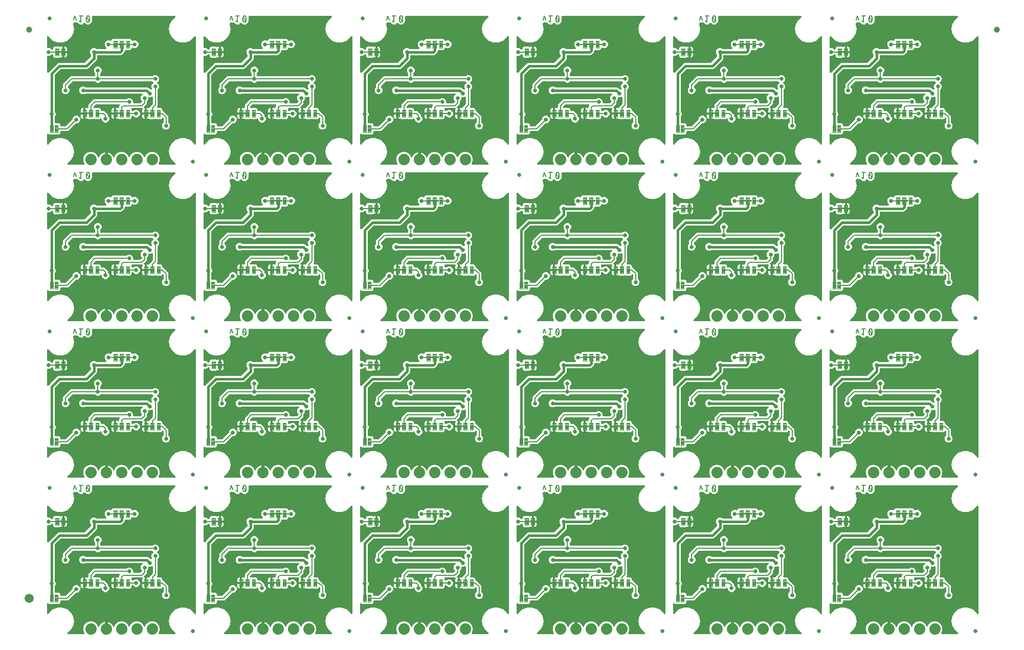
<source format=gbl>
G04 EAGLE Gerber RS-274X export*
G75*
%MOMM*%
%FSLAX34Y34*%
%LPD*%
%INBottom Copper*%
%IPPOS*%
%AMOC8*
5,1,8,0,0,1.08239X$1,22.5*%
G01*
%ADD10C,0.203200*%
%ADD11C,0.099059*%
%ADD12C,0.635000*%
%ADD13C,1.879600*%
%ADD14C,0.101600*%
%ADD15C,1.000000*%
%ADD16C,1.500000*%
%ADD17C,0.660400*%
%ADD18C,0.406400*%

G36*
X582614Y263151D02*
X582614Y263151D01*
X582664Y263149D01*
X582771Y263171D01*
X582881Y263185D01*
X582927Y263203D01*
X582975Y263213D01*
X583074Y263261D01*
X583176Y263302D01*
X583216Y263331D01*
X583261Y263353D01*
X583345Y263424D01*
X583434Y263488D01*
X583465Y263527D01*
X583503Y263559D01*
X583566Y263649D01*
X583636Y263733D01*
X583658Y263778D01*
X583686Y263819D01*
X583725Y263922D01*
X583772Y264021D01*
X583781Y264070D01*
X583799Y264116D01*
X583811Y264226D01*
X583832Y264333D01*
X583829Y264383D01*
X583834Y264432D01*
X583819Y264541D01*
X583812Y264651D01*
X583797Y264698D01*
X583790Y264747D01*
X583738Y264900D01*
X581913Y269304D01*
X581913Y274256D01*
X583808Y278830D01*
X587310Y282332D01*
X591884Y284227D01*
X596836Y284227D01*
X601410Y282332D01*
X604912Y278830D01*
X606165Y275805D01*
X606180Y275779D01*
X606189Y275750D01*
X606259Y275641D01*
X606323Y275528D01*
X606344Y275507D01*
X606359Y275482D01*
X606454Y275393D01*
X606544Y275300D01*
X606569Y275284D01*
X606591Y275264D01*
X606705Y275201D01*
X606815Y275134D01*
X606844Y275125D01*
X606870Y275111D01*
X606995Y275078D01*
X607119Y275040D01*
X607149Y275039D01*
X607178Y275031D01*
X607307Y275031D01*
X607437Y275025D01*
X607466Y275031D01*
X607496Y275031D01*
X607621Y275063D01*
X607748Y275089D01*
X607775Y275102D01*
X607804Y275110D01*
X607917Y275172D01*
X608034Y275229D01*
X608057Y275248D01*
X608083Y275263D01*
X608177Y275351D01*
X608276Y275435D01*
X608293Y275460D01*
X608315Y275480D01*
X608384Y275589D01*
X608459Y275695D01*
X608470Y275723D01*
X608486Y275748D01*
X608545Y275898D01*
X608696Y276363D01*
X609549Y278037D01*
X610654Y279558D01*
X611982Y280886D01*
X613503Y281991D01*
X615177Y282844D01*
X616964Y283425D01*
X617221Y283465D01*
X617221Y273050D01*
X617236Y272932D01*
X617243Y272813D01*
X617256Y272775D01*
X617261Y272735D01*
X617304Y272624D01*
X617341Y272511D01*
X617363Y272477D01*
X617378Y272439D01*
X617448Y272343D01*
X617511Y272242D01*
X617541Y272214D01*
X617564Y272182D01*
X617656Y272106D01*
X617743Y272024D01*
X617778Y272005D01*
X617809Y271979D01*
X617917Y271928D01*
X618021Y271871D01*
X618061Y271860D01*
X618097Y271843D01*
X618214Y271821D01*
X618329Y271791D01*
X618390Y271787D01*
X618410Y271783D01*
X618430Y271785D01*
X618490Y271781D01*
X621030Y271781D01*
X621148Y271796D01*
X621267Y271803D01*
X621305Y271816D01*
X621345Y271821D01*
X621456Y271865D01*
X621569Y271901D01*
X621604Y271923D01*
X621641Y271938D01*
X621737Y272008D01*
X621838Y272071D01*
X621866Y272101D01*
X621899Y272125D01*
X621974Y272216D01*
X622056Y272303D01*
X622076Y272338D01*
X622101Y272370D01*
X622152Y272477D01*
X622210Y272582D01*
X622220Y272621D01*
X622237Y272657D01*
X622259Y272774D01*
X622289Y272889D01*
X622293Y272950D01*
X622297Y272970D01*
X622295Y272990D01*
X622299Y273050D01*
X622299Y283465D01*
X622556Y283425D01*
X624343Y282844D01*
X626017Y281991D01*
X627538Y280886D01*
X628866Y279558D01*
X629971Y278037D01*
X630824Y276363D01*
X630975Y275898D01*
X630988Y275871D01*
X630995Y275842D01*
X631055Y275728D01*
X631110Y275610D01*
X631129Y275587D01*
X631143Y275561D01*
X631230Y275465D01*
X631313Y275365D01*
X631337Y275348D01*
X631357Y275326D01*
X631466Y275254D01*
X631570Y275178D01*
X631598Y275167D01*
X631623Y275151D01*
X631746Y275109D01*
X631866Y275061D01*
X631896Y275057D01*
X631924Y275048D01*
X632053Y275037D01*
X632181Y275021D01*
X632211Y275025D01*
X632241Y275022D01*
X632369Y275045D01*
X632497Y275061D01*
X632525Y275072D01*
X632554Y275077D01*
X632672Y275130D01*
X632793Y275178D01*
X632817Y275195D01*
X632844Y275207D01*
X632945Y275288D01*
X633050Y275364D01*
X633069Y275387D01*
X633093Y275406D01*
X633171Y275510D01*
X633253Y275609D01*
X633266Y275636D01*
X633284Y275660D01*
X633355Y275805D01*
X634608Y278830D01*
X638110Y282332D01*
X642684Y284227D01*
X647636Y284227D01*
X652210Y282332D01*
X655712Y278830D01*
X656687Y276475D01*
X656756Y276355D01*
X656821Y276232D01*
X656835Y276217D01*
X656845Y276199D01*
X656942Y276099D01*
X657035Y275996D01*
X657052Y275985D01*
X657066Y275971D01*
X657185Y275898D01*
X657301Y275822D01*
X657320Y275815D01*
X657337Y275804D01*
X657470Y275764D01*
X657602Y275718D01*
X657622Y275717D01*
X657641Y275711D01*
X657780Y275704D01*
X657919Y275693D01*
X657939Y275697D01*
X657959Y275696D01*
X658095Y275724D01*
X658232Y275748D01*
X658251Y275756D01*
X658270Y275760D01*
X658396Y275821D01*
X658522Y275878D01*
X658538Y275891D01*
X658556Y275900D01*
X658662Y275990D01*
X658770Y276077D01*
X658783Y276093D01*
X658798Y276106D01*
X658878Y276220D01*
X658962Y276331D01*
X658974Y276356D01*
X658981Y276366D01*
X658988Y276385D01*
X659033Y276475D01*
X660008Y278830D01*
X663510Y282332D01*
X668084Y284227D01*
X673036Y284227D01*
X677610Y282332D01*
X681112Y278830D01*
X682087Y276475D01*
X682156Y276355D01*
X682221Y276232D01*
X682235Y276217D01*
X682245Y276199D01*
X682342Y276099D01*
X682435Y275996D01*
X682452Y275985D01*
X682466Y275971D01*
X682585Y275898D01*
X682701Y275822D01*
X682720Y275815D01*
X682737Y275804D01*
X682870Y275764D01*
X683002Y275718D01*
X683022Y275717D01*
X683041Y275711D01*
X683180Y275704D01*
X683319Y275693D01*
X683339Y275697D01*
X683359Y275696D01*
X683495Y275724D01*
X683632Y275748D01*
X683651Y275756D01*
X683670Y275760D01*
X683796Y275821D01*
X683922Y275878D01*
X683938Y275891D01*
X683956Y275900D01*
X684062Y275990D01*
X684170Y276077D01*
X684183Y276093D01*
X684198Y276106D01*
X684278Y276220D01*
X684362Y276331D01*
X684374Y276356D01*
X684381Y276366D01*
X684388Y276385D01*
X684433Y276475D01*
X685408Y278830D01*
X688910Y282332D01*
X693484Y284227D01*
X698436Y284227D01*
X703010Y282332D01*
X706512Y278830D01*
X708407Y274256D01*
X708407Y269304D01*
X706582Y264900D01*
X706569Y264852D01*
X706548Y264807D01*
X706527Y264699D01*
X706498Y264593D01*
X706498Y264543D01*
X706488Y264494D01*
X706495Y264385D01*
X706493Y264275D01*
X706505Y264227D01*
X706508Y264177D01*
X706542Y264073D01*
X706567Y263966D01*
X706591Y263922D01*
X706606Y263875D01*
X706665Y263782D01*
X706716Y263685D01*
X706750Y263648D01*
X706776Y263606D01*
X706856Y263531D01*
X706930Y263449D01*
X706972Y263422D01*
X707008Y263388D01*
X707104Y263335D01*
X707196Y263275D01*
X707243Y263258D01*
X707286Y263234D01*
X707393Y263207D01*
X707497Y263171D01*
X707546Y263167D01*
X707594Y263155D01*
X707755Y263145D01*
X733529Y263145D01*
X733565Y263149D01*
X733600Y263147D01*
X733722Y263169D01*
X733845Y263185D01*
X733878Y263198D01*
X733913Y263204D01*
X734025Y263256D01*
X734141Y263302D01*
X734169Y263322D01*
X734201Y263337D01*
X734298Y263416D01*
X734398Y263488D01*
X734421Y263516D01*
X734448Y263538D01*
X734521Y263638D01*
X734601Y263733D01*
X734616Y263765D01*
X734637Y263794D01*
X734683Y263909D01*
X734736Y264021D01*
X734743Y264056D01*
X734756Y264089D01*
X734773Y264212D01*
X734796Y264333D01*
X734794Y264369D01*
X734799Y264404D01*
X734784Y264527D01*
X734776Y264651D01*
X734765Y264685D01*
X734761Y264720D01*
X734716Y264836D01*
X734678Y264953D01*
X734659Y264983D01*
X734647Y265016D01*
X734574Y265117D01*
X734508Y265222D01*
X734482Y265246D01*
X734462Y265275D01*
X734345Y265386D01*
X729175Y269724D01*
X725189Y276629D01*
X723805Y284480D01*
X725189Y292331D01*
X729175Y299235D01*
X735282Y304360D01*
X742774Y307087D01*
X750746Y307087D01*
X758238Y304360D01*
X764345Y299236D01*
X765727Y296842D01*
X765815Y296726D01*
X765900Y296608D01*
X765911Y296599D01*
X765919Y296589D01*
X766033Y296498D01*
X766145Y296405D01*
X766158Y296399D01*
X766168Y296391D01*
X766302Y296331D01*
X766433Y296270D01*
X766446Y296267D01*
X766459Y296262D01*
X766603Y296237D01*
X766746Y296210D01*
X766759Y296211D01*
X766772Y296208D01*
X766918Y296221D01*
X767063Y296230D01*
X767076Y296234D01*
X767089Y296235D01*
X767227Y296283D01*
X767365Y296328D01*
X767377Y296335D01*
X767390Y296339D01*
X767511Y296420D01*
X767634Y296498D01*
X767643Y296508D01*
X767655Y296515D01*
X767752Y296623D01*
X767852Y296729D01*
X767859Y296741D01*
X767868Y296751D01*
X767935Y296881D01*
X768006Y297008D01*
X768009Y297021D01*
X768015Y297033D01*
X768049Y297175D01*
X768085Y297316D01*
X768086Y297334D01*
X768088Y297343D01*
X768088Y297360D01*
X768095Y297477D01*
X768095Y474683D01*
X768077Y474828D01*
X768062Y474973D01*
X768057Y474986D01*
X768055Y474999D01*
X768002Y475134D01*
X767951Y475271D01*
X767943Y475282D01*
X767938Y475295D01*
X767853Y475412D01*
X767770Y475532D01*
X767759Y475541D01*
X767752Y475552D01*
X767640Y475645D01*
X767529Y475740D01*
X767517Y475746D01*
X767507Y475755D01*
X767375Y475817D01*
X767244Y475882D01*
X767231Y475885D01*
X767219Y475890D01*
X767077Y475918D01*
X766933Y475948D01*
X766920Y475948D01*
X766907Y475950D01*
X766762Y475941D01*
X766616Y475935D01*
X766602Y475931D01*
X766589Y475930D01*
X766451Y475886D01*
X766311Y475843D01*
X766299Y475836D01*
X766287Y475832D01*
X766164Y475755D01*
X766039Y475679D01*
X766029Y475669D01*
X766018Y475662D01*
X765918Y475556D01*
X765816Y475452D01*
X765806Y475437D01*
X765800Y475431D01*
X765792Y475416D01*
X765727Y475318D01*
X764345Y472925D01*
X758238Y467800D01*
X750746Y465073D01*
X742774Y465073D01*
X735282Y467800D01*
X729175Y472924D01*
X725189Y479829D01*
X723805Y487680D01*
X725189Y495531D01*
X729175Y502435D01*
X734345Y506774D01*
X734369Y506800D01*
X734398Y506820D01*
X734477Y506916D01*
X734561Y507007D01*
X734578Y507038D01*
X734601Y507065D01*
X734654Y507178D01*
X734713Y507287D01*
X734721Y507321D01*
X734736Y507353D01*
X734759Y507475D01*
X734790Y507595D01*
X734789Y507631D01*
X734796Y507666D01*
X734788Y507789D01*
X734787Y507913D01*
X734778Y507948D01*
X734776Y507983D01*
X734738Y508101D01*
X734706Y508221D01*
X734689Y508252D01*
X734678Y508285D01*
X734612Y508390D01*
X734551Y508499D01*
X734527Y508524D01*
X734508Y508554D01*
X734418Y508639D01*
X734332Y508729D01*
X734302Y508748D01*
X734276Y508772D01*
X734168Y508832D01*
X734063Y508898D01*
X734029Y508909D01*
X733998Y508926D01*
X733878Y508957D01*
X733760Y508994D01*
X733724Y508996D01*
X733690Y509005D01*
X733529Y509015D01*
X597835Y509015D01*
X597747Y509004D01*
X597659Y509003D01*
X597590Y508984D01*
X597519Y508975D01*
X597437Y508943D01*
X597352Y508920D01*
X597290Y508885D01*
X597224Y508858D01*
X597152Y508807D01*
X597075Y508763D01*
X597024Y508713D01*
X596966Y508672D01*
X596910Y508603D01*
X596847Y508542D01*
X596809Y508482D01*
X596764Y508427D01*
X596726Y508347D01*
X596680Y508272D01*
X596658Y508203D01*
X596628Y508139D01*
X596611Y508052D01*
X596585Y507968D01*
X596582Y507897D01*
X596568Y507827D01*
X596574Y507738D01*
X596569Y507650D01*
X596584Y507580D01*
X596588Y507509D01*
X596615Y507425D01*
X596633Y507339D01*
X596682Y507220D01*
X596686Y507207D01*
X596689Y507201D01*
X596694Y507190D01*
X596710Y507157D01*
X596710Y501223D01*
X596071Y499912D01*
X596027Y499782D01*
X595978Y499654D01*
X595973Y499623D01*
X595968Y499611D01*
X595967Y499590D01*
X595950Y499496D01*
X595907Y499104D01*
X595814Y499031D01*
X595731Y498945D01*
X595643Y498865D01*
X595621Y498831D01*
X595593Y498802D01*
X595534Y498699D01*
X595468Y498600D01*
X595445Y498544D01*
X595435Y498526D01*
X595430Y498507D01*
X595407Y498451D01*
X594951Y497123D01*
X591688Y494791D01*
X587677Y494791D01*
X584282Y497216D01*
X584277Y497223D01*
X584224Y497270D01*
X584178Y497324D01*
X584105Y497375D01*
X584038Y497434D01*
X583976Y497466D01*
X583918Y497507D01*
X583835Y497538D01*
X583755Y497579D01*
X583686Y497594D01*
X583620Y497619D01*
X583532Y497629D01*
X583445Y497648D01*
X583374Y497646D01*
X583304Y497654D01*
X583216Y497641D01*
X583127Y497639D01*
X583059Y497619D01*
X582990Y497609D01*
X582907Y497575D01*
X582822Y497550D01*
X582761Y497514D01*
X582696Y497487D01*
X582624Y497434D01*
X582548Y497389D01*
X582453Y497305D01*
X582441Y497297D01*
X582437Y497291D01*
X582427Y497282D01*
X581335Y496191D01*
X581326Y496179D01*
X581242Y496086D01*
X580350Y494972D01*
X580252Y494948D01*
X580226Y494935D01*
X580198Y494927D01*
X580086Y494860D01*
X579971Y494799D01*
X579962Y494791D01*
X578547Y494791D01*
X578533Y494789D01*
X578407Y494784D01*
X576990Y494626D01*
X576903Y494679D01*
X576875Y494688D01*
X576850Y494702D01*
X576724Y494734D01*
X576599Y494772D01*
X576587Y494773D01*
X575587Y495773D01*
X575575Y495782D01*
X575482Y495867D01*
X572513Y498242D01*
X572450Y498280D01*
X572393Y498327D01*
X572315Y498363D01*
X572242Y498408D01*
X572171Y498430D01*
X572104Y498461D01*
X572020Y498476D01*
X571938Y498501D01*
X571864Y498505D01*
X571792Y498518D01*
X571706Y498512D01*
X571620Y498516D01*
X571548Y498501D01*
X571474Y498496D01*
X571319Y498455D01*
X570024Y498023D01*
X568533Y498769D01*
X568505Y498779D01*
X568479Y498794D01*
X568355Y498831D01*
X568233Y498874D01*
X568203Y498877D01*
X568175Y498886D01*
X568045Y498891D01*
X567916Y498902D01*
X567887Y498897D01*
X567857Y498898D01*
X567730Y498871D01*
X567602Y498850D01*
X567575Y498838D01*
X567546Y498832D01*
X567398Y498769D01*
X565708Y497924D01*
X565691Y497919D01*
X565673Y497917D01*
X565540Y497871D01*
X565405Y497829D01*
X565389Y497819D01*
X565372Y497813D01*
X565255Y497735D01*
X565135Y497660D01*
X565122Y497647D01*
X565107Y497637D01*
X565013Y497532D01*
X564915Y497430D01*
X564907Y497415D01*
X564894Y497401D01*
X564828Y497275D01*
X564760Y497153D01*
X564755Y497135D01*
X564747Y497119D01*
X564714Y496982D01*
X564678Y496846D01*
X564678Y496828D01*
X564674Y496810D01*
X564677Y496669D01*
X564675Y496528D01*
X564680Y496510D01*
X564680Y496492D01*
X564718Y496356D01*
X564752Y496219D01*
X564760Y496203D01*
X564765Y496185D01*
X564837Y496041D01*
X565131Y495531D01*
X566515Y487680D01*
X565131Y479829D01*
X561145Y472925D01*
X555038Y467800D01*
X547546Y465073D01*
X539574Y465073D01*
X532082Y467800D01*
X525975Y472924D01*
X524593Y475318D01*
X524505Y475434D01*
X524420Y475552D01*
X524409Y475561D01*
X524401Y475571D01*
X524287Y475662D01*
X524175Y475755D01*
X524162Y475761D01*
X524152Y475769D01*
X524018Y475829D01*
X523887Y475890D01*
X523874Y475893D01*
X523861Y475898D01*
X523717Y475923D01*
X523574Y475950D01*
X523561Y475949D01*
X523548Y475952D01*
X523402Y475939D01*
X523257Y475930D01*
X523244Y475926D01*
X523231Y475925D01*
X523093Y475877D01*
X522955Y475832D01*
X522943Y475825D01*
X522930Y475821D01*
X522809Y475740D01*
X522686Y475662D01*
X522677Y475652D01*
X522665Y475645D01*
X522568Y475537D01*
X522468Y475431D01*
X522461Y475419D01*
X522452Y475409D01*
X522385Y475279D01*
X522314Y475152D01*
X522311Y475139D01*
X522305Y475127D01*
X522271Y474985D01*
X522235Y474844D01*
X522234Y474826D01*
X522232Y474817D01*
X522232Y474800D01*
X522225Y474683D01*
X522225Y457200D01*
X522240Y457082D01*
X522247Y456963D01*
X522260Y456925D01*
X522265Y456884D01*
X522308Y456774D01*
X522345Y456661D01*
X522367Y456626D01*
X522382Y456589D01*
X522451Y456493D01*
X522515Y456392D01*
X522545Y456364D01*
X522568Y456331D01*
X522660Y456255D01*
X522747Y456174D01*
X522782Y456154D01*
X522813Y456129D01*
X522921Y456078D01*
X523025Y456020D01*
X523065Y456010D01*
X523101Y455993D01*
X523218Y455971D01*
X523333Y455941D01*
X523393Y455937D01*
X523413Y455933D01*
X523434Y455935D01*
X523494Y455931D01*
X525773Y455931D01*
X528107Y454964D01*
X529055Y454016D01*
X529133Y453956D01*
X529205Y453888D01*
X529258Y453859D01*
X529306Y453822D01*
X529397Y453782D01*
X529484Y453734D01*
X529542Y453719D01*
X529598Y453695D01*
X529696Y453680D01*
X529792Y453655D01*
X529892Y453649D01*
X529912Y453645D01*
X529924Y453647D01*
X529952Y453645D01*
X530733Y453645D01*
X530851Y453660D01*
X530970Y453667D01*
X531008Y453680D01*
X531049Y453685D01*
X531159Y453728D01*
X531272Y453765D01*
X531307Y453787D01*
X531344Y453802D01*
X531440Y453871D01*
X531541Y453935D01*
X531569Y453965D01*
X531602Y453988D01*
X531678Y454080D01*
X531759Y454167D01*
X531779Y454202D01*
X531804Y454233D01*
X531855Y454341D01*
X531913Y454445D01*
X531923Y454485D01*
X531940Y454521D01*
X531962Y454638D01*
X531992Y454753D01*
X531996Y454813D01*
X532000Y454833D01*
X531998Y454854D01*
X532002Y454914D01*
X532002Y456903D01*
X534078Y458979D01*
X542628Y458979D01*
X543183Y458423D01*
X543272Y458354D01*
X543355Y458279D01*
X543397Y458257D01*
X543434Y458228D01*
X543538Y458184D01*
X543637Y458132D01*
X543683Y458121D01*
X543726Y458102D01*
X543837Y458084D01*
X543947Y458059D01*
X543994Y458060D01*
X544040Y458052D01*
X544152Y458063D01*
X544265Y458065D01*
X544310Y458078D01*
X544357Y458082D01*
X544463Y458120D01*
X544571Y458150D01*
X544636Y458182D01*
X544656Y458190D01*
X544671Y458200D01*
X544715Y458222D01*
X544788Y458264D01*
X545561Y458471D01*
X547117Y458471D01*
X547117Y450913D01*
X541719Y450913D01*
X541700Y450901D01*
X541677Y450897D01*
X541670Y450882D01*
X541661Y450876D01*
X541663Y450866D01*
X541656Y450850D01*
X541656Y448310D01*
X541668Y448291D01*
X541671Y448269D01*
X541687Y448262D01*
X541693Y448253D01*
X541703Y448254D01*
X541719Y448247D01*
X547117Y448247D01*
X547117Y440689D01*
X545561Y440689D01*
X544788Y440896D01*
X544715Y440938D01*
X544612Y440982D01*
X544512Y441033D01*
X544466Y441043D01*
X544422Y441062D01*
X544311Y441078D01*
X544201Y441103D01*
X544154Y441101D01*
X544108Y441108D01*
X543996Y441096D01*
X543883Y441093D01*
X543838Y441080D01*
X543791Y441075D01*
X543686Y441036D01*
X543578Y441005D01*
X543537Y440981D01*
X543493Y440964D01*
X543401Y440900D01*
X543304Y440843D01*
X543250Y440795D01*
X543232Y440783D01*
X543220Y440769D01*
X543183Y440737D01*
X542628Y440181D01*
X534078Y440181D01*
X532002Y442257D01*
X532002Y444246D01*
X531987Y444364D01*
X531980Y444483D01*
X531967Y444521D01*
X531962Y444562D01*
X531919Y444672D01*
X531882Y444785D01*
X531860Y444820D01*
X531845Y444857D01*
X531776Y444953D01*
X531712Y445054D01*
X531682Y445082D01*
X531659Y445115D01*
X531567Y445191D01*
X531480Y445272D01*
X531445Y445292D01*
X531414Y445317D01*
X531306Y445368D01*
X531202Y445426D01*
X531162Y445436D01*
X531126Y445453D01*
X531009Y445475D01*
X530894Y445505D01*
X530834Y445509D01*
X530814Y445513D01*
X530793Y445511D01*
X530733Y445515D01*
X529952Y445515D01*
X529854Y445503D01*
X529755Y445500D01*
X529697Y445483D01*
X529637Y445475D01*
X529545Y445439D01*
X529450Y445411D01*
X529397Y445381D01*
X529341Y445358D01*
X529261Y445300D01*
X529176Y445250D01*
X529100Y445184D01*
X529084Y445172D01*
X529076Y445162D01*
X529055Y445144D01*
X528107Y444196D01*
X525773Y443229D01*
X523494Y443229D01*
X523376Y443214D01*
X523257Y443207D01*
X523219Y443194D01*
X523178Y443189D01*
X523068Y443146D01*
X522955Y443109D01*
X522920Y443087D01*
X522883Y443072D01*
X522787Y443003D01*
X522686Y442939D01*
X522658Y442909D01*
X522625Y442886D01*
X522549Y442794D01*
X522468Y442707D01*
X522448Y442672D01*
X522423Y442641D01*
X522372Y442533D01*
X522314Y442429D01*
X522304Y442389D01*
X522287Y442353D01*
X522265Y442236D01*
X522235Y442121D01*
X522231Y442061D01*
X522227Y442041D01*
X522229Y442020D01*
X522225Y441960D01*
X522225Y416255D01*
X522233Y416186D01*
X522232Y416116D01*
X522253Y416029D01*
X522265Y415940D01*
X522290Y415875D01*
X522307Y415807D01*
X522349Y415728D01*
X522382Y415644D01*
X522423Y415588D01*
X522455Y415526D01*
X522516Y415460D01*
X522568Y415387D01*
X522622Y415342D01*
X522669Y415291D01*
X522744Y415241D01*
X522813Y415184D01*
X522877Y415154D01*
X522935Y415116D01*
X523020Y415087D01*
X523101Y415048D01*
X523170Y415035D01*
X523236Y415013D01*
X523325Y415006D01*
X523413Y414989D01*
X523483Y414993D01*
X523553Y414988D01*
X523641Y415003D01*
X523731Y415008D01*
X523797Y415030D01*
X523866Y415042D01*
X523948Y415079D01*
X524033Y415106D01*
X524092Y415144D01*
X524156Y415172D01*
X524226Y415229D01*
X524302Y415277D01*
X524350Y415328D01*
X524404Y415371D01*
X524458Y415443D01*
X524520Y415508D01*
X524554Y415569D01*
X524596Y415625D01*
X524667Y415770D01*
X525029Y416644D01*
X539412Y431027D01*
X541279Y431801D01*
X584110Y431801D01*
X584208Y431813D01*
X584307Y431816D01*
X584365Y431833D01*
X584425Y431841D01*
X584517Y431877D01*
X584612Y431905D01*
X584665Y431935D01*
X584721Y431958D01*
X584801Y432016D01*
X584886Y432066D01*
X584962Y432132D01*
X584978Y432144D01*
X584986Y432154D01*
X585007Y432172D01*
X593988Y441153D01*
X594048Y441231D01*
X594116Y441303D01*
X594145Y441356D01*
X594182Y441404D01*
X594222Y441495D01*
X594270Y441582D01*
X594285Y441640D01*
X594309Y441696D01*
X594324Y441794D01*
X594349Y441890D01*
X594355Y441990D01*
X594359Y442010D01*
X594357Y442022D01*
X594359Y442050D01*
X594359Y445154D01*
X594347Y445252D01*
X594344Y445351D01*
X594327Y445409D01*
X594319Y445469D01*
X594283Y445561D01*
X594255Y445656D01*
X594225Y445709D01*
X594202Y445765D01*
X594144Y445845D01*
X594094Y445930D01*
X594063Y445965D01*
X593089Y448317D01*
X593089Y450843D01*
X594056Y453177D01*
X595843Y454964D01*
X598177Y455931D01*
X600703Y455931D01*
X603070Y454951D01*
X603119Y454904D01*
X603172Y454875D01*
X603220Y454838D01*
X603311Y454798D01*
X603398Y454750D01*
X603456Y454735D01*
X603512Y454711D01*
X603610Y454696D01*
X603706Y454671D01*
X603806Y454665D01*
X603826Y454661D01*
X603838Y454663D01*
X603866Y454661D01*
X619144Y454661D01*
X619281Y454678D01*
X619420Y454691D01*
X619439Y454698D01*
X619459Y454701D01*
X619588Y454752D01*
X619719Y454799D01*
X619736Y454810D01*
X619755Y454818D01*
X619867Y454899D01*
X619983Y454977D01*
X619996Y454993D01*
X620012Y455004D01*
X620101Y455112D01*
X620193Y455216D01*
X620202Y455234D01*
X620215Y455249D01*
X620274Y455375D01*
X620338Y455499D01*
X620342Y455519D01*
X620351Y455537D01*
X620377Y455673D01*
X620407Y455809D01*
X620407Y455830D01*
X620410Y455849D01*
X620402Y455988D01*
X620398Y456127D01*
X620392Y456147D01*
X620391Y456167D01*
X620348Y456299D01*
X620309Y456433D01*
X620299Y456450D01*
X620293Y456469D01*
X620218Y456587D01*
X620148Y456707D01*
X620129Y456728D01*
X620122Y456738D01*
X620107Y456752D01*
X620041Y456827D01*
X618186Y458683D01*
X617219Y461017D01*
X617219Y463543D01*
X618186Y465877D01*
X619973Y467664D01*
X622307Y468631D01*
X624833Y468631D01*
X626640Y467882D01*
X626688Y467869D01*
X626733Y467848D01*
X626841Y467827D01*
X626947Y467798D01*
X626997Y467798D01*
X627046Y467788D01*
X627155Y467795D01*
X627265Y467793D01*
X627313Y467805D01*
X627363Y467808D01*
X627467Y467842D01*
X627574Y467867D01*
X627618Y467891D01*
X627665Y467906D01*
X627758Y467965D01*
X627855Y468016D01*
X627892Y468049D01*
X627934Y468076D01*
X628009Y468156D01*
X628091Y468230D01*
X628118Y468272D01*
X628152Y468308D01*
X628205Y468404D01*
X628265Y468496D01*
X628282Y468543D01*
X628306Y468586D01*
X628333Y468693D01*
X628369Y468797D01*
X628373Y468846D01*
X628385Y468894D01*
X628395Y469055D01*
X628395Y469603D01*
X630471Y471679D01*
X639021Y471679D01*
X639056Y471644D01*
X639144Y471575D01*
X639176Y471545D01*
X639184Y471541D01*
X639239Y471492D01*
X639275Y471474D01*
X639307Y471449D01*
X639416Y471402D01*
X639522Y471348D01*
X639562Y471339D01*
X639599Y471323D01*
X639716Y471304D01*
X639832Y471278D01*
X639873Y471279D01*
X639913Y471273D01*
X640032Y471284D01*
X640150Y471288D01*
X640189Y471299D01*
X640229Y471303D01*
X640341Y471343D01*
X640456Y471376D01*
X640491Y471397D01*
X640529Y471410D01*
X640627Y471477D01*
X640730Y471538D01*
X640775Y471577D01*
X640792Y471589D01*
X640805Y471604D01*
X640851Y471644D01*
X640885Y471679D01*
X649435Y471679D01*
X649470Y471644D01*
X649558Y471575D01*
X649590Y471545D01*
X649598Y471541D01*
X649653Y471492D01*
X649689Y471474D01*
X649721Y471449D01*
X649830Y471402D01*
X649936Y471348D01*
X649976Y471339D01*
X650013Y471323D01*
X650130Y471304D01*
X650246Y471278D01*
X650287Y471279D01*
X650327Y471273D01*
X650446Y471284D01*
X650564Y471288D01*
X650603Y471299D01*
X650643Y471303D01*
X650755Y471343D01*
X650870Y471376D01*
X650905Y471397D01*
X650943Y471410D01*
X651041Y471477D01*
X651144Y471538D01*
X651189Y471577D01*
X651206Y471589D01*
X651219Y471604D01*
X651265Y471644D01*
X651299Y471679D01*
X659849Y471679D01*
X661925Y469603D01*
X661925Y469055D01*
X661931Y469005D01*
X661929Y468956D01*
X661951Y468849D01*
X661965Y468739D01*
X661983Y468693D01*
X661993Y468644D01*
X662041Y468546D01*
X662082Y468444D01*
X662111Y468404D01*
X662133Y468359D01*
X662204Y468275D01*
X662268Y468186D01*
X662307Y468155D01*
X662339Y468117D01*
X662429Y468054D01*
X662513Y467983D01*
X662558Y467962D01*
X662599Y467934D01*
X662702Y467895D01*
X662801Y467848D01*
X662850Y467839D01*
X662896Y467821D01*
X663006Y467809D01*
X663113Y467788D01*
X663163Y467791D01*
X663212Y467786D01*
X663321Y467801D01*
X663431Y467808D01*
X663478Y467823D01*
X663527Y467830D01*
X663680Y467882D01*
X665487Y468631D01*
X668013Y468631D01*
X670347Y467664D01*
X672134Y465877D01*
X673101Y463543D01*
X673101Y461017D01*
X672134Y458683D01*
X670347Y456896D01*
X668013Y455929D01*
X665487Y455929D01*
X663680Y456678D01*
X663632Y456691D01*
X663587Y456712D01*
X663479Y456733D01*
X663373Y456762D01*
X663323Y456762D01*
X663274Y456772D01*
X663165Y456765D01*
X663055Y456767D01*
X663007Y456755D01*
X662957Y456752D01*
X662853Y456718D01*
X662746Y456693D01*
X662702Y456669D01*
X662655Y456654D01*
X662562Y456595D01*
X662465Y456544D01*
X662428Y456511D01*
X662386Y456484D01*
X662311Y456404D01*
X662229Y456330D01*
X662202Y456288D01*
X662168Y456252D01*
X662115Y456156D01*
X662055Y456064D01*
X662038Y456017D01*
X662014Y455974D01*
X661987Y455867D01*
X661951Y455763D01*
X661947Y455714D01*
X661935Y455666D01*
X661925Y455505D01*
X661925Y454957D01*
X659849Y452881D01*
X651510Y452881D01*
X651392Y452866D01*
X651273Y452859D01*
X651235Y452846D01*
X651194Y452841D01*
X651084Y452798D01*
X650971Y452761D01*
X650936Y452739D01*
X650899Y452724D01*
X650803Y452655D01*
X650702Y452591D01*
X650674Y452561D01*
X650641Y452538D01*
X650565Y452446D01*
X650484Y452359D01*
X650464Y452324D01*
X650439Y452293D01*
X650388Y452185D01*
X650330Y452081D01*
X650320Y452041D01*
X650303Y452005D01*
X650281Y451888D01*
X650251Y451773D01*
X650247Y451713D01*
X650243Y451693D01*
X650245Y451672D01*
X650241Y451612D01*
X650241Y451109D01*
X649467Y449242D01*
X645498Y445273D01*
X643631Y444499D01*
X605790Y444499D01*
X605672Y444484D01*
X605553Y444477D01*
X605515Y444464D01*
X605474Y444459D01*
X605364Y444416D01*
X605251Y444379D01*
X605216Y444357D01*
X605179Y444342D01*
X605083Y444273D01*
X604982Y444209D01*
X604954Y444179D01*
X604921Y444156D01*
X604845Y444064D01*
X604764Y443977D01*
X604744Y443942D01*
X604719Y443911D01*
X604668Y443803D01*
X604610Y443699D01*
X604600Y443659D01*
X604583Y443623D01*
X604561Y443506D01*
X604531Y443391D01*
X604527Y443331D01*
X604523Y443311D01*
X604525Y443290D01*
X604521Y443230D01*
X604521Y438409D01*
X603747Y436542D01*
X589618Y422413D01*
X587751Y421639D01*
X544920Y421639D01*
X544822Y421627D01*
X544723Y421624D01*
X544665Y421607D01*
X544605Y421599D01*
X544513Y421563D01*
X544418Y421535D01*
X544365Y421505D01*
X544309Y421482D01*
X544229Y421424D01*
X544144Y421374D01*
X544068Y421308D01*
X544052Y421296D01*
X544044Y421286D01*
X544023Y421268D01*
X534788Y412033D01*
X534728Y411955D01*
X534660Y411883D01*
X534631Y411830D01*
X534594Y411782D01*
X534554Y411691D01*
X534506Y411604D01*
X534491Y411546D01*
X534467Y411490D01*
X534452Y411392D01*
X534427Y411296D01*
X534421Y411196D01*
X534417Y411176D01*
X534419Y411164D01*
X534417Y411136D01*
X534417Y351390D01*
X534429Y351292D01*
X534432Y351193D01*
X534449Y351135D01*
X534457Y351075D01*
X534493Y350983D01*
X534521Y350888D01*
X534551Y350835D01*
X534574Y350779D01*
X534632Y350699D01*
X534682Y350614D01*
X534748Y350538D01*
X534760Y350522D01*
X534770Y350514D01*
X534788Y350493D01*
X534974Y350307D01*
X535941Y347973D01*
X535941Y345447D01*
X534974Y343113D01*
X534788Y342927D01*
X534728Y342849D01*
X534660Y342777D01*
X534631Y342724D01*
X534594Y342676D01*
X534554Y342585D01*
X534506Y342498D01*
X534491Y342440D01*
X534467Y342384D01*
X534452Y342286D01*
X534427Y342190D01*
X534421Y342090D01*
X534417Y342070D01*
X534419Y342058D01*
X534417Y342030D01*
X534417Y333248D01*
X534432Y333130D01*
X534439Y333011D01*
X534452Y332973D01*
X534457Y332932D01*
X534500Y332822D01*
X534537Y332709D01*
X534559Y332674D01*
X534574Y332637D01*
X534643Y332541D01*
X534707Y332440D01*
X534737Y332412D01*
X534760Y332379D01*
X534852Y332303D01*
X534939Y332222D01*
X534974Y332202D01*
X535005Y332177D01*
X535113Y332126D01*
X535217Y332068D01*
X535257Y332058D01*
X535293Y332041D01*
X535410Y332019D01*
X535525Y331989D01*
X535585Y331985D01*
X535605Y331981D01*
X535626Y331983D01*
X535686Y331979D01*
X541604Y331979D01*
X543688Y329895D01*
X543688Y327914D01*
X543703Y327796D01*
X543710Y327677D01*
X543723Y327639D01*
X543728Y327598D01*
X543771Y327488D01*
X543808Y327375D01*
X543830Y327340D01*
X543845Y327303D01*
X543914Y327207D01*
X543978Y327106D01*
X544008Y327078D01*
X544031Y327045D01*
X544123Y326969D01*
X544210Y326888D01*
X544245Y326868D01*
X544276Y326843D01*
X544384Y326792D01*
X544488Y326734D01*
X544528Y326724D01*
X544564Y326707D01*
X544681Y326685D01*
X544796Y326655D01*
X544856Y326651D01*
X544876Y326647D01*
X544897Y326649D01*
X544957Y326645D01*
X552781Y326645D01*
X552879Y326657D01*
X552978Y326660D01*
X553036Y326677D01*
X553096Y326685D01*
X553188Y326721D01*
X553283Y326749D01*
X553335Y326779D01*
X553392Y326802D01*
X553472Y326860D01*
X553557Y326910D01*
X553633Y326976D01*
X553649Y326988D01*
X553657Y326998D01*
X553678Y327016D01*
X563508Y336846D01*
X563568Y336924D01*
X563636Y336996D01*
X563665Y337049D01*
X563702Y337097D01*
X563742Y337188D01*
X563790Y337275D01*
X563805Y337333D01*
X563829Y337389D01*
X563844Y337487D01*
X563869Y337583D01*
X563875Y337683D01*
X563879Y337703D01*
X563877Y337715D01*
X563879Y337743D01*
X563879Y339083D01*
X564846Y341417D01*
X566633Y343204D01*
X568967Y344171D01*
X571493Y344171D01*
X573827Y343204D01*
X575614Y341417D01*
X575661Y341303D01*
X575696Y341242D01*
X575722Y341177D01*
X575774Y341105D01*
X575819Y341027D01*
X575867Y340976D01*
X575908Y340920D01*
X575978Y340863D01*
X576040Y340798D01*
X576100Y340762D01*
X576153Y340717D01*
X576235Y340679D01*
X576311Y340632D01*
X576378Y340611D01*
X576441Y340582D01*
X576529Y340565D01*
X576615Y340538D01*
X576685Y340535D01*
X576754Y340522D01*
X576843Y340527D01*
X576933Y340523D01*
X577001Y340537D01*
X577071Y340542D01*
X577156Y340569D01*
X577244Y340587D01*
X577307Y340618D01*
X577373Y340640D01*
X577449Y340688D01*
X577530Y340727D01*
X577583Y340772D01*
X577642Y340810D01*
X577704Y340875D01*
X577772Y340933D01*
X577812Y340990D01*
X577860Y341041D01*
X577903Y341120D01*
X577955Y341193D01*
X577980Y341259D01*
X578014Y341320D01*
X578036Y341407D01*
X578068Y341491D01*
X578076Y341560D01*
X578093Y341628D01*
X578103Y341788D01*
X578103Y346330D01*
X582930Y346330D01*
X583048Y346345D01*
X583167Y346352D01*
X583205Y346364D01*
X583246Y346370D01*
X583356Y346413D01*
X583469Y346450D01*
X583504Y346472D01*
X583541Y346487D01*
X583637Y346556D01*
X583738Y346620D01*
X583766Y346650D01*
X583799Y346673D01*
X583875Y346765D01*
X583956Y346852D01*
X583976Y346887D01*
X584001Y346918D01*
X584052Y347026D01*
X584110Y347130D01*
X584120Y347170D01*
X584137Y347206D01*
X584159Y347323D01*
X584189Y347438D01*
X584193Y347498D01*
X584197Y347518D01*
X584195Y347539D01*
X584199Y347599D01*
X584199Y348361D01*
X584184Y348479D01*
X584177Y348598D01*
X584164Y348636D01*
X584159Y348677D01*
X584116Y348787D01*
X584079Y348900D01*
X584057Y348935D01*
X584042Y348972D01*
X583973Y349068D01*
X583909Y349169D01*
X583879Y349197D01*
X583856Y349230D01*
X583764Y349306D01*
X583677Y349387D01*
X583642Y349407D01*
X583611Y349432D01*
X583503Y349483D01*
X583399Y349541D01*
X583359Y349551D01*
X583323Y349568D01*
X583206Y349590D01*
X583091Y349620D01*
X583031Y349624D01*
X583011Y349628D01*
X582990Y349626D01*
X582930Y349630D01*
X578103Y349630D01*
X578103Y354234D01*
X578310Y355007D01*
X578710Y355699D01*
X579275Y356264D01*
X579967Y356664D01*
X580740Y356871D01*
X582296Y356871D01*
X582296Y351700D01*
X582313Y351562D01*
X582326Y351423D01*
X582333Y351404D01*
X582336Y351384D01*
X582387Y351255D01*
X582434Y351124D01*
X582445Y351107D01*
X582453Y351089D01*
X582534Y350976D01*
X582612Y350861D01*
X582628Y350848D01*
X582639Y350831D01*
X582747Y350742D01*
X582851Y350651D01*
X582869Y350641D01*
X582884Y350628D01*
X583010Y350569D01*
X583134Y350506D01*
X583154Y350502D01*
X583172Y350493D01*
X583309Y350467D01*
X583444Y350436D01*
X583465Y350437D01*
X583484Y350433D01*
X583623Y350442D01*
X583762Y350446D01*
X583782Y350452D01*
X583802Y350453D01*
X583934Y350496D01*
X584068Y350534D01*
X584085Y350545D01*
X584104Y350551D01*
X584222Y350625D01*
X584342Y350696D01*
X584363Y350714D01*
X584373Y350721D01*
X584387Y350736D01*
X584462Y350802D01*
X585225Y351564D01*
X585285Y351643D01*
X585353Y351715D01*
X585382Y351768D01*
X585419Y351816D01*
X585459Y351907D01*
X585507Y351993D01*
X585522Y352052D01*
X585546Y352108D01*
X585561Y352205D01*
X585586Y352301D01*
X585592Y352401D01*
X585596Y352422D01*
X585594Y352434D01*
X585596Y352462D01*
X585596Y356871D01*
X587152Y356871D01*
X587925Y356664D01*
X587998Y356622D01*
X588101Y356578D01*
X588201Y356527D01*
X588247Y356517D01*
X588291Y356498D01*
X588402Y356482D01*
X588512Y356457D01*
X588559Y356459D01*
X588605Y356452D01*
X588717Y356464D01*
X588830Y356467D01*
X588875Y356480D01*
X588922Y356485D01*
X589027Y356524D01*
X589135Y356555D01*
X589176Y356579D01*
X589220Y356596D01*
X589312Y356660D01*
X589409Y356717D01*
X589463Y356765D01*
X589481Y356777D01*
X589493Y356791D01*
X589530Y356823D01*
X589924Y357217D01*
X589984Y357295D01*
X590052Y357367D01*
X590081Y357420D01*
X590118Y357468D01*
X590158Y357559D01*
X590206Y357646D01*
X590221Y357704D01*
X590245Y357760D01*
X590260Y357858D01*
X590285Y357954D01*
X590291Y358054D01*
X590295Y358074D01*
X590293Y358086D01*
X590295Y358114D01*
X590295Y362364D01*
X599026Y371095D01*
X652545Y371095D01*
X652643Y371107D01*
X652742Y371110D01*
X652800Y371127D01*
X652860Y371135D01*
X652952Y371171D01*
X653047Y371199D01*
X653100Y371229D01*
X653156Y371252D01*
X653236Y371310D01*
X653321Y371360D01*
X653397Y371426D01*
X653413Y371438D01*
X653421Y371448D01*
X653442Y371466D01*
X654263Y372287D01*
X656597Y373254D01*
X659123Y373254D01*
X661457Y372287D01*
X663244Y370500D01*
X664211Y368166D01*
X664211Y366014D01*
X664226Y365896D01*
X664233Y365777D01*
X664246Y365739D01*
X664251Y365698D01*
X664294Y365588D01*
X664331Y365475D01*
X664353Y365440D01*
X664368Y365403D01*
X664437Y365307D01*
X664501Y365206D01*
X664531Y365178D01*
X664554Y365145D01*
X664646Y365069D01*
X664733Y364988D01*
X664768Y364968D01*
X664799Y364943D01*
X664907Y364892D01*
X665011Y364834D01*
X665051Y364824D01*
X665087Y364807D01*
X665204Y364785D01*
X665319Y364755D01*
X665379Y364751D01*
X665399Y364747D01*
X665420Y364749D01*
X665480Y364745D01*
X675971Y364745D01*
X676069Y364757D01*
X676168Y364760D01*
X676226Y364777D01*
X676286Y364785D01*
X676378Y364821D01*
X676473Y364849D01*
X676525Y364879D01*
X676582Y364902D01*
X676662Y364960D01*
X676747Y365010D01*
X676823Y365076D01*
X676839Y365088D01*
X676847Y365098D01*
X676868Y365116D01*
X678808Y367056D01*
X678881Y367150D01*
X678959Y367239D01*
X678978Y367275D01*
X679003Y367307D01*
X679050Y367417D01*
X679104Y367523D01*
X679113Y367562D01*
X679129Y367599D01*
X679148Y367717D01*
X679174Y367833D01*
X679172Y367873D01*
X679179Y367913D01*
X679168Y368032D01*
X679164Y368151D01*
X679153Y368190D01*
X679149Y368230D01*
X679109Y368342D01*
X679076Y368456D01*
X679055Y368491D01*
X679041Y368529D01*
X678975Y368628D01*
X678914Y368730D01*
X678874Y368775D01*
X678863Y368792D01*
X678847Y368806D01*
X678808Y368851D01*
X677876Y369783D01*
X676909Y372117D01*
X676909Y374643D01*
X677876Y376977D01*
X679731Y378833D01*
X679816Y378942D01*
X679905Y379049D01*
X679914Y379068D01*
X679926Y379084D01*
X679982Y379212D01*
X680041Y379337D01*
X680044Y379357D01*
X680053Y379376D01*
X680074Y379514D01*
X680100Y379650D01*
X680099Y379670D01*
X680102Y379690D01*
X680089Y379829D01*
X680081Y379967D01*
X680074Y379986D01*
X680073Y380006D01*
X680025Y380138D01*
X679983Y380269D01*
X679972Y380287D01*
X679965Y380306D01*
X679887Y380421D01*
X679812Y380538D01*
X679798Y380552D01*
X679786Y380569D01*
X679682Y380661D01*
X679581Y380756D01*
X679563Y380766D01*
X679548Y380779D01*
X679424Y380843D01*
X679302Y380910D01*
X679283Y380915D01*
X679265Y380924D01*
X679129Y380954D01*
X678994Y380989D01*
X678966Y380991D01*
X678954Y380994D01*
X678934Y380993D01*
X678834Y380999D01*
X586086Y380999D01*
X585988Y380987D01*
X585889Y380984D01*
X585831Y380967D01*
X585771Y380959D01*
X585679Y380923D01*
X585584Y380895D01*
X585531Y380865D01*
X585475Y380842D01*
X585395Y380784D01*
X585310Y380734D01*
X585275Y380703D01*
X582923Y379729D01*
X580397Y379729D01*
X578063Y380696D01*
X576276Y382483D01*
X575309Y384817D01*
X575309Y387343D01*
X576276Y389677D01*
X578063Y391464D01*
X580397Y392431D01*
X582923Y392431D01*
X585290Y391451D01*
X585339Y391404D01*
X585392Y391375D01*
X585440Y391338D01*
X585531Y391298D01*
X585618Y391250D01*
X585676Y391235D01*
X585732Y391211D01*
X585830Y391196D01*
X585926Y391171D01*
X586026Y391165D01*
X586046Y391161D01*
X586058Y391163D01*
X586086Y391161D01*
X688161Y391161D01*
X690028Y390387D01*
X692613Y387802D01*
X692691Y387742D01*
X692763Y387674D01*
X692816Y387645D01*
X692864Y387608D01*
X692955Y387568D01*
X693042Y387520D01*
X693100Y387505D01*
X693156Y387481D01*
X693254Y387466D01*
X693350Y387441D01*
X693396Y387438D01*
X693991Y387192D01*
X694125Y387155D01*
X694258Y387114D01*
X694278Y387113D01*
X694297Y387108D01*
X694437Y387105D01*
X694575Y387099D01*
X694595Y387103D01*
X694615Y387103D01*
X694751Y387135D01*
X694887Y387163D01*
X694905Y387172D01*
X694925Y387177D01*
X695048Y387242D01*
X695172Y387303D01*
X695188Y387316D01*
X695206Y387325D01*
X695309Y387419D01*
X695414Y387509D01*
X695426Y387526D01*
X695441Y387539D01*
X695518Y387656D01*
X695597Y387769D01*
X695605Y387788D01*
X695616Y387805D01*
X695661Y387937D01*
X695710Y388067D01*
X695712Y388087D01*
X695719Y388106D01*
X695730Y388244D01*
X695745Y388383D01*
X695743Y388403D01*
X695744Y388423D01*
X695720Y388560D01*
X695701Y388698D01*
X695692Y388724D01*
X695690Y388736D01*
X695681Y388755D01*
X695649Y388850D01*
X694689Y391167D01*
X694689Y393693D01*
X695656Y396027D01*
X697511Y397882D01*
X697584Y397977D01*
X697663Y398066D01*
X697681Y398102D01*
X697706Y398134D01*
X697753Y398243D01*
X697808Y398349D01*
X697816Y398388D01*
X697832Y398426D01*
X697851Y398543D01*
X697877Y398659D01*
X697876Y398700D01*
X697882Y398740D01*
X697871Y398858D01*
X697868Y398977D01*
X697856Y399016D01*
X697853Y399056D01*
X697812Y399169D01*
X697779Y399283D01*
X697759Y399317D01*
X697745Y399356D01*
X697678Y399454D01*
X697618Y399557D01*
X697578Y399602D01*
X697566Y399619D01*
X697551Y399632D01*
X697511Y399677D01*
X696495Y400694D01*
X696417Y400754D01*
X696345Y400822D01*
X696292Y400851D01*
X696244Y400888D01*
X696153Y400928D01*
X696066Y400976D01*
X696008Y400991D01*
X695952Y401015D01*
X695854Y401030D01*
X695758Y401055D01*
X695658Y401061D01*
X695638Y401065D01*
X695626Y401063D01*
X695598Y401065D01*
X611232Y401065D01*
X611134Y401053D01*
X611035Y401050D01*
X610977Y401033D01*
X610917Y401025D01*
X610825Y400989D01*
X610730Y400961D01*
X610677Y400931D01*
X610621Y400908D01*
X610541Y400850D01*
X610456Y400800D01*
X610380Y400734D01*
X610364Y400722D01*
X610356Y400712D01*
X610335Y400694D01*
X609387Y399746D01*
X607053Y398779D01*
X604527Y398779D01*
X602193Y399746D01*
X601245Y400693D01*
X601167Y400754D01*
X601095Y400822D01*
X601042Y400851D01*
X600994Y400888D01*
X600903Y400928D01*
X600816Y400976D01*
X600758Y400991D01*
X600702Y401015D01*
X600604Y401030D01*
X600508Y401055D01*
X600408Y401061D01*
X600388Y401065D01*
X600376Y401063D01*
X600348Y401065D01*
X564819Y401065D01*
X564721Y401053D01*
X564622Y401050D01*
X564564Y401033D01*
X564504Y401025D01*
X564412Y400989D01*
X564317Y400961D01*
X564264Y400931D01*
X564208Y400908D01*
X564128Y400850D01*
X564043Y400800D01*
X563967Y400734D01*
X563951Y400722D01*
X563943Y400712D01*
X563922Y400694D01*
X556886Y393658D01*
X556826Y393580D01*
X556758Y393508D01*
X556729Y393455D01*
X556692Y393407D01*
X556652Y393316D01*
X556604Y393229D01*
X556589Y393171D01*
X556565Y393115D01*
X556550Y393017D01*
X556525Y392921D01*
X556519Y392821D01*
X556515Y392801D01*
X556517Y392789D01*
X556515Y392761D01*
X556515Y391522D01*
X556527Y391424D01*
X556530Y391325D01*
X556547Y391267D01*
X556555Y391207D01*
X556591Y391115D01*
X556619Y391020D01*
X556649Y390967D01*
X556672Y390911D01*
X556730Y390831D01*
X556780Y390746D01*
X556846Y390670D01*
X556858Y390654D01*
X556868Y390646D01*
X556886Y390625D01*
X557834Y389677D01*
X558801Y387343D01*
X558801Y384817D01*
X557834Y382483D01*
X556047Y380696D01*
X553713Y379729D01*
X551187Y379729D01*
X548853Y380696D01*
X547066Y382483D01*
X546099Y384817D01*
X546099Y387343D01*
X547066Y389677D01*
X548014Y390625D01*
X548074Y390703D01*
X548142Y390775D01*
X548171Y390828D01*
X548208Y390876D01*
X548248Y390967D01*
X548296Y391054D01*
X548311Y391112D01*
X548335Y391168D01*
X548350Y391266D01*
X548375Y391362D01*
X548381Y391462D01*
X548385Y391482D01*
X548383Y391494D01*
X548385Y391522D01*
X548385Y396654D01*
X551138Y399406D01*
X558174Y406442D01*
X560926Y409195D01*
X600348Y409195D01*
X600446Y409207D01*
X600545Y409210D01*
X600603Y409227D01*
X600663Y409235D01*
X600755Y409271D01*
X600851Y409299D01*
X600903Y409329D01*
X600959Y409352D01*
X601039Y409410D01*
X601125Y409460D01*
X601200Y409526D01*
X601216Y409538D01*
X601224Y409548D01*
X601245Y409567D01*
X601354Y409675D01*
X601414Y409753D01*
X601482Y409825D01*
X601511Y409878D01*
X601549Y409926D01*
X601588Y410017D01*
X601636Y410104D01*
X601651Y410162D01*
X601675Y410218D01*
X601690Y410316D01*
X601715Y410412D01*
X601721Y410512D01*
X601725Y410532D01*
X601723Y410544D01*
X601725Y410572D01*
X601725Y413658D01*
X601713Y413756D01*
X601710Y413855D01*
X601693Y413913D01*
X601685Y413973D01*
X601649Y414065D01*
X601621Y414160D01*
X601591Y414213D01*
X601568Y414269D01*
X601510Y414349D01*
X601460Y414434D01*
X601394Y414510D01*
X601382Y414526D01*
X601372Y414534D01*
X601354Y414555D01*
X600406Y415503D01*
X599439Y417837D01*
X599439Y420363D01*
X600406Y422697D01*
X602193Y424484D01*
X604527Y425451D01*
X607053Y425451D01*
X609387Y424484D01*
X611174Y422697D01*
X612141Y420363D01*
X612141Y417837D01*
X611174Y415503D01*
X610226Y414555D01*
X610166Y414477D01*
X610098Y414405D01*
X610069Y414352D01*
X610032Y414304D01*
X609992Y414213D01*
X609944Y414126D01*
X609929Y414068D01*
X609905Y414012D01*
X609890Y413914D01*
X609865Y413818D01*
X609859Y413718D01*
X609855Y413698D01*
X609857Y413686D01*
X609855Y413658D01*
X609855Y410572D01*
X609867Y410474D01*
X609870Y410375D01*
X609887Y410317D01*
X609895Y410257D01*
X609931Y410165D01*
X609959Y410070D01*
X609989Y410017D01*
X610012Y409961D01*
X610070Y409881D01*
X610120Y409796D01*
X610186Y409720D01*
X610198Y409704D01*
X610208Y409696D01*
X610226Y409675D01*
X610335Y409566D01*
X610413Y409506D01*
X610485Y409438D01*
X610538Y409409D01*
X610586Y409372D01*
X610677Y409332D01*
X610764Y409284D01*
X610822Y409269D01*
X610878Y409245D01*
X610976Y409230D01*
X611072Y409205D01*
X611172Y409199D01*
X611192Y409195D01*
X611204Y409197D01*
X611232Y409195D01*
X695598Y409195D01*
X695696Y409207D01*
X695795Y409210D01*
X695853Y409227D01*
X695913Y409235D01*
X696005Y409271D01*
X696100Y409299D01*
X696153Y409329D01*
X696209Y409352D01*
X696289Y409410D01*
X696374Y409460D01*
X696450Y409526D01*
X696466Y409538D01*
X696474Y409548D01*
X696495Y409566D01*
X697443Y410514D01*
X699777Y411481D01*
X702303Y411481D01*
X704637Y410514D01*
X706424Y408727D01*
X707391Y406393D01*
X707391Y403867D01*
X706424Y401533D01*
X704569Y399677D01*
X704496Y399583D01*
X704417Y399494D01*
X704399Y399458D01*
X704374Y399426D01*
X704326Y399317D01*
X704272Y399211D01*
X704264Y399172D01*
X704248Y399134D01*
X704229Y399017D01*
X704203Y398901D01*
X704204Y398860D01*
X704198Y398820D01*
X704209Y398702D01*
X704212Y398583D01*
X704224Y398544D01*
X704227Y398504D01*
X704268Y398392D01*
X704301Y398277D01*
X704321Y398242D01*
X704335Y398204D01*
X704402Y398106D01*
X704462Y398003D01*
X704502Y397958D01*
X704514Y397941D01*
X704529Y397928D01*
X704569Y397882D01*
X706424Y396027D01*
X707391Y393693D01*
X707391Y391167D01*
X706424Y388833D01*
X705477Y387885D01*
X705416Y387807D01*
X705348Y387735D01*
X705319Y387682D01*
X705282Y387634D01*
X705242Y387543D01*
X705194Y387456D01*
X705179Y387398D01*
X705155Y387342D01*
X705140Y387244D01*
X705115Y387148D01*
X705109Y387048D01*
X705105Y387028D01*
X705107Y387016D01*
X705105Y386988D01*
X705105Y360266D01*
X704384Y359545D01*
X704299Y359436D01*
X704210Y359329D01*
X704201Y359310D01*
X704189Y359294D01*
X704133Y359166D01*
X704074Y359041D01*
X704071Y359021D01*
X704063Y359002D01*
X704041Y358864D01*
X704015Y358728D01*
X704016Y358708D01*
X704013Y358688D01*
X704026Y358549D01*
X704034Y358411D01*
X704041Y358392D01*
X704043Y358372D01*
X704090Y358240D01*
X704132Y358109D01*
X704143Y358091D01*
X704150Y358072D01*
X704228Y357957D01*
X704303Y357840D01*
X704317Y357826D01*
X704329Y357809D01*
X704433Y357717D01*
X704534Y357622D01*
X704552Y357612D01*
X704567Y357599D01*
X704691Y357536D01*
X704813Y357468D01*
X704832Y357463D01*
X704850Y357454D01*
X704986Y357424D01*
X705121Y357389D01*
X705149Y357387D01*
X705161Y357384D01*
X705181Y357385D01*
X705281Y357379D01*
X710649Y357379D01*
X712725Y355303D01*
X712725Y353314D01*
X712740Y353196D01*
X712747Y353077D01*
X712760Y353039D01*
X712765Y352998D01*
X712808Y352888D01*
X712845Y352775D01*
X712867Y352740D01*
X712882Y352703D01*
X712951Y352607D01*
X713015Y352506D01*
X713045Y352478D01*
X713068Y352445D01*
X713160Y352369D01*
X713247Y352288D01*
X713282Y352268D01*
X713313Y352243D01*
X713421Y352192D01*
X713525Y352134D01*
X713565Y352124D01*
X713601Y352107D01*
X713718Y352085D01*
X713833Y352055D01*
X713893Y352051D01*
X713913Y352047D01*
X713934Y352049D01*
X713994Y352045D01*
X714154Y352045D01*
X722885Y343314D01*
X722885Y333102D01*
X722897Y333004D01*
X722900Y332905D01*
X722917Y332847D01*
X722925Y332787D01*
X722961Y332695D01*
X722989Y332600D01*
X723019Y332547D01*
X723042Y332491D01*
X723100Y332411D01*
X723150Y332326D01*
X723216Y332250D01*
X723228Y332234D01*
X723238Y332226D01*
X723256Y332205D01*
X724204Y331257D01*
X725171Y328923D01*
X725171Y326397D01*
X724204Y324063D01*
X722417Y322276D01*
X720083Y321309D01*
X717557Y321309D01*
X715223Y322276D01*
X713436Y324063D01*
X712469Y326397D01*
X712469Y328923D01*
X713436Y331257D01*
X714384Y332205D01*
X714444Y332283D01*
X714512Y332355D01*
X714541Y332408D01*
X714578Y332456D01*
X714618Y332547D01*
X714666Y332634D01*
X714681Y332692D01*
X714705Y332748D01*
X714720Y332846D01*
X714745Y332942D01*
X714751Y333042D01*
X714755Y333062D01*
X714753Y333074D01*
X714755Y333102D01*
X714755Y339421D01*
X714743Y339519D01*
X714740Y339618D01*
X714723Y339676D01*
X714715Y339736D01*
X714679Y339828D01*
X714652Y339923D01*
X714621Y339975D01*
X714598Y340032D01*
X714540Y340112D01*
X714490Y340197D01*
X714424Y340272D01*
X714412Y340289D01*
X714402Y340297D01*
X714384Y340318D01*
X714282Y340419D01*
X714188Y340492D01*
X714099Y340571D01*
X714063Y340590D01*
X714031Y340614D01*
X713921Y340662D01*
X713815Y340716D01*
X713776Y340725D01*
X713739Y340741D01*
X713621Y340760D01*
X713505Y340786D01*
X713465Y340784D01*
X713425Y340791D01*
X713307Y340780D01*
X713187Y340776D01*
X713148Y340765D01*
X713108Y340761D01*
X712996Y340721D01*
X712882Y340688D01*
X712847Y340667D01*
X712809Y340653D01*
X712710Y340586D01*
X712608Y340526D01*
X712563Y340486D01*
X712546Y340475D01*
X712532Y340459D01*
X712487Y340420D01*
X710649Y338581D01*
X702099Y338581D01*
X702065Y338616D01*
X701970Y338689D01*
X701881Y338768D01*
X701845Y338786D01*
X701813Y338811D01*
X701704Y338858D01*
X701598Y338912D01*
X701558Y338921D01*
X701521Y338937D01*
X701404Y338956D01*
X701288Y338982D01*
X701247Y338981D01*
X701207Y338987D01*
X701089Y338976D01*
X700970Y338972D01*
X700931Y338961D01*
X700891Y338957D01*
X700778Y338917D01*
X700664Y338884D01*
X700630Y338864D01*
X700591Y338850D01*
X700493Y338783D01*
X700390Y338722D01*
X700345Y338683D01*
X700328Y338671D01*
X700315Y338656D01*
X700270Y338616D01*
X700235Y338581D01*
X691685Y338581D01*
X691130Y339137D01*
X691041Y339205D01*
X690958Y339281D01*
X690916Y339303D01*
X690879Y339332D01*
X690775Y339376D01*
X690676Y339428D01*
X690630Y339439D01*
X690587Y339458D01*
X690475Y339476D01*
X690366Y339501D01*
X690319Y339500D01*
X690273Y339508D01*
X690161Y339497D01*
X690048Y339495D01*
X690003Y339482D01*
X689956Y339478D01*
X689850Y339440D01*
X689742Y339410D01*
X689677Y339378D01*
X689657Y339370D01*
X689642Y339360D01*
X689598Y339338D01*
X689525Y339296D01*
X688752Y339089D01*
X687196Y339089D01*
X687196Y343498D01*
X687184Y343596D01*
X687181Y343695D01*
X687164Y343754D01*
X687156Y343814D01*
X687120Y343906D01*
X687092Y344001D01*
X687062Y344053D01*
X687039Y344109D01*
X686981Y344189D01*
X686931Y344275D01*
X686865Y344350D01*
X686853Y344367D01*
X686843Y344375D01*
X686825Y344396D01*
X686062Y345158D01*
X685953Y345243D01*
X685846Y345332D01*
X685827Y345340D01*
X685811Y345353D01*
X685683Y345408D01*
X685558Y345467D01*
X685538Y345471D01*
X685519Y345479D01*
X685381Y345501D01*
X685245Y345527D01*
X685225Y345526D01*
X685205Y345529D01*
X685066Y345516D01*
X684928Y345507D01*
X684909Y345501D01*
X684889Y345499D01*
X684758Y345452D01*
X684626Y345409D01*
X684608Y345398D01*
X684589Y345391D01*
X684475Y345313D01*
X684357Y345239D01*
X684343Y345224D01*
X684326Y345213D01*
X684234Y345109D01*
X684139Y345007D01*
X684129Y344990D01*
X684116Y344974D01*
X684053Y344851D01*
X683985Y344729D01*
X683980Y344709D01*
X683971Y344691D01*
X683941Y344555D01*
X683906Y344421D01*
X683904Y344393D01*
X683901Y344381D01*
X683902Y344360D01*
X683896Y344260D01*
X683896Y339089D01*
X682340Y339089D01*
X681567Y339296D01*
X680875Y339696D01*
X680310Y340261D01*
X679910Y340953D01*
X679703Y341726D01*
X679703Y346330D01*
X684530Y346330D01*
X684648Y346345D01*
X684767Y346352D01*
X684805Y346364D01*
X684846Y346370D01*
X684956Y346413D01*
X685069Y346450D01*
X685104Y346472D01*
X685141Y346487D01*
X685237Y346556D01*
X685338Y346620D01*
X685366Y346650D01*
X685399Y346673D01*
X685475Y346765D01*
X685556Y346852D01*
X685576Y346887D01*
X685601Y346918D01*
X685652Y347026D01*
X685710Y347130D01*
X685720Y347170D01*
X685737Y347206D01*
X685759Y347323D01*
X685789Y347438D01*
X685793Y347498D01*
X685797Y347518D01*
X685795Y347539D01*
X685799Y347599D01*
X685799Y348361D01*
X685784Y348479D01*
X685777Y348598D01*
X685764Y348636D01*
X685759Y348677D01*
X685716Y348787D01*
X685679Y348900D01*
X685657Y348935D01*
X685642Y348972D01*
X685573Y349068D01*
X685509Y349169D01*
X685479Y349197D01*
X685456Y349230D01*
X685364Y349306D01*
X685277Y349387D01*
X685242Y349407D01*
X685211Y349432D01*
X685103Y349483D01*
X684999Y349541D01*
X684959Y349551D01*
X684923Y349568D01*
X684806Y349590D01*
X684691Y349620D01*
X684631Y349624D01*
X684611Y349628D01*
X684590Y349626D01*
X684530Y349630D01*
X679703Y349630D01*
X679703Y354234D01*
X679913Y355017D01*
X679930Y355142D01*
X679954Y355266D01*
X679952Y355299D01*
X679956Y355333D01*
X679942Y355458D01*
X679934Y355583D01*
X679924Y355615D01*
X679920Y355648D01*
X679875Y355766D01*
X679836Y355885D01*
X679818Y355914D01*
X679806Y355945D01*
X679733Y356048D01*
X679666Y356154D01*
X679641Y356177D01*
X679622Y356205D01*
X679526Y356286D01*
X679434Y356372D01*
X679405Y356388D01*
X679379Y356410D01*
X679266Y356465D01*
X679156Y356526D01*
X679123Y356534D01*
X679093Y356549D01*
X678969Y356574D01*
X678848Y356605D01*
X678799Y356608D01*
X678781Y356612D01*
X678759Y356611D01*
X678687Y356615D01*
X663194Y356615D01*
X663076Y356600D01*
X662957Y356593D01*
X662919Y356580D01*
X662878Y356575D01*
X662768Y356532D01*
X662655Y356495D01*
X662620Y356473D01*
X662583Y356458D01*
X662487Y356389D01*
X662386Y356325D01*
X662358Y356295D01*
X662325Y356272D01*
X662249Y356180D01*
X662168Y356093D01*
X662148Y356058D01*
X662123Y356027D01*
X662072Y355919D01*
X662014Y355815D01*
X662004Y355775D01*
X661987Y355739D01*
X661965Y355622D01*
X661935Y355507D01*
X661931Y355447D01*
X661927Y355427D01*
X661929Y355406D01*
X661925Y355346D01*
X661925Y353314D01*
X661940Y353196D01*
X661947Y353077D01*
X661960Y353039D01*
X661965Y352998D01*
X662008Y352888D01*
X662045Y352775D01*
X662067Y352740D01*
X662082Y352703D01*
X662151Y352607D01*
X662215Y352506D01*
X662245Y352478D01*
X662268Y352445D01*
X662360Y352369D01*
X662447Y352288D01*
X662482Y352268D01*
X662513Y352243D01*
X662621Y352192D01*
X662725Y352134D01*
X662765Y352124D01*
X662801Y352107D01*
X662918Y352085D01*
X663033Y352055D01*
X663093Y352051D01*
X663113Y352047D01*
X663134Y352049D01*
X663194Y352045D01*
X664182Y352045D01*
X664280Y352057D01*
X664379Y352060D01*
X664437Y352077D01*
X664497Y352085D01*
X664589Y352121D01*
X664684Y352149D01*
X664737Y352179D01*
X664793Y352202D01*
X664873Y352260D01*
X664958Y352310D01*
X665034Y352376D01*
X665050Y352388D01*
X665058Y352398D01*
X665079Y352416D01*
X665693Y353030D01*
X668027Y353997D01*
X670553Y353997D01*
X672887Y353030D01*
X674674Y351243D01*
X675641Y348909D01*
X675641Y346383D01*
X674674Y344049D01*
X672887Y342262D01*
X670553Y341295D01*
X668027Y341295D01*
X665693Y342262D01*
X664411Y343544D01*
X664333Y343604D01*
X664261Y343672D01*
X664208Y343701D01*
X664160Y343738D01*
X664069Y343778D01*
X663982Y343826D01*
X663924Y343841D01*
X663868Y343865D01*
X663770Y343880D01*
X663674Y343905D01*
X663574Y343911D01*
X663554Y343915D01*
X663542Y343913D01*
X663514Y343915D01*
X663194Y343915D01*
X663076Y343900D01*
X662957Y343893D01*
X662919Y343880D01*
X662878Y343875D01*
X662768Y343832D01*
X662655Y343795D01*
X662620Y343773D01*
X662583Y343758D01*
X662487Y343689D01*
X662386Y343625D01*
X662358Y343595D01*
X662325Y343572D01*
X662249Y343480D01*
X662168Y343393D01*
X662148Y343358D01*
X662123Y343327D01*
X662072Y343219D01*
X662014Y343115D01*
X662004Y343075D01*
X661987Y343039D01*
X661965Y342922D01*
X661935Y342807D01*
X661931Y342747D01*
X661927Y342727D01*
X661929Y342706D01*
X661925Y342646D01*
X661925Y340657D01*
X659849Y338581D01*
X651299Y338581D01*
X651265Y338616D01*
X651170Y338689D01*
X651081Y338768D01*
X651045Y338786D01*
X651013Y338811D01*
X650904Y338858D01*
X650798Y338912D01*
X650758Y338921D01*
X650721Y338937D01*
X650604Y338956D01*
X650488Y338982D01*
X650447Y338981D01*
X650407Y338987D01*
X650289Y338976D01*
X650170Y338972D01*
X650131Y338961D01*
X650091Y338957D01*
X649978Y338917D01*
X649864Y338884D01*
X649830Y338864D01*
X649791Y338850D01*
X649693Y338783D01*
X649590Y338722D01*
X649545Y338683D01*
X649528Y338671D01*
X649515Y338656D01*
X649470Y338616D01*
X649435Y338581D01*
X640885Y338581D01*
X640330Y339137D01*
X640241Y339205D01*
X640158Y339281D01*
X640116Y339303D01*
X640079Y339332D01*
X639975Y339376D01*
X639876Y339428D01*
X639830Y339439D01*
X639787Y339458D01*
X639675Y339476D01*
X639566Y339501D01*
X639519Y339500D01*
X639473Y339508D01*
X639361Y339497D01*
X639248Y339495D01*
X639203Y339482D01*
X639156Y339478D01*
X639050Y339440D01*
X638942Y339410D01*
X638877Y339378D01*
X638857Y339370D01*
X638842Y339360D01*
X638798Y339338D01*
X638725Y339296D01*
X637952Y339089D01*
X636396Y339089D01*
X636396Y343498D01*
X636384Y343596D01*
X636381Y343695D01*
X636364Y343754D01*
X636356Y343814D01*
X636320Y343906D01*
X636292Y344001D01*
X636262Y344053D01*
X636239Y344109D01*
X636181Y344189D01*
X636131Y344275D01*
X636065Y344350D01*
X636053Y344367D01*
X636043Y344375D01*
X636025Y344396D01*
X635262Y345158D01*
X635153Y345243D01*
X635046Y345332D01*
X635027Y345340D01*
X635011Y345353D01*
X634883Y345408D01*
X634758Y345467D01*
X634738Y345471D01*
X634719Y345479D01*
X634581Y345501D01*
X634445Y345527D01*
X634425Y345526D01*
X634405Y345529D01*
X634266Y345516D01*
X634128Y345507D01*
X634109Y345501D01*
X634089Y345499D01*
X633958Y345452D01*
X633826Y345409D01*
X633808Y345398D01*
X633789Y345391D01*
X633675Y345313D01*
X633557Y345239D01*
X633543Y345224D01*
X633526Y345213D01*
X633434Y345109D01*
X633339Y345007D01*
X633329Y344990D01*
X633316Y344974D01*
X633253Y344851D01*
X633185Y344729D01*
X633180Y344709D01*
X633171Y344691D01*
X633141Y344555D01*
X633106Y344421D01*
X633104Y344393D01*
X633101Y344381D01*
X633102Y344360D01*
X633096Y344260D01*
X633096Y339089D01*
X631540Y339089D01*
X630767Y339296D01*
X630075Y339696D01*
X629510Y340261D01*
X629110Y340953D01*
X628903Y341726D01*
X628903Y346330D01*
X633730Y346330D01*
X633848Y346345D01*
X633967Y346352D01*
X634005Y346364D01*
X634046Y346370D01*
X634156Y346413D01*
X634269Y346450D01*
X634304Y346472D01*
X634341Y346487D01*
X634437Y346556D01*
X634538Y346620D01*
X634566Y346650D01*
X634599Y346673D01*
X634675Y346765D01*
X634756Y346852D01*
X634776Y346887D01*
X634801Y346918D01*
X634852Y347026D01*
X634910Y347130D01*
X634920Y347170D01*
X634937Y347206D01*
X634959Y347323D01*
X634989Y347438D01*
X634993Y347498D01*
X634997Y347518D01*
X634995Y347539D01*
X634999Y347599D01*
X634999Y348361D01*
X634984Y348479D01*
X634977Y348598D01*
X634964Y348636D01*
X634959Y348677D01*
X634916Y348787D01*
X634879Y348900D01*
X634857Y348935D01*
X634842Y348972D01*
X634773Y349068D01*
X634709Y349169D01*
X634679Y349197D01*
X634656Y349230D01*
X634564Y349306D01*
X634477Y349387D01*
X634442Y349407D01*
X634411Y349432D01*
X634303Y349483D01*
X634199Y349541D01*
X634159Y349551D01*
X634123Y349568D01*
X634006Y349590D01*
X633891Y349620D01*
X633831Y349624D01*
X633811Y349628D01*
X633790Y349626D01*
X633730Y349630D01*
X628903Y349630D01*
X628903Y354234D01*
X629110Y355007D01*
X629510Y355699D01*
X630075Y356264D01*
X630767Y356664D01*
X631540Y356871D01*
X633096Y356871D01*
X633096Y351700D01*
X633113Y351562D01*
X633126Y351423D01*
X633133Y351404D01*
X633136Y351384D01*
X633187Y351255D01*
X633234Y351124D01*
X633245Y351107D01*
X633253Y351089D01*
X633334Y350976D01*
X633412Y350861D01*
X633428Y350848D01*
X633439Y350831D01*
X633547Y350742D01*
X633651Y350651D01*
X633669Y350641D01*
X633684Y350628D01*
X633810Y350569D01*
X633934Y350506D01*
X633954Y350502D01*
X633972Y350493D01*
X634109Y350467D01*
X634244Y350436D01*
X634265Y350437D01*
X634284Y350433D01*
X634423Y350442D01*
X634562Y350446D01*
X634582Y350452D01*
X634602Y350453D01*
X634734Y350496D01*
X634868Y350534D01*
X634885Y350545D01*
X634904Y350551D01*
X635022Y350625D01*
X635142Y350696D01*
X635163Y350714D01*
X635173Y350721D01*
X635187Y350736D01*
X635262Y350802D01*
X636025Y351564D01*
X636085Y351643D01*
X636153Y351715D01*
X636182Y351768D01*
X636219Y351816D01*
X636259Y351907D01*
X636307Y351993D01*
X636322Y352052D01*
X636346Y352108D01*
X636361Y352205D01*
X636386Y352301D01*
X636392Y352401D01*
X636396Y352422D01*
X636394Y352434D01*
X636396Y352462D01*
X636396Y356871D01*
X637952Y356871D01*
X638725Y356664D01*
X638798Y356622D01*
X638901Y356578D01*
X639001Y356527D01*
X639047Y356517D01*
X639091Y356498D01*
X639202Y356482D01*
X639312Y356457D01*
X639359Y356459D01*
X639406Y356452D01*
X639517Y356464D01*
X639630Y356467D01*
X639675Y356480D01*
X639722Y356485D01*
X639827Y356524D01*
X639935Y356555D01*
X639976Y356579D01*
X640020Y356596D01*
X640112Y356660D01*
X640209Y356717D01*
X640264Y356765D01*
X640281Y356777D01*
X640293Y356791D01*
X640330Y356823D01*
X640724Y357217D01*
X640784Y357295D01*
X640852Y357367D01*
X640881Y357420D01*
X640918Y357468D01*
X640958Y357559D01*
X641006Y357646D01*
X641021Y357704D01*
X641045Y357760D01*
X641060Y357858D01*
X641085Y357954D01*
X641091Y358054D01*
X641095Y358074D01*
X641093Y358086D01*
X641095Y358114D01*
X641095Y359824D01*
X642070Y360799D01*
X642155Y360908D01*
X642244Y361015D01*
X642253Y361034D01*
X642265Y361050D01*
X642320Y361177D01*
X642380Y361303D01*
X642383Y361323D01*
X642391Y361342D01*
X642413Y361480D01*
X642439Y361616D01*
X642438Y361636D01*
X642441Y361656D01*
X642428Y361795D01*
X642420Y361933D01*
X642413Y361952D01*
X642411Y361972D01*
X642364Y362104D01*
X642322Y362235D01*
X642311Y362253D01*
X642304Y362272D01*
X642226Y362387D01*
X642151Y362504D01*
X642137Y362518D01*
X642125Y362535D01*
X642021Y362627D01*
X641920Y362722D01*
X641902Y362732D01*
X641887Y362745D01*
X641763Y362809D01*
X641641Y362876D01*
X641622Y362881D01*
X641604Y362890D01*
X641468Y362920D01*
X641333Y362955D01*
X641305Y362957D01*
X641293Y362960D01*
X641273Y362959D01*
X641173Y362965D01*
X602919Y362965D01*
X602821Y362953D01*
X602722Y362950D01*
X602664Y362933D01*
X602604Y362925D01*
X602512Y362889D01*
X602417Y362861D01*
X602365Y362831D01*
X602308Y362808D01*
X602228Y362750D01*
X602143Y362700D01*
X602067Y362634D01*
X602051Y362622D01*
X602043Y362612D01*
X602022Y362594D01*
X598796Y359368D01*
X598736Y359290D01*
X598668Y359218D01*
X598639Y359165D01*
X598602Y359117D01*
X598562Y359026D01*
X598514Y358939D01*
X598499Y358881D01*
X598475Y358825D01*
X598460Y358727D01*
X598435Y358631D01*
X598429Y358531D01*
X598425Y358511D01*
X598427Y358499D01*
X598425Y358471D01*
X598425Y358368D01*
X598442Y358231D01*
X598455Y358092D01*
X598462Y358073D01*
X598465Y358053D01*
X598516Y357924D01*
X598563Y357793D01*
X598574Y357776D01*
X598582Y357757D01*
X598663Y357645D01*
X598741Y357530D01*
X598757Y357516D01*
X598768Y357500D01*
X598876Y357411D01*
X598980Y357319D01*
X598998Y357310D01*
X599013Y357297D01*
X599139Y357238D01*
X599263Y357175D01*
X599283Y357170D01*
X599301Y357161D01*
X599437Y357135D01*
X599573Y357105D01*
X599594Y357106D01*
X599613Y357102D01*
X599752Y357110D01*
X599891Y357115D01*
X599911Y357120D01*
X599931Y357121D01*
X600063Y357164D01*
X600197Y357203D01*
X600214Y357213D01*
X600233Y357219D01*
X600351Y357294D01*
X600471Y357365D01*
X600487Y357379D01*
X609049Y357379D01*
X611125Y355303D01*
X611125Y353314D01*
X611140Y353196D01*
X611147Y353077D01*
X611160Y353039D01*
X611165Y352998D01*
X611208Y352888D01*
X611245Y352775D01*
X611267Y352740D01*
X611282Y352703D01*
X611351Y352607D01*
X611415Y352506D01*
X611445Y352478D01*
X611468Y352445D01*
X611560Y352369D01*
X611647Y352288D01*
X611682Y352268D01*
X611713Y352243D01*
X611821Y352192D01*
X611925Y352134D01*
X611965Y352124D01*
X612001Y352107D01*
X612118Y352085D01*
X612233Y352055D01*
X612293Y352051D01*
X612313Y352047D01*
X612334Y352049D01*
X612394Y352045D01*
X616364Y352045D01*
X622555Y345854D01*
X622555Y344532D01*
X622567Y344434D01*
X622570Y344335D01*
X622587Y344277D01*
X622595Y344217D01*
X622631Y344125D01*
X622659Y344030D01*
X622689Y343977D01*
X622712Y343921D01*
X622770Y343841D01*
X622820Y343756D01*
X622886Y343680D01*
X622898Y343664D01*
X622908Y343656D01*
X622926Y343635D01*
X623874Y342687D01*
X624841Y340353D01*
X624841Y337827D01*
X623874Y335493D01*
X622087Y333706D01*
X619753Y332739D01*
X617227Y332739D01*
X614893Y333706D01*
X613106Y335493D01*
X612139Y337827D01*
X612139Y338608D01*
X612122Y338746D01*
X612109Y338884D01*
X612102Y338903D01*
X612099Y338923D01*
X612048Y339052D01*
X612001Y339183D01*
X611990Y339200D01*
X611982Y339219D01*
X611901Y339331D01*
X611823Y339446D01*
X611807Y339460D01*
X611796Y339476D01*
X611688Y339565D01*
X611584Y339657D01*
X611566Y339666D01*
X611551Y339679D01*
X611425Y339738D01*
X611301Y339801D01*
X611281Y339806D01*
X611263Y339815D01*
X611126Y339841D01*
X610991Y339871D01*
X610970Y339870D01*
X610951Y339874D01*
X610812Y339866D01*
X610673Y339861D01*
X610653Y339856D01*
X610633Y339855D01*
X610501Y339812D01*
X610367Y339773D01*
X610350Y339763D01*
X610331Y339757D01*
X610213Y339682D01*
X610093Y339611D01*
X610072Y339593D01*
X610062Y339586D01*
X610048Y339571D01*
X609973Y339505D01*
X609049Y338581D01*
X600499Y338581D01*
X600465Y338616D01*
X600370Y338689D01*
X600281Y338768D01*
X600245Y338786D01*
X600213Y338811D01*
X600104Y338858D01*
X599998Y338912D01*
X599958Y338921D01*
X599921Y338937D01*
X599804Y338956D01*
X599688Y338982D01*
X599647Y338981D01*
X599607Y338987D01*
X599489Y338976D01*
X599370Y338972D01*
X599331Y338961D01*
X599291Y338957D01*
X599178Y338917D01*
X599064Y338884D01*
X599030Y338864D01*
X598991Y338850D01*
X598893Y338783D01*
X598790Y338722D01*
X598745Y338683D01*
X598728Y338671D01*
X598715Y338656D01*
X598670Y338616D01*
X598635Y338581D01*
X590085Y338581D01*
X589530Y339137D01*
X589441Y339205D01*
X589358Y339281D01*
X589316Y339303D01*
X589279Y339332D01*
X589175Y339376D01*
X589076Y339428D01*
X589030Y339439D01*
X588987Y339458D01*
X588875Y339476D01*
X588766Y339501D01*
X588719Y339500D01*
X588673Y339508D01*
X588561Y339497D01*
X588448Y339495D01*
X588403Y339482D01*
X588356Y339478D01*
X588250Y339440D01*
X588142Y339410D01*
X588077Y339378D01*
X588057Y339370D01*
X588042Y339360D01*
X587998Y339338D01*
X587925Y339296D01*
X587152Y339089D01*
X585596Y339089D01*
X585596Y343498D01*
X585584Y343596D01*
X585581Y343695D01*
X585564Y343754D01*
X585556Y343814D01*
X585520Y343906D01*
X585492Y344001D01*
X585462Y344053D01*
X585439Y344109D01*
X585381Y344189D01*
X585331Y344275D01*
X585265Y344350D01*
X585253Y344367D01*
X585243Y344375D01*
X585225Y344396D01*
X584462Y345158D01*
X584353Y345243D01*
X584246Y345332D01*
X584227Y345340D01*
X584211Y345353D01*
X584083Y345408D01*
X583958Y345467D01*
X583938Y345471D01*
X583919Y345479D01*
X583781Y345501D01*
X583645Y345527D01*
X583625Y345526D01*
X583605Y345529D01*
X583466Y345516D01*
X583328Y345507D01*
X583309Y345501D01*
X583289Y345499D01*
X583158Y345452D01*
X583026Y345409D01*
X583008Y345398D01*
X582989Y345391D01*
X582875Y345313D01*
X582757Y345239D01*
X582743Y345224D01*
X582726Y345213D01*
X582634Y345109D01*
X582539Y345007D01*
X582529Y344990D01*
X582516Y344974D01*
X582453Y344851D01*
X582385Y344729D01*
X582380Y344709D01*
X582371Y344691D01*
X582341Y344555D01*
X582306Y344421D01*
X582304Y344393D01*
X582301Y344381D01*
X582302Y344360D01*
X582296Y344260D01*
X582296Y339089D01*
X580740Y339089D01*
X579967Y339296D01*
X579275Y339696D01*
X578748Y340223D01*
X578660Y340292D01*
X578623Y340326D01*
X578604Y340336D01*
X578531Y340397D01*
X578512Y340406D01*
X578496Y340418D01*
X578368Y340474D01*
X578243Y340533D01*
X578223Y340537D01*
X578204Y340545D01*
X578066Y340567D01*
X577930Y340593D01*
X577910Y340591D01*
X577890Y340595D01*
X577751Y340582D01*
X577613Y340573D01*
X577594Y340567D01*
X577574Y340565D01*
X577443Y340518D01*
X577311Y340475D01*
X577293Y340464D01*
X577274Y340457D01*
X577160Y340379D01*
X577042Y340305D01*
X577028Y340290D01*
X577011Y340279D01*
X576919Y340175D01*
X576824Y340073D01*
X576814Y340055D01*
X576801Y340040D01*
X576737Y339916D01*
X576670Y339795D01*
X576665Y339775D01*
X576656Y339757D01*
X576626Y339621D01*
X576591Y339487D01*
X576589Y339459D01*
X576586Y339447D01*
X576587Y339426D01*
X576585Y339387D01*
X576583Y339380D01*
X576584Y339373D01*
X576581Y339326D01*
X576581Y336557D01*
X575614Y334223D01*
X573827Y332436D01*
X571493Y331469D01*
X570153Y331469D01*
X570055Y331457D01*
X569956Y331454D01*
X569898Y331437D01*
X569838Y331429D01*
X569746Y331393D01*
X569651Y331365D01*
X569599Y331335D01*
X569542Y331312D01*
X569462Y331254D01*
X569377Y331204D01*
X569301Y331138D01*
X569285Y331126D01*
X569277Y331116D01*
X569256Y331098D01*
X556674Y318515D01*
X544957Y318515D01*
X544839Y318500D01*
X544720Y318493D01*
X544682Y318480D01*
X544641Y318475D01*
X544531Y318432D01*
X544418Y318395D01*
X544383Y318373D01*
X544346Y318358D01*
X544250Y318289D01*
X544149Y318225D01*
X544121Y318195D01*
X544088Y318172D01*
X544012Y318080D01*
X543931Y317993D01*
X543911Y317958D01*
X543886Y317927D01*
X543835Y317819D01*
X543777Y317715D01*
X543767Y317675D01*
X543750Y317639D01*
X543728Y317522D01*
X543698Y317407D01*
X543694Y317347D01*
X543690Y317327D01*
X543692Y317306D01*
X543688Y317246D01*
X543688Y315265D01*
X541604Y313181D01*
X525196Y313181D01*
X524391Y313986D01*
X524282Y314070D01*
X524175Y314159D01*
X524156Y314168D01*
X524140Y314180D01*
X524013Y314236D01*
X523887Y314295D01*
X523867Y314299D01*
X523848Y314307D01*
X523710Y314329D01*
X523574Y314355D01*
X523554Y314354D01*
X523534Y314357D01*
X523395Y314344D01*
X523257Y314335D01*
X523238Y314329D01*
X523218Y314327D01*
X523086Y314280D01*
X522955Y314237D01*
X522937Y314226D01*
X522918Y314219D01*
X522803Y314141D01*
X522686Y314067D01*
X522672Y314052D01*
X522655Y314041D01*
X522563Y313937D01*
X522468Y313835D01*
X522458Y313817D01*
X522445Y313802D01*
X522382Y313679D01*
X522314Y313557D01*
X522309Y313537D01*
X522300Y313519D01*
X522270Y313383D01*
X522235Y313249D01*
X522233Y313221D01*
X522230Y313209D01*
X522231Y313188D01*
X522225Y313088D01*
X522225Y297477D01*
X522243Y297332D01*
X522258Y297187D01*
X522263Y297174D01*
X522265Y297161D01*
X522318Y297026D01*
X522369Y296889D01*
X522377Y296878D01*
X522382Y296865D01*
X522467Y296748D01*
X522550Y296628D01*
X522561Y296619D01*
X522568Y296608D01*
X522681Y296515D01*
X522791Y296420D01*
X522803Y296414D01*
X522813Y296405D01*
X522945Y296343D01*
X523076Y296278D01*
X523089Y296275D01*
X523101Y296270D01*
X523243Y296242D01*
X523387Y296212D01*
X523400Y296212D01*
X523413Y296210D01*
X523558Y296219D01*
X523704Y296225D01*
X523718Y296229D01*
X523731Y296230D01*
X523869Y296274D01*
X524009Y296317D01*
X524021Y296324D01*
X524033Y296328D01*
X524156Y296405D01*
X524281Y296481D01*
X524291Y296491D01*
X524302Y296498D01*
X524402Y296604D01*
X524504Y296708D01*
X524514Y296723D01*
X524520Y296729D01*
X524528Y296744D01*
X524593Y296842D01*
X525975Y299235D01*
X532082Y304360D01*
X539574Y307087D01*
X547546Y307087D01*
X555038Y304360D01*
X561145Y299236D01*
X565131Y292331D01*
X566515Y284480D01*
X565131Y276629D01*
X561145Y269725D01*
X555975Y265386D01*
X555951Y265360D01*
X555922Y265340D01*
X555843Y265244D01*
X555759Y265153D01*
X555742Y265122D01*
X555719Y265095D01*
X555666Y264982D01*
X555607Y264873D01*
X555599Y264839D01*
X555584Y264807D01*
X555561Y264685D01*
X555530Y264565D01*
X555531Y264529D01*
X555524Y264494D01*
X555532Y264371D01*
X555533Y264247D01*
X555542Y264212D01*
X555544Y264177D01*
X555582Y264059D01*
X555614Y263939D01*
X555631Y263908D01*
X555642Y263875D01*
X555708Y263770D01*
X555769Y263661D01*
X555793Y263636D01*
X555812Y263606D01*
X555902Y263521D01*
X555988Y263431D01*
X556018Y263412D01*
X556044Y263388D01*
X556152Y263328D01*
X556257Y263262D01*
X556291Y263251D01*
X556322Y263234D01*
X556442Y263203D01*
X556560Y263166D01*
X556596Y263164D01*
X556630Y263155D01*
X556791Y263145D01*
X582565Y263145D01*
X582614Y263151D01*
G37*
G36*
X323534Y4071D02*
X323534Y4071D01*
X323584Y4069D01*
X323691Y4091D01*
X323801Y4105D01*
X323847Y4123D01*
X323895Y4133D01*
X323994Y4181D01*
X324096Y4222D01*
X324136Y4251D01*
X324181Y4273D01*
X324265Y4344D01*
X324354Y4408D01*
X324385Y4447D01*
X324423Y4479D01*
X324486Y4569D01*
X324556Y4653D01*
X324578Y4698D01*
X324606Y4739D01*
X324645Y4842D01*
X324692Y4941D01*
X324701Y4990D01*
X324719Y5036D01*
X324731Y5146D01*
X324752Y5253D01*
X324749Y5303D01*
X324754Y5352D01*
X324739Y5461D01*
X324732Y5571D01*
X324717Y5618D01*
X324710Y5667D01*
X324658Y5820D01*
X322833Y10224D01*
X322833Y15176D01*
X324728Y19750D01*
X328230Y23252D01*
X332804Y25147D01*
X337756Y25147D01*
X342330Y23252D01*
X345832Y19750D01*
X347085Y16725D01*
X347100Y16699D01*
X347109Y16670D01*
X347179Y16561D01*
X347243Y16448D01*
X347264Y16427D01*
X347280Y16402D01*
X347374Y16313D01*
X347464Y16220D01*
X347490Y16204D01*
X347511Y16184D01*
X347625Y16121D01*
X347735Y16054D01*
X347764Y16045D01*
X347790Y16031D01*
X347915Y15998D01*
X348039Y15960D01*
X348069Y15959D01*
X348098Y15951D01*
X348228Y15951D01*
X348357Y15945D01*
X348386Y15951D01*
X348416Y15951D01*
X348541Y15983D01*
X348668Y16009D01*
X348695Y16022D01*
X348724Y16030D01*
X348837Y16092D01*
X348954Y16149D01*
X348977Y16168D01*
X349003Y16183D01*
X349097Y16271D01*
X349196Y16355D01*
X349213Y16380D01*
X349235Y16400D01*
X349304Y16509D01*
X349379Y16615D01*
X349390Y16643D01*
X349406Y16669D01*
X349465Y16818D01*
X349616Y17283D01*
X350469Y18957D01*
X351574Y20478D01*
X352902Y21806D01*
X354423Y22911D01*
X356097Y23764D01*
X357884Y24345D01*
X358141Y24385D01*
X358141Y13970D01*
X358156Y13852D01*
X358163Y13733D01*
X358176Y13695D01*
X358181Y13655D01*
X358224Y13544D01*
X358261Y13431D01*
X358283Y13397D01*
X358298Y13359D01*
X358368Y13263D01*
X358431Y13162D01*
X358461Y13134D01*
X358484Y13102D01*
X358576Y13026D01*
X358663Y12944D01*
X358698Y12925D01*
X358729Y12899D01*
X358837Y12848D01*
X358941Y12791D01*
X358981Y12780D01*
X359017Y12763D01*
X359134Y12741D01*
X359249Y12711D01*
X359310Y12707D01*
X359330Y12703D01*
X359350Y12705D01*
X359410Y12701D01*
X361950Y12701D01*
X362068Y12716D01*
X362187Y12723D01*
X362225Y12736D01*
X362265Y12741D01*
X362376Y12785D01*
X362489Y12821D01*
X362524Y12843D01*
X362561Y12858D01*
X362657Y12928D01*
X362758Y12991D01*
X362786Y13021D01*
X362819Y13045D01*
X362894Y13136D01*
X362976Y13223D01*
X362996Y13258D01*
X363021Y13290D01*
X363072Y13397D01*
X363130Y13502D01*
X363140Y13541D01*
X363157Y13577D01*
X363179Y13694D01*
X363209Y13809D01*
X363213Y13870D01*
X363217Y13890D01*
X363215Y13910D01*
X363219Y13970D01*
X363219Y24385D01*
X363476Y24345D01*
X365263Y23764D01*
X366937Y22911D01*
X368458Y21806D01*
X369786Y20478D01*
X370891Y18957D01*
X371744Y17283D01*
X371895Y16818D01*
X371908Y16791D01*
X371915Y16762D01*
X371975Y16648D01*
X372030Y16530D01*
X372049Y16507D01*
X372063Y16481D01*
X372150Y16385D01*
X372233Y16285D01*
X372257Y16268D01*
X372277Y16246D01*
X372386Y16174D01*
X372490Y16098D01*
X372518Y16087D01*
X372543Y16071D01*
X372666Y16029D01*
X372786Y15981D01*
X372816Y15977D01*
X372844Y15968D01*
X372973Y15957D01*
X373101Y15941D01*
X373131Y15945D01*
X373161Y15942D01*
X373289Y15965D01*
X373417Y15981D01*
X373445Y15992D01*
X373474Y15997D01*
X373592Y16050D01*
X373713Y16098D01*
X373737Y16115D01*
X373764Y16127D01*
X373865Y16208D01*
X373970Y16284D01*
X373989Y16307D01*
X374013Y16326D01*
X374091Y16430D01*
X374173Y16529D01*
X374186Y16556D01*
X374204Y16580D01*
X374275Y16725D01*
X375528Y19750D01*
X379030Y23252D01*
X383604Y25147D01*
X388556Y25147D01*
X393130Y23252D01*
X396632Y19750D01*
X397607Y17395D01*
X397676Y17275D01*
X397741Y17152D01*
X397755Y17137D01*
X397765Y17119D01*
X397862Y17019D01*
X397955Y16916D01*
X397972Y16905D01*
X397986Y16891D01*
X398105Y16818D01*
X398221Y16742D01*
X398240Y16735D01*
X398257Y16724D01*
X398390Y16683D01*
X398522Y16638D01*
X398542Y16637D01*
X398561Y16631D01*
X398700Y16624D01*
X398839Y16613D01*
X398859Y16617D01*
X398879Y16616D01*
X399015Y16644D01*
X399152Y16668D01*
X399171Y16676D01*
X399190Y16680D01*
X399316Y16741D01*
X399442Y16798D01*
X399458Y16811D01*
X399476Y16820D01*
X399582Y16910D01*
X399690Y16997D01*
X399703Y17013D01*
X399718Y17026D01*
X399798Y17140D01*
X399882Y17251D01*
X399894Y17276D01*
X399901Y17286D01*
X399908Y17305D01*
X399953Y17395D01*
X400928Y19751D01*
X404430Y23252D01*
X409004Y25147D01*
X413956Y25147D01*
X418530Y23252D01*
X422032Y19750D01*
X423007Y17395D01*
X423076Y17275D01*
X423141Y17152D01*
X423155Y17137D01*
X423165Y17119D01*
X423262Y17019D01*
X423355Y16916D01*
X423372Y16905D01*
X423386Y16891D01*
X423505Y16818D01*
X423621Y16742D01*
X423640Y16735D01*
X423657Y16724D01*
X423790Y16683D01*
X423922Y16638D01*
X423942Y16637D01*
X423961Y16631D01*
X424100Y16624D01*
X424239Y16613D01*
X424259Y16617D01*
X424279Y16616D01*
X424415Y16644D01*
X424552Y16668D01*
X424571Y16676D01*
X424590Y16680D01*
X424716Y16741D01*
X424842Y16798D01*
X424858Y16811D01*
X424876Y16820D01*
X424982Y16910D01*
X425090Y16997D01*
X425103Y17013D01*
X425118Y17026D01*
X425198Y17140D01*
X425282Y17251D01*
X425294Y17276D01*
X425301Y17286D01*
X425308Y17305D01*
X425353Y17395D01*
X426328Y19751D01*
X429830Y23252D01*
X434404Y25147D01*
X439356Y25147D01*
X443930Y23252D01*
X447432Y19750D01*
X449327Y15176D01*
X449327Y10224D01*
X447502Y5820D01*
X447489Y5772D01*
X447468Y5727D01*
X447447Y5619D01*
X447418Y5513D01*
X447418Y5463D01*
X447408Y5414D01*
X447415Y5305D01*
X447413Y5195D01*
X447425Y5147D01*
X447428Y5097D01*
X447462Y4993D01*
X447487Y4886D01*
X447511Y4842D01*
X447526Y4795D01*
X447585Y4702D01*
X447636Y4605D01*
X447670Y4568D01*
X447696Y4526D01*
X447776Y4451D01*
X447850Y4369D01*
X447892Y4342D01*
X447928Y4308D01*
X448024Y4255D01*
X448116Y4195D01*
X448163Y4178D01*
X448206Y4154D01*
X448313Y4127D01*
X448417Y4091D01*
X448466Y4087D01*
X448514Y4075D01*
X448675Y4065D01*
X474449Y4065D01*
X474484Y4069D01*
X474520Y4067D01*
X474642Y4089D01*
X474765Y4105D01*
X474798Y4118D01*
X474833Y4124D01*
X474945Y4176D01*
X475061Y4222D01*
X475089Y4242D01*
X475121Y4257D01*
X475218Y4336D01*
X475318Y4408D01*
X475340Y4436D01*
X475368Y4458D01*
X475441Y4558D01*
X475521Y4653D01*
X475536Y4685D01*
X475557Y4714D01*
X475603Y4829D01*
X475656Y4941D01*
X475663Y4976D01*
X475676Y5009D01*
X475693Y5132D01*
X475716Y5253D01*
X475714Y5289D01*
X475719Y5324D01*
X475704Y5447D01*
X475696Y5571D01*
X475685Y5605D01*
X475681Y5640D01*
X475636Y5755D01*
X475598Y5873D01*
X475579Y5903D01*
X475566Y5936D01*
X475495Y6037D01*
X475428Y6142D01*
X475402Y6166D01*
X475382Y6195D01*
X475265Y6306D01*
X470095Y10644D01*
X466109Y17549D01*
X464725Y25400D01*
X466109Y33251D01*
X470095Y40155D01*
X476202Y45280D01*
X483694Y48007D01*
X491666Y48007D01*
X499158Y45280D01*
X505265Y40156D01*
X506647Y37762D01*
X506735Y37646D01*
X506820Y37528D01*
X506831Y37519D01*
X506839Y37509D01*
X506953Y37418D01*
X507065Y37325D01*
X507078Y37319D01*
X507088Y37311D01*
X507222Y37251D01*
X507353Y37190D01*
X507366Y37187D01*
X507379Y37182D01*
X507523Y37157D01*
X507666Y37130D01*
X507679Y37131D01*
X507692Y37128D01*
X507838Y37141D01*
X507983Y37150D01*
X507996Y37154D01*
X508009Y37155D01*
X508147Y37203D01*
X508285Y37248D01*
X508297Y37255D01*
X508310Y37259D01*
X508431Y37340D01*
X508554Y37418D01*
X508563Y37428D01*
X508575Y37435D01*
X508672Y37543D01*
X508772Y37649D01*
X508779Y37661D01*
X508788Y37671D01*
X508855Y37801D01*
X508926Y37928D01*
X508929Y37941D01*
X508935Y37953D01*
X508969Y38095D01*
X509005Y38236D01*
X509006Y38254D01*
X509008Y38263D01*
X509008Y38280D01*
X509015Y38397D01*
X509015Y215603D01*
X508997Y215748D01*
X508982Y215893D01*
X508977Y215906D01*
X508975Y215919D01*
X508922Y216054D01*
X508871Y216191D01*
X508863Y216202D01*
X508858Y216215D01*
X508773Y216332D01*
X508690Y216452D01*
X508679Y216461D01*
X508672Y216472D01*
X508560Y216565D01*
X508449Y216660D01*
X508437Y216666D01*
X508427Y216675D01*
X508295Y216737D01*
X508164Y216802D01*
X508151Y216805D01*
X508139Y216810D01*
X507997Y216838D01*
X507853Y216868D01*
X507840Y216868D01*
X507827Y216870D01*
X507682Y216861D01*
X507536Y216855D01*
X507522Y216851D01*
X507509Y216850D01*
X507371Y216806D01*
X507231Y216763D01*
X507219Y216756D01*
X507207Y216752D01*
X507084Y216675D01*
X506959Y216599D01*
X506949Y216589D01*
X506938Y216582D01*
X506838Y216476D01*
X506736Y216372D01*
X506726Y216357D01*
X506720Y216351D01*
X506712Y216336D01*
X506647Y216238D01*
X505265Y213845D01*
X499158Y208720D01*
X491666Y205993D01*
X483694Y205993D01*
X476202Y208720D01*
X470095Y213844D01*
X466109Y220749D01*
X464725Y228600D01*
X466109Y236451D01*
X470095Y243355D01*
X475265Y247694D01*
X475289Y247720D01*
X475318Y247740D01*
X475397Y247836D01*
X475481Y247927D01*
X475498Y247958D01*
X475521Y247985D01*
X475574Y248098D01*
X475633Y248207D01*
X475641Y248241D01*
X475656Y248273D01*
X475679Y248395D01*
X475710Y248515D01*
X475709Y248551D01*
X475716Y248586D01*
X475708Y248709D01*
X475707Y248833D01*
X475698Y248868D01*
X475696Y248903D01*
X475658Y249021D01*
X475626Y249141D01*
X475609Y249172D01*
X475598Y249205D01*
X475532Y249310D01*
X475471Y249419D01*
X475447Y249444D01*
X475428Y249474D01*
X475338Y249559D01*
X475252Y249649D01*
X475222Y249668D01*
X475196Y249692D01*
X475088Y249752D01*
X474983Y249818D01*
X474949Y249829D01*
X474918Y249846D01*
X474798Y249877D01*
X474680Y249914D01*
X474644Y249916D01*
X474610Y249925D01*
X474449Y249935D01*
X338755Y249935D01*
X338667Y249924D01*
X338579Y249923D01*
X338510Y249904D01*
X338439Y249895D01*
X338357Y249863D01*
X338272Y249840D01*
X338210Y249805D01*
X338144Y249778D01*
X338072Y249727D01*
X337995Y249683D01*
X337944Y249633D01*
X337886Y249592D01*
X337830Y249523D01*
X337767Y249462D01*
X337729Y249402D01*
X337684Y249347D01*
X337646Y249267D01*
X337600Y249192D01*
X337578Y249123D01*
X337548Y249059D01*
X337531Y248972D01*
X337505Y248888D01*
X337502Y248817D01*
X337488Y248747D01*
X337494Y248658D01*
X337489Y248570D01*
X337504Y248500D01*
X337508Y248429D01*
X337535Y248345D01*
X337553Y248259D01*
X337602Y248140D01*
X337606Y248127D01*
X337609Y248121D01*
X337614Y248110D01*
X337630Y248077D01*
X337630Y242143D01*
X336991Y240832D01*
X336947Y240702D01*
X336898Y240574D01*
X336893Y240543D01*
X336888Y240531D01*
X336887Y240510D01*
X336870Y240416D01*
X336827Y240024D01*
X336734Y239951D01*
X336651Y239865D01*
X336563Y239785D01*
X336541Y239751D01*
X336513Y239722D01*
X336454Y239619D01*
X336388Y239520D01*
X336365Y239464D01*
X336355Y239446D01*
X336350Y239427D01*
X336327Y239371D01*
X335871Y238043D01*
X332608Y235711D01*
X328597Y235711D01*
X325202Y238136D01*
X325197Y238143D01*
X325144Y238190D01*
X325098Y238244D01*
X325025Y238295D01*
X324958Y238354D01*
X324896Y238386D01*
X324838Y238427D01*
X324755Y238458D01*
X324675Y238499D01*
X324606Y238514D01*
X324540Y238539D01*
X324452Y238549D01*
X324365Y238568D01*
X324294Y238566D01*
X324224Y238574D01*
X324136Y238561D01*
X324047Y238559D01*
X323979Y238539D01*
X323910Y238529D01*
X323827Y238495D01*
X323742Y238470D01*
X323681Y238434D01*
X323616Y238407D01*
X323544Y238354D01*
X323468Y238309D01*
X323373Y238225D01*
X323361Y238217D01*
X323357Y238211D01*
X323347Y238202D01*
X322255Y237111D01*
X322246Y237099D01*
X322162Y237006D01*
X321270Y235892D01*
X321172Y235868D01*
X321146Y235855D01*
X321118Y235847D01*
X321006Y235780D01*
X320891Y235719D01*
X320882Y235711D01*
X319467Y235711D01*
X319453Y235709D01*
X319327Y235704D01*
X317910Y235546D01*
X317823Y235599D01*
X317795Y235608D01*
X317770Y235622D01*
X317644Y235654D01*
X317519Y235692D01*
X317507Y235693D01*
X316507Y236693D01*
X316495Y236702D01*
X316402Y236787D01*
X313433Y239162D01*
X313370Y239200D01*
X313313Y239247D01*
X313235Y239283D01*
X313162Y239328D01*
X313091Y239350D01*
X313024Y239381D01*
X312940Y239396D01*
X312858Y239421D01*
X312784Y239425D01*
X312712Y239438D01*
X312626Y239432D01*
X312540Y239436D01*
X312468Y239421D01*
X312394Y239416D01*
X312239Y239375D01*
X310944Y238943D01*
X309453Y239689D01*
X309425Y239699D01*
X309399Y239714D01*
X309275Y239751D01*
X309153Y239794D01*
X309123Y239797D01*
X309095Y239806D01*
X308965Y239811D01*
X308836Y239822D01*
X308807Y239817D01*
X308777Y239818D01*
X308650Y239791D01*
X308522Y239770D01*
X308495Y239758D01*
X308466Y239752D01*
X308318Y239689D01*
X306628Y238844D01*
X306611Y238839D01*
X306593Y238837D01*
X306459Y238791D01*
X306325Y238749D01*
X306309Y238739D01*
X306292Y238733D01*
X306175Y238655D01*
X306055Y238580D01*
X306042Y238567D01*
X306027Y238557D01*
X305933Y238452D01*
X305835Y238350D01*
X305826Y238334D01*
X305814Y238321D01*
X305749Y238196D01*
X305680Y238073D01*
X305675Y238055D01*
X305667Y238039D01*
X305634Y237902D01*
X305598Y237766D01*
X305598Y237747D01*
X305594Y237730D01*
X305597Y237589D01*
X305595Y237448D01*
X305600Y237430D01*
X305600Y237412D01*
X305638Y237276D01*
X305672Y237139D01*
X305680Y237123D01*
X305685Y237105D01*
X305757Y236961D01*
X306051Y236451D01*
X307435Y228600D01*
X306051Y220749D01*
X302065Y213845D01*
X295958Y208720D01*
X288466Y205993D01*
X280494Y205993D01*
X273002Y208720D01*
X266895Y213844D01*
X265513Y216238D01*
X265425Y216354D01*
X265340Y216472D01*
X265329Y216481D01*
X265321Y216491D01*
X265207Y216582D01*
X265095Y216675D01*
X265082Y216681D01*
X265072Y216689D01*
X264938Y216749D01*
X264807Y216810D01*
X264794Y216813D01*
X264781Y216818D01*
X264637Y216843D01*
X264494Y216870D01*
X264481Y216869D01*
X264468Y216872D01*
X264322Y216859D01*
X264177Y216850D01*
X264164Y216846D01*
X264151Y216845D01*
X264013Y216797D01*
X263875Y216752D01*
X263863Y216745D01*
X263850Y216741D01*
X263729Y216660D01*
X263606Y216582D01*
X263597Y216572D01*
X263585Y216565D01*
X263488Y216457D01*
X263388Y216351D01*
X263381Y216339D01*
X263372Y216329D01*
X263305Y216199D01*
X263234Y216072D01*
X263231Y216059D01*
X263225Y216047D01*
X263191Y215905D01*
X263155Y215764D01*
X263154Y215746D01*
X263152Y215737D01*
X263152Y215720D01*
X263145Y215603D01*
X263145Y198120D01*
X263160Y198002D01*
X263167Y197883D01*
X263180Y197845D01*
X263185Y197804D01*
X263228Y197694D01*
X263265Y197581D01*
X263287Y197546D01*
X263302Y197509D01*
X263371Y197413D01*
X263435Y197312D01*
X263465Y197284D01*
X263488Y197251D01*
X263580Y197175D01*
X263667Y197094D01*
X263702Y197074D01*
X263733Y197049D01*
X263841Y196998D01*
X263945Y196940D01*
X263985Y196930D01*
X264021Y196913D01*
X264138Y196891D01*
X264253Y196861D01*
X264313Y196857D01*
X264333Y196853D01*
X264354Y196855D01*
X264414Y196851D01*
X266693Y196851D01*
X269027Y195884D01*
X269975Y194936D01*
X270053Y194876D01*
X270125Y194808D01*
X270178Y194779D01*
X270226Y194742D01*
X270317Y194702D01*
X270404Y194654D01*
X270462Y194639D01*
X270518Y194615D01*
X270616Y194600D01*
X270712Y194575D01*
X270812Y194569D01*
X270832Y194565D01*
X270844Y194567D01*
X270872Y194565D01*
X271653Y194565D01*
X271771Y194580D01*
X271890Y194587D01*
X271928Y194600D01*
X271969Y194605D01*
X272079Y194648D01*
X272192Y194685D01*
X272227Y194707D01*
X272264Y194722D01*
X272360Y194791D01*
X272461Y194855D01*
X272489Y194885D01*
X272522Y194908D01*
X272598Y195000D01*
X272679Y195087D01*
X272699Y195122D01*
X272724Y195153D01*
X272775Y195261D01*
X272833Y195365D01*
X272843Y195405D01*
X272860Y195441D01*
X272882Y195558D01*
X272912Y195673D01*
X272916Y195733D01*
X272920Y195753D01*
X272918Y195774D01*
X272922Y195834D01*
X272922Y197823D01*
X274998Y199899D01*
X283548Y199899D01*
X284103Y199343D01*
X284192Y199274D01*
X284275Y199199D01*
X284317Y199177D01*
X284354Y199148D01*
X284458Y199104D01*
X284557Y199052D01*
X284603Y199041D01*
X284646Y199022D01*
X284757Y199004D01*
X284867Y198979D01*
X284914Y198980D01*
X284960Y198972D01*
X285072Y198983D01*
X285185Y198985D01*
X285230Y198998D01*
X285277Y199002D01*
X285383Y199040D01*
X285491Y199070D01*
X285556Y199102D01*
X285576Y199110D01*
X285591Y199120D01*
X285635Y199142D01*
X285708Y199184D01*
X286481Y199391D01*
X288037Y199391D01*
X288037Y191833D01*
X282639Y191833D01*
X282620Y191821D01*
X282597Y191817D01*
X282590Y191802D01*
X282581Y191796D01*
X282583Y191786D01*
X282576Y191770D01*
X282576Y189230D01*
X282588Y189211D01*
X282591Y189189D01*
X282607Y189182D01*
X282613Y189173D01*
X282623Y189174D01*
X282639Y189167D01*
X288037Y189167D01*
X288037Y181609D01*
X286481Y181609D01*
X285708Y181816D01*
X285635Y181858D01*
X285532Y181902D01*
X285432Y181953D01*
X285386Y181963D01*
X285342Y181982D01*
X285231Y181998D01*
X285121Y182023D01*
X285074Y182021D01*
X285028Y182028D01*
X284916Y182016D01*
X284803Y182013D01*
X284758Y182000D01*
X284711Y181995D01*
X284606Y181956D01*
X284498Y181925D01*
X284457Y181901D01*
X284413Y181884D01*
X284321Y181820D01*
X284224Y181763D01*
X284170Y181715D01*
X284152Y181703D01*
X284140Y181689D01*
X284103Y181657D01*
X283548Y181101D01*
X274998Y181101D01*
X272922Y183177D01*
X272922Y185166D01*
X272907Y185284D01*
X272900Y185403D01*
X272887Y185441D01*
X272882Y185482D01*
X272839Y185592D01*
X272802Y185705D01*
X272780Y185740D01*
X272765Y185777D01*
X272696Y185873D01*
X272632Y185974D01*
X272602Y186002D01*
X272579Y186035D01*
X272487Y186111D01*
X272400Y186192D01*
X272365Y186212D01*
X272334Y186237D01*
X272226Y186288D01*
X272122Y186346D01*
X272082Y186356D01*
X272046Y186373D01*
X271929Y186395D01*
X271814Y186425D01*
X271754Y186429D01*
X271734Y186433D01*
X271713Y186431D01*
X271653Y186435D01*
X270872Y186435D01*
X270774Y186423D01*
X270675Y186420D01*
X270617Y186403D01*
X270557Y186395D01*
X270465Y186359D01*
X270370Y186331D01*
X270317Y186301D01*
X270261Y186278D01*
X270181Y186220D01*
X270096Y186170D01*
X270020Y186104D01*
X270004Y186092D01*
X269996Y186082D01*
X269975Y186064D01*
X269027Y185116D01*
X266693Y184149D01*
X264414Y184149D01*
X264296Y184134D01*
X264177Y184127D01*
X264139Y184114D01*
X264098Y184109D01*
X263988Y184066D01*
X263875Y184029D01*
X263840Y184007D01*
X263803Y183992D01*
X263707Y183923D01*
X263606Y183859D01*
X263578Y183829D01*
X263545Y183806D01*
X263469Y183714D01*
X263388Y183627D01*
X263368Y183592D01*
X263343Y183561D01*
X263292Y183453D01*
X263234Y183349D01*
X263224Y183309D01*
X263207Y183273D01*
X263185Y183156D01*
X263155Y183041D01*
X263151Y182981D01*
X263147Y182961D01*
X263149Y182940D01*
X263145Y182880D01*
X263145Y157175D01*
X263153Y157106D01*
X263152Y157036D01*
X263173Y156949D01*
X263185Y156860D01*
X263210Y156795D01*
X263227Y156727D01*
X263269Y156648D01*
X263302Y156564D01*
X263343Y156508D01*
X263375Y156446D01*
X263436Y156380D01*
X263488Y156307D01*
X263542Y156262D01*
X263589Y156211D01*
X263664Y156161D01*
X263733Y156104D01*
X263797Y156074D01*
X263855Y156036D01*
X263940Y156007D01*
X264021Y155968D01*
X264090Y155955D01*
X264156Y155933D01*
X264245Y155926D01*
X264333Y155909D01*
X264403Y155913D01*
X264473Y155908D01*
X264561Y155923D01*
X264651Y155928D01*
X264717Y155950D01*
X264786Y155962D01*
X264868Y155999D01*
X264953Y156026D01*
X265012Y156064D01*
X265076Y156092D01*
X265146Y156149D01*
X265222Y156197D01*
X265270Y156248D01*
X265324Y156291D01*
X265378Y156363D01*
X265440Y156428D01*
X265474Y156489D01*
X265516Y156545D01*
X265587Y156690D01*
X265949Y157564D01*
X267556Y159172D01*
X267557Y159172D01*
X278724Y170339D01*
X278724Y170340D01*
X280332Y171947D01*
X282199Y172721D01*
X325030Y172721D01*
X325128Y172733D01*
X325227Y172736D01*
X325285Y172753D01*
X325345Y172761D01*
X325437Y172797D01*
X325532Y172825D01*
X325585Y172855D01*
X325641Y172878D01*
X325721Y172936D01*
X325806Y172986D01*
X325882Y173052D01*
X325898Y173064D01*
X325906Y173074D01*
X325927Y173092D01*
X334908Y182073D01*
X334968Y182151D01*
X335036Y182223D01*
X335065Y182276D01*
X335102Y182324D01*
X335142Y182415D01*
X335190Y182502D01*
X335205Y182560D01*
X335229Y182616D01*
X335244Y182714D01*
X335269Y182810D01*
X335275Y182910D01*
X335279Y182930D01*
X335277Y182942D01*
X335279Y182970D01*
X335279Y186074D01*
X335267Y186172D01*
X335264Y186271D01*
X335247Y186329D01*
X335239Y186389D01*
X335203Y186481D01*
X335175Y186577D01*
X335145Y186629D01*
X335122Y186685D01*
X335064Y186765D01*
X335014Y186851D01*
X334983Y186885D01*
X334009Y189237D01*
X334009Y191763D01*
X334976Y194097D01*
X336763Y195884D01*
X339097Y196851D01*
X341623Y196851D01*
X343990Y195871D01*
X344039Y195824D01*
X344092Y195795D01*
X344140Y195758D01*
X344231Y195718D01*
X344318Y195670D01*
X344376Y195655D01*
X344432Y195631D01*
X344530Y195616D01*
X344626Y195591D01*
X344726Y195585D01*
X344746Y195581D01*
X344758Y195583D01*
X344786Y195581D01*
X360064Y195581D01*
X360201Y195598D01*
X360340Y195611D01*
X360359Y195618D01*
X360379Y195621D01*
X360508Y195672D01*
X360639Y195719D01*
X360656Y195730D01*
X360675Y195738D01*
X360787Y195819D01*
X360903Y195897D01*
X360916Y195913D01*
X360932Y195924D01*
X361021Y196032D01*
X361113Y196136D01*
X361122Y196154D01*
X361135Y196169D01*
X361194Y196295D01*
X361258Y196419D01*
X361262Y196439D01*
X361271Y196457D01*
X361297Y196593D01*
X361327Y196729D01*
X361327Y196750D01*
X361330Y196769D01*
X361322Y196908D01*
X361318Y197047D01*
X361312Y197067D01*
X361311Y197087D01*
X361268Y197219D01*
X361229Y197353D01*
X361219Y197370D01*
X361213Y197389D01*
X361138Y197507D01*
X361068Y197627D01*
X361049Y197648D01*
X361042Y197658D01*
X361027Y197672D01*
X360961Y197747D01*
X359106Y199603D01*
X358139Y201937D01*
X358139Y204463D01*
X359106Y206797D01*
X360893Y208584D01*
X363227Y209551D01*
X365753Y209551D01*
X367560Y208802D01*
X367608Y208789D01*
X367653Y208768D01*
X367761Y208747D01*
X367867Y208718D01*
X367917Y208718D01*
X367966Y208708D01*
X368075Y208715D01*
X368185Y208713D01*
X368233Y208725D01*
X368283Y208728D01*
X368387Y208762D01*
X368494Y208787D01*
X368538Y208811D01*
X368585Y208826D01*
X368678Y208885D01*
X368775Y208936D01*
X368812Y208969D01*
X368854Y208996D01*
X368929Y209076D01*
X369011Y209150D01*
X369038Y209192D01*
X369072Y209228D01*
X369125Y209324D01*
X369185Y209416D01*
X369202Y209463D01*
X369226Y209506D01*
X369253Y209613D01*
X369289Y209717D01*
X369293Y209766D01*
X369305Y209814D01*
X369315Y209975D01*
X369315Y210523D01*
X371391Y212599D01*
X379941Y212599D01*
X379976Y212564D01*
X380064Y212495D01*
X380096Y212465D01*
X380104Y212461D01*
X380159Y212412D01*
X380195Y212394D01*
X380227Y212369D01*
X380336Y212322D01*
X380442Y212268D01*
X380482Y212259D01*
X380519Y212243D01*
X380636Y212224D01*
X380752Y212198D01*
X380793Y212199D01*
X380833Y212193D01*
X380952Y212204D01*
X381070Y212208D01*
X381109Y212219D01*
X381149Y212223D01*
X381261Y212263D01*
X381376Y212296D01*
X381411Y212317D01*
X381449Y212330D01*
X381547Y212397D01*
X381650Y212458D01*
X381695Y212497D01*
X381712Y212509D01*
X381725Y212524D01*
X381771Y212564D01*
X381805Y212599D01*
X390355Y212599D01*
X390390Y212564D01*
X390478Y212495D01*
X390510Y212465D01*
X390518Y212461D01*
X390573Y212412D01*
X390609Y212394D01*
X390641Y212369D01*
X390750Y212322D01*
X390856Y212268D01*
X390896Y212259D01*
X390933Y212243D01*
X391050Y212224D01*
X391166Y212198D01*
X391207Y212199D01*
X391247Y212193D01*
X391366Y212204D01*
X391484Y212208D01*
X391523Y212219D01*
X391563Y212223D01*
X391675Y212263D01*
X391790Y212296D01*
X391825Y212317D01*
X391863Y212330D01*
X391961Y212397D01*
X392064Y212458D01*
X392109Y212497D01*
X392126Y212509D01*
X392139Y212524D01*
X392185Y212564D01*
X392219Y212599D01*
X400769Y212599D01*
X402845Y210523D01*
X402845Y209975D01*
X402851Y209925D01*
X402849Y209876D01*
X402871Y209769D01*
X402885Y209659D01*
X402903Y209613D01*
X402913Y209564D01*
X402961Y209466D01*
X403002Y209364D01*
X403031Y209324D01*
X403053Y209279D01*
X403124Y209195D01*
X403188Y209106D01*
X403227Y209075D01*
X403259Y209037D01*
X403349Y208974D01*
X403433Y208903D01*
X403478Y208882D01*
X403519Y208854D01*
X403622Y208815D01*
X403721Y208768D01*
X403770Y208759D01*
X403816Y208741D01*
X403926Y208729D01*
X404033Y208708D01*
X404083Y208711D01*
X404132Y208706D01*
X404241Y208721D01*
X404351Y208728D01*
X404398Y208743D01*
X404447Y208750D01*
X404600Y208802D01*
X406407Y209551D01*
X408933Y209551D01*
X411267Y208584D01*
X413054Y206797D01*
X414021Y204463D01*
X414021Y201937D01*
X413054Y199603D01*
X411267Y197816D01*
X408933Y196849D01*
X406407Y196849D01*
X404600Y197598D01*
X404552Y197611D01*
X404507Y197632D01*
X404399Y197653D01*
X404293Y197682D01*
X404243Y197682D01*
X404194Y197692D01*
X404085Y197685D01*
X403975Y197687D01*
X403927Y197675D01*
X403877Y197672D01*
X403773Y197638D01*
X403666Y197613D01*
X403622Y197589D01*
X403575Y197574D01*
X403482Y197515D01*
X403385Y197464D01*
X403348Y197431D01*
X403306Y197404D01*
X403231Y197324D01*
X403149Y197250D01*
X403122Y197208D01*
X403088Y197172D01*
X403035Y197076D01*
X402975Y196984D01*
X402958Y196937D01*
X402934Y196894D01*
X402907Y196787D01*
X402871Y196683D01*
X402867Y196634D01*
X402855Y196586D01*
X402845Y196425D01*
X402845Y195877D01*
X400769Y193801D01*
X392430Y193801D01*
X392312Y193786D01*
X392193Y193779D01*
X392155Y193766D01*
X392114Y193761D01*
X392004Y193718D01*
X391891Y193681D01*
X391856Y193659D01*
X391819Y193644D01*
X391723Y193575D01*
X391622Y193511D01*
X391594Y193481D01*
X391561Y193458D01*
X391485Y193366D01*
X391404Y193279D01*
X391384Y193244D01*
X391359Y193213D01*
X391308Y193105D01*
X391250Y193001D01*
X391240Y192961D01*
X391223Y192925D01*
X391201Y192808D01*
X391171Y192693D01*
X391167Y192633D01*
X391163Y192613D01*
X391165Y192592D01*
X391161Y192532D01*
X391161Y192029D01*
X390387Y190162D01*
X386418Y186193D01*
X384551Y185419D01*
X346710Y185419D01*
X346592Y185404D01*
X346473Y185397D01*
X346435Y185384D01*
X346394Y185379D01*
X346284Y185336D01*
X346171Y185299D01*
X346136Y185277D01*
X346099Y185262D01*
X346003Y185193D01*
X345902Y185129D01*
X345874Y185099D01*
X345841Y185076D01*
X345765Y184984D01*
X345684Y184897D01*
X345664Y184862D01*
X345639Y184831D01*
X345588Y184723D01*
X345530Y184619D01*
X345520Y184579D01*
X345503Y184543D01*
X345481Y184426D01*
X345451Y184311D01*
X345447Y184251D01*
X345443Y184231D01*
X345445Y184210D01*
X345441Y184150D01*
X345441Y179329D01*
X344667Y177462D01*
X330538Y163333D01*
X328671Y162559D01*
X285840Y162559D01*
X285742Y162547D01*
X285643Y162544D01*
X285585Y162527D01*
X285525Y162519D01*
X285433Y162483D01*
X285338Y162455D01*
X285285Y162425D01*
X285229Y162402D01*
X285149Y162344D01*
X285064Y162294D01*
X284988Y162228D01*
X284972Y162216D01*
X284964Y162206D01*
X284943Y162188D01*
X275708Y152953D01*
X275648Y152875D01*
X275580Y152803D01*
X275551Y152750D01*
X275514Y152702D01*
X275474Y152611D01*
X275426Y152524D01*
X275411Y152466D01*
X275387Y152410D01*
X275372Y152312D01*
X275347Y152216D01*
X275341Y152116D01*
X275337Y152096D01*
X275339Y152084D01*
X275337Y152056D01*
X275337Y92310D01*
X275349Y92212D01*
X275352Y92113D01*
X275369Y92055D01*
X275377Y91995D01*
X275413Y91903D01*
X275441Y91808D01*
X275471Y91755D01*
X275494Y91699D01*
X275552Y91619D01*
X275602Y91534D01*
X275668Y91458D01*
X275680Y91442D01*
X275690Y91434D01*
X275708Y91413D01*
X275894Y91227D01*
X276861Y88893D01*
X276861Y86367D01*
X275894Y84033D01*
X275708Y83847D01*
X275648Y83769D01*
X275580Y83697D01*
X275551Y83644D01*
X275514Y83596D01*
X275474Y83505D01*
X275426Y83418D01*
X275411Y83360D01*
X275387Y83304D01*
X275372Y83206D01*
X275347Y83110D01*
X275341Y83010D01*
X275337Y82990D01*
X275339Y82978D01*
X275337Y82950D01*
X275337Y74168D01*
X275352Y74050D01*
X275359Y73931D01*
X275372Y73893D01*
X275377Y73852D01*
X275420Y73742D01*
X275457Y73629D01*
X275479Y73594D01*
X275494Y73557D01*
X275563Y73461D01*
X275627Y73360D01*
X275657Y73332D01*
X275680Y73299D01*
X275772Y73223D01*
X275859Y73142D01*
X275894Y73122D01*
X275925Y73097D01*
X276033Y73046D01*
X276137Y72988D01*
X276177Y72978D01*
X276213Y72961D01*
X276330Y72939D01*
X276445Y72909D01*
X276505Y72905D01*
X276525Y72901D01*
X276546Y72903D01*
X276606Y72899D01*
X282524Y72899D01*
X284608Y70815D01*
X284608Y68834D01*
X284623Y68716D01*
X284630Y68597D01*
X284643Y68559D01*
X284648Y68518D01*
X284691Y68408D01*
X284728Y68295D01*
X284750Y68260D01*
X284765Y68223D01*
X284834Y68127D01*
X284898Y68026D01*
X284928Y67998D01*
X284951Y67965D01*
X285043Y67889D01*
X285130Y67808D01*
X285165Y67788D01*
X285196Y67763D01*
X285304Y67712D01*
X285408Y67654D01*
X285448Y67644D01*
X285484Y67627D01*
X285601Y67605D01*
X285716Y67575D01*
X285776Y67571D01*
X285796Y67567D01*
X285817Y67569D01*
X285877Y67565D01*
X293701Y67565D01*
X293799Y67577D01*
X293898Y67580D01*
X293956Y67597D01*
X294016Y67605D01*
X294108Y67641D01*
X294203Y67669D01*
X294255Y67699D01*
X294312Y67722D01*
X294392Y67780D01*
X294477Y67830D01*
X294553Y67896D01*
X294569Y67908D01*
X294577Y67918D01*
X294598Y67936D01*
X304428Y77766D01*
X304488Y77844D01*
X304556Y77916D01*
X304585Y77969D01*
X304622Y78017D01*
X304662Y78108D01*
X304710Y78195D01*
X304725Y78253D01*
X304749Y78309D01*
X304764Y78407D01*
X304789Y78503D01*
X304795Y78603D01*
X304799Y78623D01*
X304797Y78635D01*
X304799Y78663D01*
X304799Y80003D01*
X305766Y82337D01*
X307553Y84124D01*
X309887Y85091D01*
X312413Y85091D01*
X314747Y84124D01*
X316534Y82337D01*
X316581Y82223D01*
X316616Y82162D01*
X316642Y82097D01*
X316694Y82025D01*
X316739Y81947D01*
X316787Y81896D01*
X316828Y81840D01*
X316898Y81783D01*
X316960Y81718D01*
X317020Y81682D01*
X317073Y81637D01*
X317155Y81599D01*
X317231Y81552D01*
X317298Y81531D01*
X317361Y81502D01*
X317449Y81485D01*
X317535Y81458D01*
X317605Y81455D01*
X317674Y81442D01*
X317763Y81447D01*
X317853Y81443D01*
X317921Y81457D01*
X317991Y81462D01*
X318076Y81489D01*
X318164Y81507D01*
X318227Y81538D01*
X318293Y81560D01*
X318369Y81608D01*
X318450Y81647D01*
X318503Y81692D01*
X318562Y81730D01*
X318624Y81795D01*
X318692Y81853D01*
X318732Y81910D01*
X318780Y81961D01*
X318823Y82040D01*
X318875Y82113D01*
X318900Y82179D01*
X318934Y82240D01*
X318956Y82327D01*
X318988Y82411D01*
X318996Y82480D01*
X319013Y82548D01*
X319023Y82708D01*
X319023Y87250D01*
X323850Y87250D01*
X323968Y87265D01*
X324087Y87272D01*
X324125Y87284D01*
X324166Y87290D01*
X324276Y87333D01*
X324389Y87370D01*
X324424Y87392D01*
X324461Y87407D01*
X324557Y87476D01*
X324658Y87540D01*
X324686Y87570D01*
X324719Y87593D01*
X324795Y87685D01*
X324876Y87772D01*
X324896Y87807D01*
X324921Y87838D01*
X324972Y87946D01*
X325030Y88050D01*
X325040Y88090D01*
X325057Y88126D01*
X325079Y88243D01*
X325109Y88358D01*
X325113Y88418D01*
X325117Y88438D01*
X325115Y88459D01*
X325119Y88519D01*
X325119Y89281D01*
X325104Y89399D01*
X325097Y89518D01*
X325084Y89556D01*
X325079Y89597D01*
X325036Y89707D01*
X324999Y89820D01*
X324977Y89855D01*
X324962Y89892D01*
X324893Y89988D01*
X324829Y90089D01*
X324799Y90117D01*
X324776Y90150D01*
X324684Y90226D01*
X324597Y90307D01*
X324562Y90327D01*
X324531Y90352D01*
X324423Y90403D01*
X324319Y90461D01*
X324279Y90471D01*
X324243Y90488D01*
X324126Y90510D01*
X324011Y90540D01*
X323951Y90544D01*
X323931Y90548D01*
X323910Y90546D01*
X323850Y90550D01*
X319023Y90550D01*
X319023Y95154D01*
X319230Y95927D01*
X319630Y96619D01*
X320195Y97184D01*
X320887Y97584D01*
X321660Y97791D01*
X323216Y97791D01*
X323216Y92620D01*
X323233Y92482D01*
X323246Y92343D01*
X323253Y92324D01*
X323256Y92304D01*
X323307Y92175D01*
X323354Y92044D01*
X323365Y92027D01*
X323373Y92009D01*
X323454Y91896D01*
X323532Y91781D01*
X323548Y91768D01*
X323559Y91751D01*
X323667Y91662D01*
X323771Y91571D01*
X323789Y91561D01*
X323804Y91548D01*
X323930Y91489D01*
X324054Y91426D01*
X324074Y91422D01*
X324092Y91413D01*
X324229Y91387D01*
X324364Y91356D01*
X324385Y91357D01*
X324404Y91353D01*
X324543Y91362D01*
X324682Y91366D01*
X324702Y91372D01*
X324722Y91373D01*
X324854Y91416D01*
X324988Y91454D01*
X325005Y91465D01*
X325024Y91471D01*
X325142Y91545D01*
X325262Y91616D01*
X325283Y91634D01*
X325293Y91641D01*
X325307Y91656D01*
X325382Y91722D01*
X326145Y92484D01*
X326205Y92563D01*
X326273Y92635D01*
X326302Y92688D01*
X326339Y92736D01*
X326379Y92827D01*
X326427Y92913D01*
X326442Y92972D01*
X326466Y93028D01*
X326481Y93125D01*
X326506Y93221D01*
X326512Y93321D01*
X326516Y93342D01*
X326514Y93354D01*
X326516Y93382D01*
X326516Y97791D01*
X328072Y97791D01*
X328845Y97584D01*
X328918Y97542D01*
X329021Y97498D01*
X329121Y97447D01*
X329167Y97437D01*
X329211Y97418D01*
X329322Y97402D01*
X329432Y97377D01*
X329479Y97379D01*
X329525Y97372D01*
X329638Y97384D01*
X329750Y97387D01*
X329795Y97400D01*
X329842Y97405D01*
X329947Y97444D01*
X330055Y97475D01*
X330096Y97499D01*
X330140Y97516D01*
X330232Y97580D01*
X330329Y97637D01*
X330383Y97685D01*
X330401Y97697D01*
X330413Y97711D01*
X330450Y97743D01*
X330844Y98137D01*
X330904Y98215D01*
X330972Y98287D01*
X331001Y98340D01*
X331038Y98388D01*
X331078Y98479D01*
X331126Y98566D01*
X331141Y98625D01*
X331165Y98680D01*
X331180Y98778D01*
X331205Y98874D01*
X331211Y98974D01*
X331215Y98994D01*
X331213Y99006D01*
X331215Y99034D01*
X331215Y103284D01*
X339946Y112015D01*
X393465Y112015D01*
X393563Y112027D01*
X393662Y112030D01*
X393720Y112047D01*
X393780Y112055D01*
X393872Y112091D01*
X393967Y112119D01*
X394020Y112149D01*
X394076Y112172D01*
X394156Y112230D01*
X394241Y112280D01*
X394317Y112346D01*
X394333Y112358D01*
X394341Y112368D01*
X394362Y112386D01*
X395183Y113207D01*
X397517Y114174D01*
X400043Y114174D01*
X402377Y113207D01*
X404164Y111420D01*
X405131Y109086D01*
X405131Y106934D01*
X405146Y106816D01*
X405153Y106697D01*
X405166Y106659D01*
X405171Y106618D01*
X405214Y106508D01*
X405251Y106395D01*
X405273Y106360D01*
X405288Y106323D01*
X405357Y106227D01*
X405421Y106126D01*
X405451Y106098D01*
X405474Y106065D01*
X405566Y105989D01*
X405653Y105908D01*
X405688Y105888D01*
X405719Y105863D01*
X405827Y105812D01*
X405931Y105754D01*
X405971Y105744D01*
X406007Y105727D01*
X406124Y105705D01*
X406239Y105675D01*
X406299Y105671D01*
X406319Y105667D01*
X406340Y105669D01*
X406400Y105665D01*
X416891Y105665D01*
X416989Y105677D01*
X417088Y105680D01*
X417146Y105697D01*
X417206Y105705D01*
X417298Y105741D01*
X417393Y105769D01*
X417445Y105799D01*
X417502Y105822D01*
X417582Y105880D01*
X417667Y105930D01*
X417743Y105996D01*
X417759Y106008D01*
X417767Y106018D01*
X417788Y106036D01*
X419728Y107976D01*
X419801Y108070D01*
X419879Y108159D01*
X419898Y108195D01*
X419923Y108227D01*
X419970Y108337D01*
X420024Y108443D01*
X420033Y108482D01*
X420049Y108519D01*
X420068Y108637D01*
X420094Y108753D01*
X420092Y108793D01*
X420099Y108833D01*
X420088Y108952D01*
X420084Y109071D01*
X420073Y109110D01*
X420069Y109150D01*
X420029Y109262D01*
X419996Y109376D01*
X419975Y109411D01*
X419961Y109449D01*
X419895Y109548D01*
X419834Y109650D01*
X419794Y109695D01*
X419783Y109712D01*
X419767Y109726D01*
X419728Y109771D01*
X418796Y110703D01*
X417829Y113037D01*
X417829Y115563D01*
X418796Y117897D01*
X420651Y119753D01*
X420736Y119862D01*
X420825Y119969D01*
X420834Y119988D01*
X420846Y120004D01*
X420902Y120132D01*
X420961Y120257D01*
X420964Y120277D01*
X420973Y120296D01*
X420994Y120434D01*
X421020Y120570D01*
X421019Y120590D01*
X421022Y120610D01*
X421009Y120749D01*
X421001Y120887D01*
X420994Y120906D01*
X420993Y120926D01*
X420945Y121058D01*
X420903Y121189D01*
X420892Y121207D01*
X420885Y121226D01*
X420807Y121341D01*
X420732Y121458D01*
X420718Y121472D01*
X420706Y121489D01*
X420602Y121581D01*
X420501Y121676D01*
X420483Y121686D01*
X420468Y121699D01*
X420344Y121763D01*
X420222Y121830D01*
X420203Y121835D01*
X420185Y121844D01*
X420049Y121874D01*
X419914Y121909D01*
X419886Y121911D01*
X419874Y121914D01*
X419854Y121913D01*
X419754Y121919D01*
X327006Y121919D01*
X326908Y121907D01*
X326809Y121904D01*
X326751Y121887D01*
X326691Y121879D01*
X326599Y121843D01*
X326504Y121815D01*
X326451Y121785D01*
X326395Y121762D01*
X326315Y121704D01*
X326230Y121654D01*
X326195Y121623D01*
X323843Y120649D01*
X321317Y120649D01*
X318983Y121616D01*
X317196Y123403D01*
X316229Y125737D01*
X316229Y128263D01*
X317196Y130597D01*
X318983Y132384D01*
X321317Y133351D01*
X323843Y133351D01*
X326210Y132371D01*
X326259Y132324D01*
X326312Y132295D01*
X326360Y132258D01*
X326451Y132218D01*
X326538Y132170D01*
X326596Y132155D01*
X326652Y132131D01*
X326750Y132116D01*
X326846Y132091D01*
X326946Y132085D01*
X326966Y132081D01*
X326978Y132083D01*
X327006Y132081D01*
X429081Y132081D01*
X430948Y131307D01*
X433533Y128722D01*
X433611Y128662D01*
X433683Y128594D01*
X433736Y128565D01*
X433784Y128528D01*
X433875Y128488D01*
X433962Y128440D01*
X434020Y128425D01*
X434076Y128401D01*
X434174Y128386D01*
X434270Y128361D01*
X434316Y128358D01*
X434911Y128112D01*
X435045Y128075D01*
X435178Y128034D01*
X435198Y128033D01*
X435217Y128028D01*
X435357Y128025D01*
X435495Y128019D01*
X435515Y128023D01*
X435535Y128023D01*
X435671Y128055D01*
X435807Y128083D01*
X435825Y128092D01*
X435845Y128097D01*
X435968Y128162D01*
X436092Y128223D01*
X436108Y128236D01*
X436126Y128245D01*
X436229Y128339D01*
X436334Y128429D01*
X436346Y128446D01*
X436361Y128459D01*
X436438Y128576D01*
X436517Y128689D01*
X436525Y128708D01*
X436536Y128725D01*
X436581Y128857D01*
X436630Y128987D01*
X436632Y129007D01*
X436639Y129026D01*
X436650Y129164D01*
X436665Y129303D01*
X436663Y129323D01*
X436664Y129343D01*
X436640Y129480D01*
X436621Y129618D01*
X436612Y129644D01*
X436610Y129656D01*
X436601Y129675D01*
X436569Y129770D01*
X435609Y132087D01*
X435609Y134613D01*
X436576Y136947D01*
X438431Y138803D01*
X438504Y138897D01*
X438583Y138986D01*
X438601Y139022D01*
X438626Y139054D01*
X438674Y139163D01*
X438728Y139269D01*
X438736Y139308D01*
X438752Y139346D01*
X438771Y139463D01*
X438797Y139579D01*
X438796Y139620D01*
X438802Y139660D01*
X438791Y139778D01*
X438788Y139897D01*
X438776Y139936D01*
X438773Y139976D01*
X438732Y140088D01*
X438699Y140203D01*
X438679Y140238D01*
X438665Y140276D01*
X438598Y140374D01*
X438538Y140477D01*
X438498Y140522D01*
X438486Y140539D01*
X438471Y140552D01*
X438431Y140598D01*
X437415Y141614D01*
X437337Y141674D01*
X437265Y141742D01*
X437212Y141771D01*
X437164Y141808D01*
X437073Y141848D01*
X436986Y141896D01*
X436928Y141911D01*
X436872Y141935D01*
X436774Y141950D01*
X436678Y141975D01*
X436578Y141981D01*
X436558Y141985D01*
X436546Y141983D01*
X436518Y141985D01*
X352152Y141985D01*
X352054Y141973D01*
X351955Y141970D01*
X351897Y141953D01*
X351837Y141945D01*
X351745Y141909D01*
X351650Y141881D01*
X351597Y141851D01*
X351541Y141828D01*
X351461Y141770D01*
X351376Y141720D01*
X351300Y141654D01*
X351284Y141642D01*
X351276Y141632D01*
X351255Y141614D01*
X350307Y140666D01*
X347973Y139699D01*
X345447Y139699D01*
X343113Y140666D01*
X342165Y141614D01*
X342087Y141674D01*
X342015Y141742D01*
X341962Y141771D01*
X341914Y141808D01*
X341823Y141848D01*
X341736Y141896D01*
X341678Y141911D01*
X341622Y141935D01*
X341524Y141950D01*
X341428Y141975D01*
X341328Y141981D01*
X341308Y141985D01*
X341296Y141983D01*
X341268Y141985D01*
X305739Y141985D01*
X305641Y141973D01*
X305542Y141970D01*
X305484Y141953D01*
X305424Y141945D01*
X305332Y141909D01*
X305237Y141881D01*
X305185Y141851D01*
X305128Y141828D01*
X305048Y141770D01*
X304963Y141720D01*
X304887Y141654D01*
X304871Y141642D01*
X304863Y141632D01*
X304842Y141614D01*
X297806Y134578D01*
X297746Y134500D01*
X297678Y134428D01*
X297649Y134375D01*
X297612Y134327D01*
X297572Y134236D01*
X297524Y134149D01*
X297509Y134091D01*
X297485Y134035D01*
X297470Y133937D01*
X297445Y133841D01*
X297439Y133741D01*
X297435Y133721D01*
X297437Y133709D01*
X297435Y133681D01*
X297435Y132442D01*
X297447Y132344D01*
X297450Y132245D01*
X297467Y132187D01*
X297475Y132127D01*
X297511Y132035D01*
X297539Y131940D01*
X297569Y131887D01*
X297592Y131831D01*
X297650Y131751D01*
X297700Y131666D01*
X297766Y131590D01*
X297778Y131574D01*
X297788Y131566D01*
X297806Y131545D01*
X298754Y130597D01*
X299721Y128263D01*
X299721Y125737D01*
X298754Y123403D01*
X296967Y121616D01*
X294633Y120649D01*
X292107Y120649D01*
X289773Y121616D01*
X287986Y123403D01*
X287019Y125737D01*
X287019Y128263D01*
X287986Y130597D01*
X288934Y131545D01*
X288994Y131623D01*
X289062Y131695D01*
X289091Y131748D01*
X289128Y131796D01*
X289168Y131887D01*
X289216Y131974D01*
X289231Y132032D01*
X289255Y132088D01*
X289270Y132186D01*
X289295Y132282D01*
X289301Y132382D01*
X289305Y132402D01*
X289303Y132414D01*
X289305Y132442D01*
X289305Y137574D01*
X301846Y150115D01*
X341268Y150115D01*
X341366Y150127D01*
X341465Y150130D01*
X341523Y150147D01*
X341583Y150155D01*
X341675Y150191D01*
X341770Y150219D01*
X341823Y150249D01*
X341879Y150272D01*
X341959Y150330D01*
X342044Y150380D01*
X342120Y150446D01*
X342136Y150458D01*
X342144Y150468D01*
X342165Y150486D01*
X342274Y150595D01*
X342334Y150673D01*
X342402Y150745D01*
X342431Y150798D01*
X342468Y150846D01*
X342508Y150937D01*
X342556Y151024D01*
X342571Y151082D01*
X342595Y151138D01*
X342610Y151236D01*
X342635Y151332D01*
X342641Y151432D01*
X342645Y151452D01*
X342643Y151464D01*
X342645Y151492D01*
X342645Y154578D01*
X342633Y154676D01*
X342630Y154775D01*
X342613Y154833D01*
X342605Y154893D01*
X342569Y154985D01*
X342541Y155080D01*
X342511Y155133D01*
X342488Y155189D01*
X342430Y155269D01*
X342380Y155354D01*
X342314Y155430D01*
X342302Y155446D01*
X342292Y155454D01*
X342274Y155475D01*
X341326Y156423D01*
X340359Y158757D01*
X340359Y161283D01*
X341326Y163617D01*
X343113Y165404D01*
X345447Y166371D01*
X347973Y166371D01*
X350307Y165404D01*
X352094Y163617D01*
X353061Y161283D01*
X353061Y158757D01*
X352094Y156423D01*
X351146Y155475D01*
X351086Y155397D01*
X351018Y155325D01*
X350989Y155272D01*
X350952Y155224D01*
X350912Y155133D01*
X350864Y155046D01*
X350849Y154988D01*
X350825Y154932D01*
X350810Y154834D01*
X350785Y154738D01*
X350779Y154638D01*
X350775Y154618D01*
X350777Y154606D01*
X350775Y154578D01*
X350775Y151492D01*
X350787Y151394D01*
X350790Y151295D01*
X350807Y151237D01*
X350815Y151177D01*
X350851Y151085D01*
X350879Y150990D01*
X350909Y150937D01*
X350932Y150881D01*
X350990Y150801D01*
X351040Y150716D01*
X351106Y150640D01*
X351118Y150624D01*
X351128Y150616D01*
X351146Y150595D01*
X351255Y150486D01*
X351333Y150426D01*
X351405Y150358D01*
X351458Y150329D01*
X351506Y150292D01*
X351597Y150252D01*
X351684Y150204D01*
X351742Y150189D01*
X351798Y150165D01*
X351896Y150150D01*
X351992Y150125D01*
X352092Y150119D01*
X352112Y150115D01*
X352124Y150117D01*
X352152Y150115D01*
X436518Y150115D01*
X436616Y150127D01*
X436715Y150130D01*
X436773Y150147D01*
X436833Y150155D01*
X436925Y150191D01*
X437020Y150219D01*
X437073Y150249D01*
X437129Y150272D01*
X437209Y150330D01*
X437294Y150380D01*
X437370Y150446D01*
X437386Y150458D01*
X437394Y150468D01*
X437415Y150486D01*
X438363Y151434D01*
X440697Y152401D01*
X443223Y152401D01*
X445557Y151434D01*
X447344Y149647D01*
X448311Y147313D01*
X448311Y144787D01*
X447344Y142453D01*
X445489Y140598D01*
X445416Y140503D01*
X445337Y140414D01*
X445319Y140378D01*
X445294Y140346D01*
X445247Y140237D01*
X445192Y140131D01*
X445184Y140092D01*
X445168Y140054D01*
X445149Y139937D01*
X445123Y139821D01*
X445124Y139780D01*
X445118Y139740D01*
X445129Y139622D01*
X445132Y139503D01*
X445144Y139464D01*
X445147Y139424D01*
X445188Y139311D01*
X445221Y139197D01*
X445241Y139163D01*
X445255Y139124D01*
X445322Y139026D01*
X445382Y138923D01*
X445422Y138878D01*
X445434Y138861D01*
X445449Y138848D01*
X445489Y138803D01*
X447344Y136947D01*
X448311Y134613D01*
X448311Y132087D01*
X447344Y129753D01*
X446396Y128805D01*
X446336Y128727D01*
X446268Y128655D01*
X446239Y128602D01*
X446202Y128554D01*
X446162Y128463D01*
X446114Y128376D01*
X446099Y128318D01*
X446075Y128262D01*
X446060Y128164D01*
X446035Y128068D01*
X446029Y127968D01*
X446025Y127948D01*
X446027Y127936D01*
X446025Y127908D01*
X446025Y101186D01*
X445304Y100465D01*
X445219Y100356D01*
X445130Y100249D01*
X445121Y100230D01*
X445109Y100214D01*
X445053Y100086D01*
X444994Y99961D01*
X444991Y99941D01*
X444983Y99922D01*
X444961Y99784D01*
X444935Y99648D01*
X444936Y99628D01*
X444933Y99608D01*
X444946Y99469D01*
X444954Y99331D01*
X444961Y99312D01*
X444963Y99292D01*
X445010Y99160D01*
X445052Y99029D01*
X445063Y99011D01*
X445070Y98992D01*
X445148Y98877D01*
X445223Y98760D01*
X445237Y98746D01*
X445249Y98729D01*
X445353Y98637D01*
X445454Y98542D01*
X445472Y98532D01*
X445487Y98519D01*
X445611Y98456D01*
X445733Y98388D01*
X445752Y98383D01*
X445770Y98374D01*
X445906Y98344D01*
X446041Y98309D01*
X446069Y98307D01*
X446081Y98304D01*
X446101Y98305D01*
X446201Y98299D01*
X451569Y98299D01*
X453645Y96223D01*
X453645Y94234D01*
X453660Y94116D01*
X453667Y93997D01*
X453680Y93959D01*
X453685Y93918D01*
X453728Y93808D01*
X453765Y93695D01*
X453787Y93660D01*
X453802Y93623D01*
X453871Y93527D01*
X453935Y93426D01*
X453965Y93398D01*
X453988Y93365D01*
X454080Y93289D01*
X454167Y93208D01*
X454202Y93188D01*
X454233Y93163D01*
X454341Y93112D01*
X454445Y93054D01*
X454485Y93044D01*
X454521Y93027D01*
X454638Y93005D01*
X454753Y92975D01*
X454813Y92971D01*
X454833Y92967D01*
X454854Y92969D01*
X454914Y92965D01*
X455074Y92965D01*
X457826Y90212D01*
X463805Y84234D01*
X463805Y74022D01*
X463817Y73924D01*
X463820Y73825D01*
X463837Y73767D01*
X463845Y73707D01*
X463881Y73615D01*
X463909Y73520D01*
X463939Y73467D01*
X463962Y73411D01*
X464020Y73331D01*
X464070Y73246D01*
X464136Y73170D01*
X464148Y73154D01*
X464158Y73146D01*
X464176Y73125D01*
X465124Y72177D01*
X466091Y69843D01*
X466091Y67317D01*
X465124Y64983D01*
X463337Y63196D01*
X461003Y62229D01*
X458477Y62229D01*
X456143Y63196D01*
X454356Y64983D01*
X453389Y67317D01*
X453389Y69843D01*
X454356Y72177D01*
X455304Y73125D01*
X455364Y73203D01*
X455432Y73275D01*
X455461Y73328D01*
X455498Y73376D01*
X455538Y73467D01*
X455586Y73554D01*
X455601Y73612D01*
X455625Y73668D01*
X455640Y73766D01*
X455665Y73862D01*
X455671Y73962D01*
X455675Y73982D01*
X455673Y73994D01*
X455675Y74022D01*
X455675Y80341D01*
X455663Y80439D01*
X455660Y80538D01*
X455643Y80596D01*
X455635Y80656D01*
X455599Y80748D01*
X455572Y80843D01*
X455541Y80895D01*
X455518Y80952D01*
X455460Y81032D01*
X455410Y81117D01*
X455344Y81192D01*
X455332Y81209D01*
X455322Y81217D01*
X455304Y81238D01*
X455202Y81339D01*
X455108Y81412D01*
X455019Y81491D01*
X454983Y81510D01*
X454951Y81534D01*
X454841Y81582D01*
X454735Y81636D01*
X454696Y81645D01*
X454659Y81661D01*
X454541Y81680D01*
X454425Y81706D01*
X454385Y81704D01*
X454345Y81711D01*
X454227Y81700D01*
X454107Y81696D01*
X454068Y81685D01*
X454028Y81681D01*
X453916Y81641D01*
X453802Y81608D01*
X453767Y81587D01*
X453729Y81573D01*
X453630Y81506D01*
X453528Y81446D01*
X453483Y81406D01*
X453466Y81395D01*
X453452Y81379D01*
X453407Y81340D01*
X451569Y79501D01*
X443019Y79501D01*
X442985Y79536D01*
X442890Y79609D01*
X442801Y79688D01*
X442765Y79706D01*
X442733Y79731D01*
X442624Y79778D01*
X442518Y79832D01*
X442478Y79841D01*
X442441Y79857D01*
X442324Y79876D01*
X442208Y79902D01*
X442167Y79901D01*
X442127Y79907D01*
X442009Y79896D01*
X441890Y79892D01*
X441851Y79881D01*
X441811Y79877D01*
X441698Y79837D01*
X441584Y79804D01*
X441550Y79784D01*
X441511Y79770D01*
X441413Y79703D01*
X441310Y79642D01*
X441265Y79603D01*
X441248Y79591D01*
X441235Y79576D01*
X441190Y79536D01*
X441155Y79501D01*
X432605Y79501D01*
X432050Y80057D01*
X431961Y80126D01*
X431878Y80201D01*
X431836Y80223D01*
X431799Y80252D01*
X431695Y80296D01*
X431596Y80348D01*
X431550Y80359D01*
X431507Y80378D01*
X431396Y80396D01*
X431286Y80421D01*
X431239Y80420D01*
X431193Y80428D01*
X431081Y80417D01*
X430968Y80415D01*
X430923Y80402D01*
X430876Y80398D01*
X430770Y80360D01*
X430662Y80330D01*
X430597Y80298D01*
X430577Y80290D01*
X430562Y80280D01*
X430518Y80258D01*
X430445Y80216D01*
X429672Y80009D01*
X428116Y80009D01*
X428116Y84418D01*
X428104Y84516D01*
X428101Y84615D01*
X428084Y84674D01*
X428076Y84734D01*
X428040Y84826D01*
X428012Y84921D01*
X427982Y84973D01*
X427959Y85029D01*
X427901Y85109D01*
X427851Y85195D01*
X427785Y85270D01*
X427773Y85287D01*
X427763Y85295D01*
X427745Y85316D01*
X426982Y86078D01*
X426873Y86163D01*
X426766Y86252D01*
X426747Y86260D01*
X426731Y86273D01*
X426603Y86328D01*
X426478Y86387D01*
X426458Y86391D01*
X426439Y86399D01*
X426301Y86421D01*
X426165Y86447D01*
X426145Y86446D01*
X426125Y86449D01*
X425986Y86436D01*
X425848Y86427D01*
X425829Y86421D01*
X425809Y86419D01*
X425678Y86372D01*
X425546Y86329D01*
X425528Y86318D01*
X425509Y86311D01*
X425395Y86233D01*
X425277Y86159D01*
X425263Y86144D01*
X425246Y86133D01*
X425154Y86029D01*
X425059Y85927D01*
X425049Y85910D01*
X425036Y85894D01*
X424973Y85771D01*
X424905Y85649D01*
X424900Y85629D01*
X424891Y85611D01*
X424861Y85475D01*
X424826Y85341D01*
X424824Y85313D01*
X424821Y85301D01*
X424822Y85280D01*
X424816Y85180D01*
X424816Y80009D01*
X423260Y80009D01*
X422487Y80216D01*
X421795Y80616D01*
X421230Y81181D01*
X420830Y81873D01*
X420623Y82646D01*
X420623Y87250D01*
X425450Y87250D01*
X425568Y87265D01*
X425687Y87272D01*
X425725Y87284D01*
X425766Y87290D01*
X425876Y87333D01*
X425989Y87370D01*
X426024Y87392D01*
X426061Y87407D01*
X426157Y87476D01*
X426258Y87540D01*
X426286Y87570D01*
X426319Y87593D01*
X426395Y87685D01*
X426476Y87772D01*
X426496Y87807D01*
X426521Y87838D01*
X426572Y87946D01*
X426630Y88050D01*
X426640Y88090D01*
X426657Y88126D01*
X426679Y88243D01*
X426709Y88358D01*
X426713Y88418D01*
X426717Y88438D01*
X426715Y88459D01*
X426719Y88519D01*
X426719Y89281D01*
X426704Y89399D01*
X426697Y89518D01*
X426684Y89556D01*
X426679Y89597D01*
X426636Y89707D01*
X426599Y89820D01*
X426577Y89855D01*
X426562Y89892D01*
X426493Y89988D01*
X426429Y90089D01*
X426399Y90117D01*
X426376Y90150D01*
X426284Y90226D01*
X426197Y90307D01*
X426162Y90327D01*
X426131Y90352D01*
X426023Y90403D01*
X425919Y90461D01*
X425879Y90471D01*
X425843Y90488D01*
X425726Y90510D01*
X425611Y90540D01*
X425551Y90544D01*
X425531Y90548D01*
X425510Y90546D01*
X425450Y90550D01*
X420623Y90550D01*
X420623Y95154D01*
X420833Y95937D01*
X420850Y96062D01*
X420874Y96186D01*
X420872Y96219D01*
X420876Y96253D01*
X420862Y96378D01*
X420854Y96503D01*
X420844Y96535D01*
X420840Y96568D01*
X420795Y96686D01*
X420756Y96805D01*
X420738Y96834D01*
X420726Y96865D01*
X420653Y96968D01*
X420586Y97074D01*
X420561Y97097D01*
X420542Y97125D01*
X420446Y97206D01*
X420354Y97292D01*
X420325Y97308D01*
X420299Y97330D01*
X420186Y97385D01*
X420076Y97446D01*
X420043Y97454D01*
X420013Y97469D01*
X419889Y97494D01*
X419768Y97525D01*
X419719Y97528D01*
X419701Y97532D01*
X419679Y97531D01*
X419607Y97535D01*
X404114Y97535D01*
X403996Y97520D01*
X403877Y97513D01*
X403839Y97500D01*
X403798Y97495D01*
X403688Y97452D01*
X403575Y97415D01*
X403540Y97393D01*
X403503Y97378D01*
X403407Y97309D01*
X403306Y97245D01*
X403278Y97215D01*
X403245Y97192D01*
X403169Y97100D01*
X403088Y97013D01*
X403068Y96978D01*
X403043Y96947D01*
X402992Y96839D01*
X402934Y96735D01*
X402924Y96695D01*
X402907Y96659D01*
X402885Y96542D01*
X402855Y96427D01*
X402851Y96367D01*
X402847Y96347D01*
X402849Y96326D01*
X402845Y96266D01*
X402845Y94234D01*
X402860Y94116D01*
X402867Y93997D01*
X402880Y93959D01*
X402885Y93918D01*
X402928Y93808D01*
X402965Y93695D01*
X402987Y93660D01*
X403002Y93623D01*
X403071Y93527D01*
X403135Y93426D01*
X403165Y93398D01*
X403188Y93365D01*
X403280Y93289D01*
X403367Y93208D01*
X403402Y93188D01*
X403433Y93163D01*
X403541Y93112D01*
X403645Y93054D01*
X403685Y93044D01*
X403721Y93027D01*
X403838Y93005D01*
X403953Y92975D01*
X404013Y92971D01*
X404033Y92967D01*
X404054Y92969D01*
X404114Y92965D01*
X405102Y92965D01*
X405200Y92977D01*
X405299Y92980D01*
X405357Y92997D01*
X405417Y93005D01*
X405509Y93041D01*
X405604Y93069D01*
X405657Y93099D01*
X405713Y93122D01*
X405793Y93180D01*
X405878Y93230D01*
X405954Y93296D01*
X405970Y93308D01*
X405978Y93318D01*
X405999Y93336D01*
X406613Y93950D01*
X408947Y94917D01*
X411473Y94917D01*
X413807Y93950D01*
X415594Y92163D01*
X416561Y89829D01*
X416561Y87303D01*
X415594Y84969D01*
X413807Y83182D01*
X411473Y82215D01*
X408947Y82215D01*
X406613Y83182D01*
X405331Y84464D01*
X405253Y84524D01*
X405181Y84592D01*
X405128Y84621D01*
X405080Y84658D01*
X404989Y84698D01*
X404902Y84746D01*
X404844Y84761D01*
X404788Y84785D01*
X404690Y84800D01*
X404594Y84825D01*
X404494Y84831D01*
X404474Y84835D01*
X404462Y84833D01*
X404434Y84835D01*
X404114Y84835D01*
X403996Y84820D01*
X403877Y84813D01*
X403839Y84800D01*
X403798Y84795D01*
X403688Y84752D01*
X403575Y84715D01*
X403540Y84693D01*
X403503Y84678D01*
X403407Y84609D01*
X403306Y84545D01*
X403278Y84515D01*
X403245Y84492D01*
X403169Y84400D01*
X403088Y84313D01*
X403068Y84278D01*
X403043Y84247D01*
X402992Y84139D01*
X402934Y84035D01*
X402924Y83995D01*
X402907Y83959D01*
X402885Y83842D01*
X402855Y83727D01*
X402851Y83667D01*
X402847Y83647D01*
X402849Y83626D01*
X402845Y83566D01*
X402845Y81577D01*
X400769Y79501D01*
X392219Y79501D01*
X392185Y79536D01*
X392090Y79609D01*
X392001Y79688D01*
X391965Y79706D01*
X391933Y79731D01*
X391824Y79778D01*
X391718Y79832D01*
X391678Y79841D01*
X391641Y79857D01*
X391524Y79876D01*
X391408Y79902D01*
X391367Y79901D01*
X391327Y79907D01*
X391209Y79896D01*
X391090Y79892D01*
X391051Y79881D01*
X391011Y79877D01*
X390898Y79837D01*
X390784Y79804D01*
X390750Y79784D01*
X390711Y79770D01*
X390613Y79703D01*
X390510Y79642D01*
X390465Y79603D01*
X390448Y79591D01*
X390435Y79576D01*
X390390Y79536D01*
X390355Y79501D01*
X381805Y79501D01*
X381250Y80057D01*
X381161Y80125D01*
X381078Y80201D01*
X381036Y80223D01*
X380999Y80252D01*
X380895Y80296D01*
X380796Y80348D01*
X380750Y80359D01*
X380707Y80378D01*
X380595Y80396D01*
X380486Y80421D01*
X380439Y80420D01*
X380393Y80428D01*
X380281Y80417D01*
X380168Y80415D01*
X380123Y80402D01*
X380076Y80398D01*
X379970Y80360D01*
X379862Y80330D01*
X379797Y80298D01*
X379777Y80290D01*
X379762Y80280D01*
X379718Y80258D01*
X379645Y80216D01*
X378872Y80009D01*
X377316Y80009D01*
X377316Y84418D01*
X377304Y84516D01*
X377301Y84615D01*
X377284Y84674D01*
X377276Y84734D01*
X377240Y84826D01*
X377212Y84921D01*
X377182Y84973D01*
X377159Y85029D01*
X377101Y85109D01*
X377051Y85195D01*
X376985Y85270D01*
X376973Y85287D01*
X376963Y85294D01*
X376945Y85316D01*
X376182Y86078D01*
X376073Y86163D01*
X375966Y86252D01*
X375947Y86260D01*
X375931Y86273D01*
X375803Y86328D01*
X375678Y86387D01*
X375658Y86391D01*
X375639Y86399D01*
X375501Y86421D01*
X375365Y86447D01*
X375345Y86446D01*
X375325Y86449D01*
X375186Y86436D01*
X375048Y86427D01*
X375029Y86421D01*
X375009Y86419D01*
X374877Y86372D01*
X374746Y86329D01*
X374728Y86318D01*
X374709Y86311D01*
X374594Y86233D01*
X374477Y86159D01*
X374463Y86144D01*
X374446Y86133D01*
X374354Y86029D01*
X374259Y85927D01*
X374249Y85910D01*
X374236Y85894D01*
X374172Y85771D01*
X374105Y85649D01*
X374100Y85629D01*
X374091Y85611D01*
X374061Y85475D01*
X374026Y85341D01*
X374024Y85313D01*
X374021Y85301D01*
X374022Y85280D01*
X374016Y85180D01*
X374016Y80009D01*
X372460Y80009D01*
X371687Y80216D01*
X370995Y80616D01*
X370430Y81181D01*
X370030Y81873D01*
X369823Y82646D01*
X369823Y87250D01*
X374650Y87250D01*
X374768Y87265D01*
X374887Y87272D01*
X374925Y87284D01*
X374966Y87290D01*
X375076Y87333D01*
X375189Y87370D01*
X375224Y87392D01*
X375261Y87407D01*
X375357Y87476D01*
X375458Y87540D01*
X375486Y87570D01*
X375519Y87593D01*
X375595Y87685D01*
X375676Y87772D01*
X375696Y87807D01*
X375721Y87838D01*
X375772Y87946D01*
X375830Y88050D01*
X375840Y88090D01*
X375857Y88126D01*
X375879Y88243D01*
X375909Y88358D01*
X375913Y88418D01*
X375917Y88438D01*
X375915Y88459D01*
X375919Y88519D01*
X375919Y89281D01*
X375904Y89399D01*
X375897Y89518D01*
X375884Y89556D01*
X375879Y89597D01*
X375836Y89707D01*
X375799Y89820D01*
X375777Y89855D01*
X375762Y89892D01*
X375693Y89988D01*
X375629Y90089D01*
X375599Y90117D01*
X375576Y90150D01*
X375484Y90226D01*
X375397Y90307D01*
X375362Y90327D01*
X375331Y90352D01*
X375223Y90403D01*
X375119Y90461D01*
X375079Y90471D01*
X375043Y90488D01*
X374926Y90510D01*
X374811Y90540D01*
X374751Y90544D01*
X374731Y90548D01*
X374710Y90546D01*
X374650Y90550D01*
X369823Y90550D01*
X369823Y95154D01*
X370030Y95927D01*
X370430Y96619D01*
X370995Y97184D01*
X371687Y97584D01*
X372460Y97791D01*
X374016Y97791D01*
X374016Y92620D01*
X374033Y92482D01*
X374046Y92343D01*
X374053Y92324D01*
X374056Y92304D01*
X374107Y92175D01*
X374154Y92044D01*
X374165Y92027D01*
X374173Y92009D01*
X374254Y91896D01*
X374332Y91781D01*
X374348Y91768D01*
X374359Y91751D01*
X374467Y91662D01*
X374571Y91571D01*
X374589Y91561D01*
X374604Y91548D01*
X374730Y91489D01*
X374854Y91426D01*
X374874Y91421D01*
X374892Y91413D01*
X375028Y91387D01*
X375164Y91356D01*
X375185Y91357D01*
X375204Y91353D01*
X375343Y91362D01*
X375482Y91366D01*
X375502Y91372D01*
X375522Y91373D01*
X375654Y91416D01*
X375788Y91454D01*
X375805Y91465D01*
X375824Y91471D01*
X375942Y91545D01*
X376062Y91616D01*
X376083Y91635D01*
X376093Y91641D01*
X376107Y91656D01*
X376182Y91722D01*
X376945Y92484D01*
X377005Y92563D01*
X377073Y92635D01*
X377102Y92688D01*
X377139Y92736D01*
X377179Y92827D01*
X377227Y92913D01*
X377242Y92972D01*
X377266Y93027D01*
X377281Y93125D01*
X377306Y93221D01*
X377312Y93321D01*
X377316Y93342D01*
X377314Y93354D01*
X377316Y93382D01*
X377316Y97791D01*
X378872Y97791D01*
X379645Y97584D01*
X379718Y97542D01*
X379821Y97498D01*
X379921Y97447D01*
X379967Y97437D01*
X380011Y97418D01*
X380122Y97402D01*
X380232Y97377D01*
X380279Y97379D01*
X380325Y97372D01*
X380437Y97384D01*
X380550Y97387D01*
X380595Y97400D01*
X380642Y97405D01*
X380747Y97444D01*
X380855Y97475D01*
X380896Y97499D01*
X380940Y97516D01*
X381032Y97580D01*
X381129Y97637D01*
X381183Y97685D01*
X381201Y97697D01*
X381213Y97711D01*
X381250Y97743D01*
X381644Y98137D01*
X381704Y98215D01*
X381772Y98287D01*
X381801Y98340D01*
X381838Y98388D01*
X381878Y98479D01*
X381926Y98566D01*
X381941Y98624D01*
X381965Y98680D01*
X381980Y98778D01*
X382005Y98874D01*
X382011Y98974D01*
X382015Y98994D01*
X382013Y99006D01*
X382015Y99034D01*
X382015Y100744D01*
X382990Y101719D01*
X383075Y101828D01*
X383164Y101935D01*
X383173Y101954D01*
X383185Y101970D01*
X383240Y102097D01*
X383300Y102223D01*
X383303Y102243D01*
X383311Y102262D01*
X383333Y102400D01*
X383359Y102536D01*
X383358Y102556D01*
X383361Y102576D01*
X383348Y102715D01*
X383340Y102853D01*
X383333Y102872D01*
X383331Y102892D01*
X383284Y103024D01*
X383242Y103155D01*
X383231Y103173D01*
X383224Y103192D01*
X383146Y103307D01*
X383071Y103424D01*
X383057Y103438D01*
X383045Y103455D01*
X382941Y103547D01*
X382840Y103642D01*
X382822Y103652D01*
X382807Y103665D01*
X382683Y103729D01*
X382561Y103796D01*
X382542Y103801D01*
X382524Y103810D01*
X382388Y103840D01*
X382253Y103875D01*
X382225Y103877D01*
X382213Y103880D01*
X382193Y103879D01*
X382093Y103885D01*
X343839Y103885D01*
X343741Y103873D01*
X343642Y103870D01*
X343584Y103853D01*
X343524Y103845D01*
X343432Y103809D01*
X343337Y103781D01*
X343285Y103751D01*
X343228Y103728D01*
X343148Y103670D01*
X343063Y103620D01*
X342987Y103554D01*
X342971Y103542D01*
X342963Y103532D01*
X342942Y103514D01*
X339716Y100288D01*
X339656Y100210D01*
X339588Y100138D01*
X339559Y100085D01*
X339522Y100037D01*
X339482Y99946D01*
X339434Y99859D01*
X339419Y99801D01*
X339395Y99745D01*
X339380Y99647D01*
X339355Y99551D01*
X339349Y99451D01*
X339345Y99431D01*
X339347Y99419D01*
X339345Y99391D01*
X339345Y99288D01*
X339362Y99151D01*
X339375Y99012D01*
X339382Y98993D01*
X339385Y98973D01*
X339436Y98844D01*
X339483Y98713D01*
X339494Y98696D01*
X339502Y98677D01*
X339583Y98565D01*
X339661Y98450D01*
X339677Y98436D01*
X339688Y98420D01*
X339796Y98331D01*
X339900Y98239D01*
X339918Y98230D01*
X339933Y98217D01*
X340059Y98158D01*
X340183Y98095D01*
X340203Y98090D01*
X340221Y98081D01*
X340357Y98055D01*
X340493Y98025D01*
X340514Y98026D01*
X340533Y98022D01*
X340672Y98030D01*
X340811Y98035D01*
X340831Y98040D01*
X340851Y98041D01*
X340983Y98084D01*
X341117Y98123D01*
X341134Y98133D01*
X341153Y98139D01*
X341271Y98214D01*
X341391Y98285D01*
X341407Y98299D01*
X349969Y98299D01*
X352045Y96223D01*
X352045Y94234D01*
X352060Y94116D01*
X352067Y93997D01*
X352080Y93959D01*
X352085Y93918D01*
X352128Y93808D01*
X352165Y93695D01*
X352187Y93660D01*
X352202Y93623D01*
X352271Y93527D01*
X352335Y93426D01*
X352365Y93398D01*
X352388Y93365D01*
X352480Y93289D01*
X352567Y93208D01*
X352602Y93188D01*
X352633Y93163D01*
X352741Y93112D01*
X352845Y93054D01*
X352885Y93044D01*
X352921Y93027D01*
X353038Y93005D01*
X353153Y92975D01*
X353213Y92971D01*
X353233Y92967D01*
X353254Y92969D01*
X353314Y92965D01*
X357284Y92965D01*
X363475Y86774D01*
X363475Y85452D01*
X363487Y85354D01*
X363490Y85255D01*
X363507Y85197D01*
X363515Y85137D01*
X363551Y85045D01*
X363579Y84950D01*
X363609Y84897D01*
X363632Y84841D01*
X363690Y84761D01*
X363740Y84676D01*
X363806Y84600D01*
X363818Y84584D01*
X363828Y84576D01*
X363846Y84555D01*
X364794Y83607D01*
X365761Y81273D01*
X365761Y78747D01*
X364794Y76413D01*
X363007Y74626D01*
X360673Y73659D01*
X358147Y73659D01*
X355813Y74626D01*
X354026Y76413D01*
X353059Y78747D01*
X353059Y79528D01*
X353042Y79666D01*
X353029Y79804D01*
X353022Y79823D01*
X353019Y79843D01*
X352968Y79972D01*
X352921Y80103D01*
X352910Y80120D01*
X352902Y80139D01*
X352821Y80251D01*
X352743Y80366D01*
X352727Y80380D01*
X352716Y80396D01*
X352608Y80485D01*
X352504Y80577D01*
X352486Y80586D01*
X352471Y80599D01*
X352345Y80658D01*
X352221Y80721D01*
X352201Y80726D01*
X352183Y80735D01*
X352046Y80761D01*
X351911Y80791D01*
X351890Y80790D01*
X351871Y80794D01*
X351732Y80786D01*
X351593Y80781D01*
X351573Y80776D01*
X351553Y80775D01*
X351421Y80732D01*
X351287Y80693D01*
X351270Y80683D01*
X351251Y80677D01*
X351133Y80602D01*
X351013Y80531D01*
X350992Y80513D01*
X350982Y80506D01*
X350968Y80491D01*
X350893Y80425D01*
X349969Y79501D01*
X341419Y79501D01*
X341385Y79536D01*
X341290Y79609D01*
X341201Y79688D01*
X341165Y79706D01*
X341133Y79731D01*
X341024Y79778D01*
X340918Y79832D01*
X340878Y79841D01*
X340841Y79857D01*
X340724Y79876D01*
X340608Y79902D01*
X340567Y79901D01*
X340527Y79907D01*
X340409Y79896D01*
X340290Y79892D01*
X340251Y79881D01*
X340211Y79877D01*
X340098Y79837D01*
X339984Y79804D01*
X339950Y79784D01*
X339911Y79770D01*
X339813Y79703D01*
X339710Y79642D01*
X339665Y79603D01*
X339648Y79591D01*
X339635Y79576D01*
X339590Y79536D01*
X339555Y79501D01*
X331005Y79501D01*
X330450Y80057D01*
X330361Y80125D01*
X330278Y80201D01*
X330236Y80223D01*
X330199Y80252D01*
X330095Y80296D01*
X329996Y80348D01*
X329950Y80359D01*
X329907Y80378D01*
X329795Y80396D01*
X329686Y80421D01*
X329639Y80420D01*
X329593Y80428D01*
X329481Y80417D01*
X329368Y80415D01*
X329323Y80402D01*
X329276Y80398D01*
X329170Y80360D01*
X329062Y80330D01*
X328997Y80298D01*
X328977Y80290D01*
X328962Y80280D01*
X328918Y80258D01*
X328845Y80216D01*
X328072Y80009D01*
X326516Y80009D01*
X326516Y84418D01*
X326504Y84516D01*
X326501Y84615D01*
X326484Y84674D01*
X326476Y84734D01*
X326440Y84826D01*
X326412Y84921D01*
X326382Y84973D01*
X326359Y85029D01*
X326301Y85109D01*
X326251Y85195D01*
X326185Y85270D01*
X326173Y85287D01*
X326163Y85295D01*
X326145Y85316D01*
X325382Y86078D01*
X325273Y86163D01*
X325166Y86252D01*
X325147Y86260D01*
X325131Y86273D01*
X325003Y86328D01*
X324878Y86387D01*
X324858Y86391D01*
X324839Y86399D01*
X324701Y86421D01*
X324565Y86447D01*
X324545Y86446D01*
X324525Y86449D01*
X324386Y86436D01*
X324248Y86427D01*
X324229Y86421D01*
X324209Y86419D01*
X324078Y86372D01*
X323946Y86329D01*
X323928Y86318D01*
X323909Y86311D01*
X323795Y86233D01*
X323677Y86159D01*
X323663Y86144D01*
X323646Y86133D01*
X323554Y86029D01*
X323459Y85927D01*
X323449Y85910D01*
X323436Y85894D01*
X323373Y85771D01*
X323305Y85649D01*
X323300Y85629D01*
X323291Y85611D01*
X323261Y85475D01*
X323226Y85341D01*
X323224Y85313D01*
X323221Y85301D01*
X323222Y85280D01*
X323216Y85180D01*
X323216Y80009D01*
X321660Y80009D01*
X320887Y80216D01*
X320195Y80616D01*
X319668Y81143D01*
X319580Y81212D01*
X319543Y81246D01*
X319524Y81256D01*
X319451Y81317D01*
X319432Y81326D01*
X319416Y81338D01*
X319288Y81394D01*
X319163Y81453D01*
X319143Y81457D01*
X319124Y81465D01*
X318986Y81487D01*
X318850Y81513D01*
X318830Y81511D01*
X318810Y81515D01*
X318671Y81502D01*
X318533Y81493D01*
X318514Y81487D01*
X318494Y81485D01*
X318363Y81438D01*
X318231Y81395D01*
X318213Y81384D01*
X318194Y81377D01*
X318080Y81299D01*
X317962Y81225D01*
X317948Y81210D01*
X317931Y81199D01*
X317839Y81095D01*
X317744Y80993D01*
X317734Y80975D01*
X317721Y80960D01*
X317657Y80836D01*
X317590Y80715D01*
X317585Y80695D01*
X317576Y80677D01*
X317546Y80541D01*
X317511Y80407D01*
X317509Y80379D01*
X317506Y80367D01*
X317507Y80346D01*
X317505Y80307D01*
X317503Y80300D01*
X317504Y80293D01*
X317501Y80246D01*
X317501Y77477D01*
X316534Y75143D01*
X314747Y73356D01*
X312413Y72389D01*
X311073Y72389D01*
X310975Y72377D01*
X310876Y72374D01*
X310818Y72357D01*
X310758Y72349D01*
X310666Y72313D01*
X310571Y72285D01*
X310519Y72255D01*
X310462Y72232D01*
X310382Y72174D01*
X310297Y72124D01*
X310221Y72058D01*
X310205Y72046D01*
X310197Y72036D01*
X310176Y72018D01*
X297594Y59435D01*
X285877Y59435D01*
X285759Y59420D01*
X285640Y59413D01*
X285602Y59400D01*
X285561Y59395D01*
X285451Y59352D01*
X285338Y59315D01*
X285303Y59293D01*
X285266Y59278D01*
X285170Y59209D01*
X285069Y59145D01*
X285041Y59115D01*
X285008Y59092D01*
X284932Y59000D01*
X284851Y58913D01*
X284831Y58878D01*
X284806Y58847D01*
X284755Y58739D01*
X284697Y58635D01*
X284687Y58595D01*
X284670Y58559D01*
X284648Y58442D01*
X284618Y58327D01*
X284614Y58267D01*
X284610Y58247D01*
X284612Y58226D01*
X284608Y58166D01*
X284608Y56185D01*
X282524Y54101D01*
X266116Y54101D01*
X265311Y54906D01*
X265202Y54990D01*
X265095Y55079D01*
X265076Y55088D01*
X265060Y55100D01*
X264933Y55156D01*
X264807Y55215D01*
X264787Y55219D01*
X264768Y55227D01*
X264630Y55249D01*
X264494Y55275D01*
X264474Y55274D01*
X264454Y55277D01*
X264315Y55264D01*
X264177Y55255D01*
X264158Y55249D01*
X264138Y55247D01*
X264006Y55200D01*
X263875Y55157D01*
X263857Y55146D01*
X263838Y55139D01*
X263723Y55061D01*
X263606Y54987D01*
X263592Y54972D01*
X263575Y54961D01*
X263483Y54857D01*
X263388Y54755D01*
X263378Y54737D01*
X263365Y54722D01*
X263302Y54599D01*
X263234Y54477D01*
X263229Y54457D01*
X263220Y54439D01*
X263190Y54303D01*
X263155Y54169D01*
X263153Y54141D01*
X263150Y54129D01*
X263151Y54108D01*
X263145Y54008D01*
X263145Y38397D01*
X263163Y38252D01*
X263178Y38107D01*
X263183Y38094D01*
X263185Y38081D01*
X263238Y37946D01*
X263289Y37809D01*
X263297Y37798D01*
X263302Y37785D01*
X263387Y37668D01*
X263470Y37548D01*
X263481Y37539D01*
X263488Y37528D01*
X263601Y37435D01*
X263711Y37340D01*
X263723Y37334D01*
X263733Y37325D01*
X263865Y37263D01*
X263996Y37198D01*
X264009Y37195D01*
X264021Y37190D01*
X264163Y37162D01*
X264307Y37132D01*
X264320Y37132D01*
X264333Y37130D01*
X264478Y37139D01*
X264624Y37145D01*
X264638Y37149D01*
X264651Y37150D01*
X264789Y37194D01*
X264929Y37237D01*
X264941Y37244D01*
X264953Y37248D01*
X265076Y37325D01*
X265201Y37401D01*
X265211Y37411D01*
X265222Y37418D01*
X265322Y37524D01*
X265424Y37628D01*
X265434Y37643D01*
X265440Y37649D01*
X265448Y37664D01*
X265513Y37762D01*
X266895Y40155D01*
X273002Y45280D01*
X280494Y48007D01*
X288466Y48007D01*
X295958Y45280D01*
X302065Y40156D01*
X306051Y33251D01*
X307435Y25400D01*
X306051Y17549D01*
X302065Y10645D01*
X296895Y6306D01*
X296871Y6280D01*
X296842Y6260D01*
X296763Y6164D01*
X296679Y6073D01*
X296662Y6042D01*
X296639Y6015D01*
X296586Y5902D01*
X296527Y5793D01*
X296519Y5759D01*
X296504Y5727D01*
X296481Y5605D01*
X296450Y5485D01*
X296451Y5449D01*
X296444Y5414D01*
X296452Y5291D01*
X296453Y5167D01*
X296462Y5132D01*
X296464Y5097D01*
X296502Y4979D01*
X296534Y4859D01*
X296551Y4828D01*
X296562Y4795D01*
X296628Y4690D01*
X296689Y4581D01*
X296713Y4556D01*
X296732Y4526D01*
X296822Y4441D01*
X296908Y4351D01*
X296938Y4332D01*
X296964Y4308D01*
X297072Y4248D01*
X297177Y4182D01*
X297211Y4171D01*
X297242Y4154D01*
X297362Y4123D01*
X297480Y4086D01*
X297516Y4084D01*
X297550Y4075D01*
X297711Y4065D01*
X323485Y4065D01*
X323534Y4071D01*
G37*
G36*
X1359854Y263151D02*
X1359854Y263151D01*
X1359904Y263149D01*
X1360011Y263171D01*
X1360121Y263185D01*
X1360167Y263203D01*
X1360215Y263213D01*
X1360314Y263261D01*
X1360416Y263302D01*
X1360456Y263331D01*
X1360501Y263353D01*
X1360585Y263424D01*
X1360674Y263488D01*
X1360705Y263527D01*
X1360743Y263559D01*
X1360806Y263649D01*
X1360876Y263733D01*
X1360898Y263778D01*
X1360926Y263819D01*
X1360965Y263922D01*
X1361012Y264021D01*
X1361021Y264070D01*
X1361039Y264116D01*
X1361051Y264226D01*
X1361072Y264333D01*
X1361069Y264383D01*
X1361074Y264432D01*
X1361059Y264541D01*
X1361052Y264651D01*
X1361037Y264698D01*
X1361030Y264747D01*
X1360978Y264900D01*
X1359153Y269304D01*
X1359153Y274256D01*
X1361048Y278830D01*
X1364550Y282332D01*
X1369124Y284227D01*
X1374076Y284227D01*
X1378650Y282332D01*
X1382152Y278830D01*
X1383405Y275805D01*
X1383420Y275779D01*
X1383429Y275750D01*
X1383499Y275641D01*
X1383563Y275528D01*
X1383584Y275507D01*
X1383599Y275482D01*
X1383694Y275393D01*
X1383784Y275300D01*
X1383809Y275284D01*
X1383831Y275264D01*
X1383945Y275201D01*
X1384055Y275134D01*
X1384084Y275125D01*
X1384110Y275111D01*
X1384235Y275078D01*
X1384359Y275040D01*
X1384389Y275039D01*
X1384418Y275031D01*
X1384547Y275031D01*
X1384677Y275025D01*
X1384706Y275031D01*
X1384736Y275031D01*
X1384861Y275063D01*
X1384988Y275089D01*
X1385015Y275102D01*
X1385044Y275110D01*
X1385157Y275172D01*
X1385274Y275229D01*
X1385297Y275248D01*
X1385323Y275263D01*
X1385417Y275351D01*
X1385516Y275435D01*
X1385533Y275460D01*
X1385555Y275480D01*
X1385624Y275589D01*
X1385699Y275695D01*
X1385710Y275723D01*
X1385726Y275748D01*
X1385785Y275898D01*
X1385936Y276363D01*
X1386789Y278037D01*
X1387894Y279558D01*
X1389222Y280886D01*
X1390743Y281991D01*
X1392417Y282844D01*
X1394204Y283425D01*
X1394461Y283465D01*
X1394461Y273050D01*
X1394476Y272932D01*
X1394483Y272813D01*
X1394496Y272775D01*
X1394501Y272735D01*
X1394544Y272624D01*
X1394581Y272511D01*
X1394603Y272477D01*
X1394618Y272439D01*
X1394688Y272343D01*
X1394751Y272242D01*
X1394781Y272214D01*
X1394804Y272182D01*
X1394896Y272106D01*
X1394983Y272024D01*
X1395018Y272005D01*
X1395049Y271979D01*
X1395157Y271928D01*
X1395261Y271871D01*
X1395301Y271860D01*
X1395337Y271843D01*
X1395454Y271821D01*
X1395569Y271791D01*
X1395630Y271787D01*
X1395650Y271783D01*
X1395670Y271785D01*
X1395730Y271781D01*
X1398270Y271781D01*
X1398388Y271796D01*
X1398507Y271803D01*
X1398545Y271816D01*
X1398585Y271821D01*
X1398696Y271865D01*
X1398809Y271901D01*
X1398844Y271923D01*
X1398881Y271938D01*
X1398977Y272008D01*
X1399078Y272071D01*
X1399106Y272101D01*
X1399139Y272125D01*
X1399214Y272216D01*
X1399296Y272303D01*
X1399316Y272338D01*
X1399341Y272370D01*
X1399392Y272477D01*
X1399450Y272582D01*
X1399460Y272621D01*
X1399477Y272657D01*
X1399499Y272774D01*
X1399529Y272889D01*
X1399533Y272950D01*
X1399537Y272970D01*
X1399535Y272990D01*
X1399539Y273050D01*
X1399539Y283465D01*
X1399796Y283425D01*
X1401583Y282844D01*
X1403257Y281991D01*
X1404778Y280886D01*
X1406106Y279558D01*
X1407211Y278037D01*
X1408064Y276363D01*
X1408215Y275898D01*
X1408228Y275871D01*
X1408235Y275842D01*
X1408295Y275727D01*
X1408350Y275610D01*
X1408369Y275587D01*
X1408383Y275561D01*
X1408471Y275465D01*
X1408553Y275365D01*
X1408577Y275348D01*
X1408597Y275326D01*
X1408706Y275254D01*
X1408810Y275178D01*
X1408838Y275167D01*
X1408863Y275151D01*
X1408986Y275109D01*
X1409106Y275061D01*
X1409136Y275057D01*
X1409164Y275048D01*
X1409293Y275037D01*
X1409421Y275021D01*
X1409451Y275025D01*
X1409481Y275022D01*
X1409609Y275045D01*
X1409737Y275061D01*
X1409765Y275072D01*
X1409794Y275077D01*
X1409912Y275130D01*
X1410033Y275178D01*
X1410057Y275195D01*
X1410084Y275207D01*
X1410185Y275288D01*
X1410290Y275364D01*
X1410309Y275387D01*
X1410333Y275406D01*
X1410410Y275509D01*
X1410493Y275609D01*
X1410506Y275636D01*
X1410524Y275660D01*
X1410595Y275805D01*
X1411848Y278830D01*
X1415350Y282332D01*
X1419924Y284227D01*
X1424876Y284227D01*
X1429450Y282332D01*
X1432952Y278830D01*
X1433927Y276475D01*
X1433996Y276355D01*
X1434061Y276232D01*
X1434075Y276217D01*
X1434085Y276199D01*
X1434182Y276099D01*
X1434275Y275996D01*
X1434292Y275985D01*
X1434306Y275971D01*
X1434425Y275898D01*
X1434541Y275822D01*
X1434560Y275815D01*
X1434577Y275804D01*
X1434710Y275764D01*
X1434842Y275718D01*
X1434862Y275717D01*
X1434881Y275711D01*
X1435020Y275704D01*
X1435159Y275693D01*
X1435179Y275697D01*
X1435199Y275696D01*
X1435335Y275724D01*
X1435472Y275748D01*
X1435491Y275756D01*
X1435510Y275760D01*
X1435636Y275821D01*
X1435762Y275878D01*
X1435778Y275891D01*
X1435796Y275900D01*
X1435902Y275990D01*
X1436010Y276077D01*
X1436023Y276093D01*
X1436038Y276106D01*
X1436118Y276220D01*
X1436202Y276331D01*
X1436214Y276356D01*
X1436221Y276366D01*
X1436228Y276385D01*
X1436273Y276475D01*
X1437248Y278830D01*
X1440750Y282332D01*
X1445324Y284227D01*
X1450276Y284227D01*
X1454850Y282332D01*
X1458352Y278830D01*
X1459327Y276475D01*
X1459396Y276355D01*
X1459461Y276232D01*
X1459475Y276217D01*
X1459485Y276199D01*
X1459582Y276099D01*
X1459675Y275996D01*
X1459692Y275985D01*
X1459706Y275971D01*
X1459825Y275898D01*
X1459941Y275822D01*
X1459960Y275815D01*
X1459977Y275804D01*
X1460110Y275764D01*
X1460242Y275718D01*
X1460262Y275717D01*
X1460281Y275711D01*
X1460420Y275704D01*
X1460559Y275693D01*
X1460579Y275697D01*
X1460599Y275696D01*
X1460735Y275724D01*
X1460872Y275748D01*
X1460891Y275756D01*
X1460910Y275760D01*
X1461036Y275821D01*
X1461162Y275878D01*
X1461178Y275891D01*
X1461196Y275900D01*
X1461302Y275990D01*
X1461410Y276077D01*
X1461423Y276093D01*
X1461438Y276106D01*
X1461518Y276220D01*
X1461602Y276331D01*
X1461614Y276356D01*
X1461621Y276366D01*
X1461628Y276385D01*
X1461673Y276475D01*
X1462648Y278830D01*
X1466150Y282332D01*
X1470724Y284227D01*
X1475676Y284227D01*
X1480250Y282332D01*
X1483752Y278830D01*
X1485647Y274256D01*
X1485647Y269304D01*
X1483822Y264900D01*
X1483809Y264852D01*
X1483788Y264807D01*
X1483767Y264699D01*
X1483738Y264593D01*
X1483738Y264543D01*
X1483728Y264494D01*
X1483735Y264385D01*
X1483733Y264275D01*
X1483745Y264227D01*
X1483748Y264177D01*
X1483782Y264073D01*
X1483807Y263966D01*
X1483831Y263922D01*
X1483846Y263875D01*
X1483905Y263782D01*
X1483956Y263685D01*
X1483990Y263648D01*
X1484016Y263606D01*
X1484096Y263531D01*
X1484170Y263449D01*
X1484212Y263422D01*
X1484248Y263388D01*
X1484344Y263335D01*
X1484436Y263275D01*
X1484483Y263258D01*
X1484526Y263234D01*
X1484633Y263207D01*
X1484737Y263171D01*
X1484786Y263167D01*
X1484834Y263155D01*
X1484995Y263145D01*
X1510769Y263145D01*
X1510805Y263149D01*
X1510840Y263147D01*
X1510962Y263169D01*
X1511085Y263185D01*
X1511118Y263198D01*
X1511153Y263204D01*
X1511265Y263256D01*
X1511381Y263302D01*
X1511409Y263322D01*
X1511441Y263337D01*
X1511538Y263416D01*
X1511638Y263488D01*
X1511661Y263516D01*
X1511688Y263538D01*
X1511761Y263638D01*
X1511841Y263733D01*
X1511856Y263765D01*
X1511877Y263794D01*
X1511923Y263909D01*
X1511976Y264021D01*
X1511983Y264056D01*
X1511996Y264089D01*
X1512013Y264212D01*
X1512036Y264333D01*
X1512034Y264369D01*
X1512039Y264404D01*
X1512024Y264527D01*
X1512016Y264651D01*
X1512005Y264685D01*
X1512001Y264720D01*
X1511956Y264836D01*
X1511918Y264953D01*
X1511899Y264983D01*
X1511887Y265016D01*
X1511814Y265117D01*
X1511748Y265222D01*
X1511722Y265246D01*
X1511702Y265275D01*
X1511585Y265386D01*
X1506415Y269724D01*
X1502429Y276629D01*
X1501045Y284480D01*
X1502429Y292331D01*
X1506415Y299235D01*
X1512522Y304360D01*
X1520014Y307087D01*
X1527986Y307087D01*
X1535478Y304360D01*
X1541585Y299236D01*
X1542967Y296842D01*
X1543055Y296726D01*
X1543140Y296608D01*
X1543151Y296599D01*
X1543159Y296589D01*
X1543273Y296498D01*
X1543385Y296405D01*
X1543398Y296399D01*
X1543408Y296391D01*
X1543542Y296331D01*
X1543673Y296270D01*
X1543686Y296267D01*
X1543699Y296262D01*
X1543843Y296237D01*
X1543986Y296210D01*
X1543999Y296211D01*
X1544012Y296208D01*
X1544158Y296221D01*
X1544303Y296230D01*
X1544316Y296234D01*
X1544329Y296235D01*
X1544467Y296283D01*
X1544605Y296328D01*
X1544617Y296335D01*
X1544630Y296339D01*
X1544751Y296420D01*
X1544874Y296498D01*
X1544883Y296508D01*
X1544895Y296515D01*
X1544992Y296623D01*
X1545092Y296729D01*
X1545099Y296741D01*
X1545108Y296751D01*
X1545175Y296881D01*
X1545246Y297008D01*
X1545249Y297021D01*
X1545255Y297033D01*
X1545289Y297175D01*
X1545325Y297316D01*
X1545326Y297334D01*
X1545328Y297343D01*
X1545328Y297360D01*
X1545335Y297477D01*
X1545335Y474683D01*
X1545317Y474828D01*
X1545302Y474973D01*
X1545297Y474986D01*
X1545295Y474999D01*
X1545242Y475134D01*
X1545191Y475271D01*
X1545183Y475282D01*
X1545178Y475295D01*
X1545093Y475412D01*
X1545010Y475532D01*
X1544999Y475541D01*
X1544992Y475552D01*
X1544880Y475645D01*
X1544769Y475740D01*
X1544757Y475746D01*
X1544747Y475755D01*
X1544615Y475817D01*
X1544484Y475882D01*
X1544471Y475885D01*
X1544459Y475890D01*
X1544317Y475918D01*
X1544173Y475948D01*
X1544160Y475948D01*
X1544147Y475950D01*
X1544002Y475941D01*
X1543856Y475935D01*
X1543842Y475931D01*
X1543829Y475930D01*
X1543691Y475886D01*
X1543551Y475843D01*
X1543539Y475836D01*
X1543527Y475832D01*
X1543404Y475755D01*
X1543279Y475679D01*
X1543269Y475669D01*
X1543258Y475662D01*
X1543158Y475556D01*
X1543056Y475452D01*
X1543046Y475437D01*
X1543040Y475431D01*
X1543032Y475416D01*
X1542967Y475318D01*
X1541585Y472925D01*
X1535478Y467800D01*
X1527986Y465073D01*
X1520014Y465073D01*
X1512522Y467800D01*
X1506415Y472924D01*
X1502429Y479829D01*
X1501045Y487680D01*
X1502429Y495531D01*
X1506415Y502435D01*
X1511585Y506774D01*
X1511609Y506800D01*
X1511638Y506820D01*
X1511717Y506916D01*
X1511801Y507007D01*
X1511818Y507038D01*
X1511841Y507065D01*
X1511894Y507178D01*
X1511953Y507287D01*
X1511961Y507321D01*
X1511976Y507353D01*
X1511999Y507475D01*
X1512030Y507595D01*
X1512029Y507631D01*
X1512036Y507666D01*
X1512028Y507789D01*
X1512027Y507913D01*
X1512018Y507948D01*
X1512016Y507983D01*
X1511978Y508101D01*
X1511946Y508221D01*
X1511929Y508252D01*
X1511918Y508285D01*
X1511852Y508390D01*
X1511791Y508499D01*
X1511767Y508524D01*
X1511748Y508554D01*
X1511658Y508639D01*
X1511572Y508729D01*
X1511542Y508748D01*
X1511516Y508772D01*
X1511408Y508832D01*
X1511303Y508898D01*
X1511269Y508909D01*
X1511238Y508926D01*
X1511118Y508957D01*
X1511000Y508994D01*
X1510964Y508996D01*
X1510930Y509005D01*
X1510769Y509015D01*
X1375075Y509015D01*
X1374987Y509004D01*
X1374899Y509003D01*
X1374830Y508984D01*
X1374759Y508975D01*
X1374677Y508943D01*
X1374592Y508920D01*
X1374530Y508885D01*
X1374464Y508858D01*
X1374392Y508807D01*
X1374315Y508763D01*
X1374264Y508713D01*
X1374206Y508672D01*
X1374150Y508603D01*
X1374087Y508542D01*
X1374049Y508482D01*
X1374004Y508427D01*
X1373966Y508347D01*
X1373920Y508272D01*
X1373898Y508203D01*
X1373868Y508139D01*
X1373851Y508052D01*
X1373825Y507968D01*
X1373822Y507897D01*
X1373808Y507827D01*
X1373814Y507738D01*
X1373809Y507650D01*
X1373824Y507580D01*
X1373828Y507509D01*
X1373855Y507425D01*
X1373873Y507339D01*
X1373922Y507220D01*
X1373926Y507207D01*
X1373929Y507201D01*
X1373934Y507190D01*
X1373950Y507157D01*
X1373950Y501223D01*
X1373311Y499912D01*
X1373266Y499781D01*
X1373218Y499654D01*
X1373213Y499623D01*
X1373208Y499611D01*
X1373207Y499590D01*
X1373190Y499496D01*
X1373147Y499104D01*
X1373054Y499031D01*
X1372971Y498945D01*
X1372883Y498865D01*
X1372861Y498831D01*
X1372833Y498802D01*
X1372774Y498699D01*
X1372708Y498600D01*
X1372685Y498544D01*
X1372675Y498526D01*
X1372670Y498507D01*
X1372647Y498451D01*
X1372191Y497123D01*
X1368928Y494791D01*
X1364917Y494791D01*
X1361522Y497216D01*
X1361517Y497223D01*
X1361464Y497270D01*
X1361418Y497324D01*
X1361345Y497375D01*
X1361278Y497434D01*
X1361216Y497466D01*
X1361158Y497507D01*
X1361075Y497538D01*
X1360995Y497579D01*
X1360926Y497594D01*
X1360860Y497619D01*
X1360772Y497629D01*
X1360685Y497648D01*
X1360614Y497646D01*
X1360544Y497654D01*
X1360456Y497641D01*
X1360367Y497639D01*
X1360299Y497619D01*
X1360230Y497609D01*
X1360147Y497575D01*
X1360062Y497550D01*
X1360001Y497514D01*
X1359936Y497487D01*
X1359864Y497434D01*
X1359788Y497389D01*
X1359693Y497305D01*
X1359681Y497297D01*
X1359677Y497291D01*
X1359667Y497282D01*
X1358575Y496191D01*
X1358566Y496179D01*
X1358482Y496086D01*
X1357590Y494972D01*
X1357492Y494948D01*
X1357466Y494935D01*
X1357438Y494927D01*
X1357326Y494860D01*
X1357211Y494799D01*
X1357202Y494791D01*
X1355787Y494791D01*
X1355773Y494789D01*
X1355647Y494784D01*
X1354230Y494626D01*
X1354143Y494679D01*
X1354115Y494688D01*
X1354090Y494702D01*
X1353964Y494734D01*
X1353839Y494772D01*
X1353827Y494773D01*
X1352827Y495773D01*
X1352815Y495782D01*
X1352722Y495867D01*
X1349753Y498242D01*
X1349690Y498280D01*
X1349633Y498327D01*
X1349555Y498363D01*
X1349482Y498408D01*
X1349411Y498430D01*
X1349344Y498461D01*
X1349260Y498476D01*
X1349178Y498501D01*
X1349104Y498505D01*
X1349032Y498518D01*
X1348946Y498512D01*
X1348860Y498516D01*
X1348788Y498501D01*
X1348714Y498496D01*
X1348559Y498455D01*
X1347264Y498023D01*
X1345773Y498769D01*
X1345745Y498779D01*
X1345719Y498794D01*
X1345595Y498831D01*
X1345473Y498874D01*
X1345443Y498877D01*
X1345415Y498886D01*
X1345285Y498891D01*
X1345156Y498902D01*
X1345127Y498897D01*
X1345097Y498898D01*
X1344970Y498871D01*
X1344842Y498850D01*
X1344815Y498838D01*
X1344786Y498832D01*
X1344638Y498769D01*
X1342948Y497924D01*
X1342931Y497919D01*
X1342913Y497917D01*
X1342779Y497871D01*
X1342645Y497829D01*
X1342629Y497819D01*
X1342612Y497813D01*
X1342495Y497735D01*
X1342375Y497660D01*
X1342362Y497647D01*
X1342347Y497637D01*
X1342253Y497532D01*
X1342155Y497430D01*
X1342146Y497414D01*
X1342134Y497401D01*
X1342069Y497276D01*
X1342000Y497153D01*
X1341995Y497135D01*
X1341987Y497119D01*
X1341954Y496982D01*
X1341918Y496846D01*
X1341918Y496827D01*
X1341914Y496810D01*
X1341917Y496669D01*
X1341915Y496528D01*
X1341920Y496510D01*
X1341920Y496492D01*
X1341958Y496356D01*
X1341992Y496219D01*
X1342000Y496203D01*
X1342005Y496185D01*
X1342077Y496041D01*
X1342371Y495531D01*
X1343755Y487680D01*
X1342371Y479829D01*
X1338385Y472925D01*
X1332278Y467800D01*
X1324786Y465073D01*
X1316814Y465073D01*
X1309322Y467800D01*
X1303215Y472924D01*
X1301833Y475318D01*
X1301745Y475434D01*
X1301660Y475552D01*
X1301649Y475561D01*
X1301641Y475571D01*
X1301527Y475662D01*
X1301415Y475755D01*
X1301402Y475761D01*
X1301392Y475769D01*
X1301258Y475829D01*
X1301127Y475890D01*
X1301114Y475893D01*
X1301101Y475898D01*
X1300957Y475923D01*
X1300814Y475950D01*
X1300801Y475949D01*
X1300788Y475952D01*
X1300642Y475939D01*
X1300497Y475930D01*
X1300484Y475926D01*
X1300471Y475925D01*
X1300333Y475877D01*
X1300195Y475832D01*
X1300183Y475825D01*
X1300170Y475821D01*
X1300049Y475740D01*
X1299926Y475662D01*
X1299917Y475652D01*
X1299905Y475645D01*
X1299808Y475537D01*
X1299708Y475431D01*
X1299701Y475419D01*
X1299692Y475409D01*
X1299625Y475279D01*
X1299554Y475152D01*
X1299551Y475139D01*
X1299545Y475127D01*
X1299511Y474985D01*
X1299475Y474844D01*
X1299474Y474826D01*
X1299472Y474817D01*
X1299472Y474800D01*
X1299465Y474683D01*
X1299465Y457200D01*
X1299480Y457082D01*
X1299487Y456963D01*
X1299500Y456925D01*
X1299505Y456884D01*
X1299548Y456774D01*
X1299585Y456661D01*
X1299607Y456626D01*
X1299622Y456589D01*
X1299691Y456493D01*
X1299755Y456392D01*
X1299785Y456364D01*
X1299808Y456331D01*
X1299900Y456255D01*
X1299987Y456174D01*
X1300022Y456154D01*
X1300053Y456129D01*
X1300161Y456078D01*
X1300265Y456020D01*
X1300305Y456010D01*
X1300341Y455993D01*
X1300458Y455971D01*
X1300573Y455941D01*
X1300633Y455937D01*
X1300653Y455933D01*
X1300674Y455935D01*
X1300734Y455931D01*
X1303013Y455931D01*
X1305347Y454964D01*
X1306295Y454016D01*
X1306373Y453956D01*
X1306445Y453888D01*
X1306498Y453859D01*
X1306546Y453822D01*
X1306637Y453782D01*
X1306724Y453734D01*
X1306782Y453719D01*
X1306838Y453695D01*
X1306936Y453680D01*
X1307032Y453655D01*
X1307132Y453649D01*
X1307152Y453645D01*
X1307164Y453647D01*
X1307192Y453645D01*
X1307973Y453645D01*
X1308091Y453660D01*
X1308210Y453667D01*
X1308248Y453680D01*
X1308289Y453685D01*
X1308399Y453728D01*
X1308512Y453765D01*
X1308547Y453787D01*
X1308584Y453802D01*
X1308680Y453871D01*
X1308781Y453935D01*
X1308809Y453965D01*
X1308842Y453988D01*
X1308918Y454080D01*
X1308999Y454167D01*
X1309019Y454202D01*
X1309044Y454233D01*
X1309095Y454341D01*
X1309153Y454445D01*
X1309163Y454485D01*
X1309180Y454521D01*
X1309202Y454638D01*
X1309232Y454753D01*
X1309236Y454813D01*
X1309240Y454833D01*
X1309238Y454854D01*
X1309242Y454914D01*
X1309242Y456903D01*
X1311318Y458979D01*
X1319868Y458979D01*
X1320423Y458423D01*
X1320512Y458354D01*
X1320595Y458279D01*
X1320637Y458257D01*
X1320674Y458228D01*
X1320778Y458184D01*
X1320877Y458132D01*
X1320923Y458121D01*
X1320966Y458102D01*
X1321077Y458084D01*
X1321187Y458059D01*
X1321234Y458060D01*
X1321280Y458052D01*
X1321392Y458063D01*
X1321505Y458065D01*
X1321550Y458078D01*
X1321597Y458082D01*
X1321703Y458120D01*
X1321811Y458150D01*
X1321876Y458182D01*
X1321896Y458190D01*
X1321911Y458200D01*
X1321955Y458222D01*
X1322028Y458264D01*
X1322801Y458471D01*
X1324357Y458471D01*
X1324357Y450913D01*
X1318959Y450913D01*
X1318940Y450901D01*
X1318917Y450897D01*
X1318910Y450882D01*
X1318901Y450876D01*
X1318903Y450866D01*
X1318896Y450850D01*
X1318896Y448310D01*
X1318908Y448291D01*
X1318911Y448269D01*
X1318927Y448262D01*
X1318933Y448253D01*
X1318943Y448254D01*
X1318959Y448247D01*
X1324357Y448247D01*
X1324357Y440689D01*
X1322801Y440689D01*
X1322028Y440896D01*
X1321955Y440938D01*
X1321852Y440982D01*
X1321752Y441033D01*
X1321706Y441043D01*
X1321662Y441062D01*
X1321551Y441078D01*
X1321441Y441103D01*
X1321394Y441101D01*
X1321348Y441108D01*
X1321236Y441096D01*
X1321123Y441093D01*
X1321078Y441080D01*
X1321031Y441075D01*
X1320926Y441036D01*
X1320818Y441005D01*
X1320777Y440981D01*
X1320733Y440964D01*
X1320641Y440900D01*
X1320544Y440843D01*
X1320490Y440795D01*
X1320472Y440783D01*
X1320460Y440769D01*
X1320423Y440737D01*
X1319868Y440181D01*
X1311318Y440181D01*
X1309242Y442257D01*
X1309242Y444246D01*
X1309227Y444364D01*
X1309220Y444483D01*
X1309207Y444521D01*
X1309202Y444562D01*
X1309159Y444672D01*
X1309122Y444785D01*
X1309100Y444820D01*
X1309085Y444857D01*
X1309016Y444953D01*
X1308952Y445054D01*
X1308922Y445082D01*
X1308899Y445115D01*
X1308807Y445191D01*
X1308720Y445272D01*
X1308685Y445292D01*
X1308654Y445317D01*
X1308546Y445368D01*
X1308442Y445426D01*
X1308402Y445436D01*
X1308366Y445453D01*
X1308249Y445475D01*
X1308134Y445505D01*
X1308074Y445509D01*
X1308054Y445513D01*
X1308033Y445511D01*
X1307973Y445515D01*
X1307192Y445515D01*
X1307094Y445503D01*
X1306995Y445500D01*
X1306937Y445483D01*
X1306877Y445475D01*
X1306785Y445439D01*
X1306690Y445411D01*
X1306637Y445381D01*
X1306581Y445358D01*
X1306501Y445300D01*
X1306416Y445250D01*
X1306340Y445184D01*
X1306324Y445172D01*
X1306316Y445162D01*
X1306295Y445144D01*
X1305347Y444196D01*
X1303013Y443229D01*
X1300734Y443229D01*
X1300616Y443214D01*
X1300497Y443207D01*
X1300459Y443194D01*
X1300418Y443189D01*
X1300308Y443146D01*
X1300195Y443109D01*
X1300160Y443087D01*
X1300123Y443072D01*
X1300027Y443003D01*
X1299926Y442939D01*
X1299898Y442909D01*
X1299865Y442886D01*
X1299789Y442794D01*
X1299708Y442707D01*
X1299688Y442672D01*
X1299663Y442641D01*
X1299612Y442533D01*
X1299554Y442429D01*
X1299544Y442389D01*
X1299527Y442353D01*
X1299505Y442236D01*
X1299475Y442121D01*
X1299471Y442061D01*
X1299467Y442041D01*
X1299469Y442020D01*
X1299465Y441960D01*
X1299465Y416255D01*
X1299473Y416186D01*
X1299472Y416116D01*
X1299493Y416029D01*
X1299505Y415940D01*
X1299530Y415875D01*
X1299547Y415807D01*
X1299589Y415728D01*
X1299622Y415644D01*
X1299663Y415588D01*
X1299695Y415526D01*
X1299756Y415460D01*
X1299808Y415387D01*
X1299862Y415342D01*
X1299909Y415291D01*
X1299984Y415241D01*
X1300053Y415184D01*
X1300117Y415154D01*
X1300175Y415116D01*
X1300260Y415087D01*
X1300341Y415048D01*
X1300410Y415035D01*
X1300476Y415013D01*
X1300565Y415006D01*
X1300653Y414989D01*
X1300723Y414993D01*
X1300793Y414988D01*
X1300881Y415003D01*
X1300971Y415008D01*
X1301037Y415030D01*
X1301106Y415042D01*
X1301188Y415079D01*
X1301273Y415106D01*
X1301332Y415144D01*
X1301396Y415172D01*
X1301466Y415229D01*
X1301542Y415277D01*
X1301590Y415328D01*
X1301644Y415371D01*
X1301698Y415443D01*
X1301760Y415508D01*
X1301794Y415569D01*
X1301836Y415625D01*
X1301907Y415770D01*
X1302269Y416644D01*
X1303876Y418252D01*
X1303877Y418252D01*
X1315044Y429419D01*
X1315044Y429420D01*
X1316652Y431027D01*
X1318519Y431801D01*
X1361350Y431801D01*
X1361448Y431813D01*
X1361547Y431816D01*
X1361605Y431833D01*
X1361665Y431841D01*
X1361757Y431877D01*
X1361852Y431905D01*
X1361905Y431935D01*
X1361961Y431958D01*
X1362041Y432016D01*
X1362126Y432066D01*
X1362202Y432132D01*
X1362218Y432144D01*
X1362226Y432154D01*
X1362247Y432172D01*
X1371228Y441153D01*
X1371288Y441231D01*
X1371356Y441303D01*
X1371385Y441356D01*
X1371422Y441404D01*
X1371462Y441495D01*
X1371510Y441582D01*
X1371525Y441640D01*
X1371549Y441696D01*
X1371564Y441794D01*
X1371589Y441890D01*
X1371595Y441990D01*
X1371599Y442010D01*
X1371597Y442022D01*
X1371599Y442050D01*
X1371599Y445154D01*
X1371587Y445252D01*
X1371584Y445351D01*
X1371567Y445409D01*
X1371559Y445469D01*
X1371523Y445561D01*
X1371495Y445656D01*
X1371465Y445709D01*
X1371442Y445765D01*
X1371384Y445845D01*
X1371334Y445930D01*
X1371303Y445965D01*
X1370329Y448317D01*
X1370329Y450843D01*
X1371296Y453177D01*
X1373083Y454964D01*
X1375417Y455931D01*
X1377943Y455931D01*
X1380310Y454951D01*
X1380359Y454904D01*
X1380412Y454875D01*
X1380460Y454838D01*
X1380551Y454798D01*
X1380638Y454750D01*
X1380696Y454735D01*
X1380752Y454711D01*
X1380850Y454696D01*
X1380946Y454671D01*
X1381046Y454665D01*
X1381066Y454661D01*
X1381078Y454663D01*
X1381106Y454661D01*
X1396384Y454661D01*
X1396521Y454678D01*
X1396660Y454691D01*
X1396679Y454698D01*
X1396699Y454701D01*
X1396828Y454752D01*
X1396959Y454799D01*
X1396976Y454810D01*
X1396995Y454818D01*
X1397107Y454899D01*
X1397223Y454977D01*
X1397236Y454993D01*
X1397252Y455004D01*
X1397341Y455112D01*
X1397433Y455216D01*
X1397442Y455234D01*
X1397455Y455249D01*
X1397514Y455375D01*
X1397578Y455499D01*
X1397582Y455519D01*
X1397591Y455537D01*
X1397617Y455673D01*
X1397647Y455809D01*
X1397647Y455830D01*
X1397650Y455849D01*
X1397642Y455988D01*
X1397638Y456127D01*
X1397632Y456147D01*
X1397631Y456167D01*
X1397588Y456299D01*
X1397549Y456433D01*
X1397539Y456450D01*
X1397533Y456469D01*
X1397458Y456587D01*
X1397388Y456707D01*
X1397369Y456728D01*
X1397362Y456738D01*
X1397347Y456752D01*
X1397281Y456827D01*
X1395426Y458683D01*
X1394459Y461017D01*
X1394459Y463543D01*
X1395426Y465877D01*
X1397213Y467664D01*
X1399547Y468631D01*
X1402073Y468631D01*
X1403880Y467882D01*
X1403928Y467869D01*
X1403973Y467848D01*
X1404081Y467827D01*
X1404187Y467798D01*
X1404237Y467798D01*
X1404286Y467788D01*
X1404395Y467795D01*
X1404505Y467793D01*
X1404553Y467805D01*
X1404603Y467808D01*
X1404707Y467842D01*
X1404814Y467867D01*
X1404858Y467891D01*
X1404905Y467906D01*
X1404998Y467965D01*
X1405095Y468016D01*
X1405132Y468049D01*
X1405174Y468076D01*
X1405249Y468156D01*
X1405331Y468230D01*
X1405358Y468272D01*
X1405392Y468308D01*
X1405445Y468404D01*
X1405505Y468496D01*
X1405522Y468543D01*
X1405546Y468586D01*
X1405573Y468693D01*
X1405609Y468797D01*
X1405613Y468846D01*
X1405625Y468894D01*
X1405635Y469055D01*
X1405635Y469603D01*
X1407711Y471679D01*
X1416261Y471679D01*
X1416296Y471644D01*
X1416384Y471575D01*
X1416416Y471545D01*
X1416424Y471541D01*
X1416479Y471492D01*
X1416515Y471474D01*
X1416547Y471449D01*
X1416656Y471402D01*
X1416762Y471348D01*
X1416802Y471339D01*
X1416839Y471323D01*
X1416956Y471304D01*
X1417072Y471278D01*
X1417113Y471279D01*
X1417153Y471273D01*
X1417272Y471284D01*
X1417390Y471288D01*
X1417429Y471299D01*
X1417469Y471303D01*
X1417581Y471343D01*
X1417696Y471376D01*
X1417731Y471397D01*
X1417769Y471410D01*
X1417867Y471477D01*
X1417970Y471538D01*
X1418015Y471577D01*
X1418032Y471589D01*
X1418045Y471604D01*
X1418091Y471644D01*
X1418125Y471679D01*
X1426675Y471679D01*
X1426710Y471644D01*
X1426798Y471575D01*
X1426830Y471545D01*
X1426838Y471541D01*
X1426893Y471492D01*
X1426929Y471474D01*
X1426961Y471449D01*
X1427070Y471402D01*
X1427176Y471348D01*
X1427216Y471339D01*
X1427253Y471323D01*
X1427370Y471304D01*
X1427486Y471278D01*
X1427527Y471279D01*
X1427567Y471273D01*
X1427686Y471284D01*
X1427804Y471288D01*
X1427843Y471299D01*
X1427883Y471303D01*
X1427995Y471343D01*
X1428110Y471376D01*
X1428145Y471397D01*
X1428183Y471410D01*
X1428281Y471477D01*
X1428384Y471538D01*
X1428429Y471577D01*
X1428446Y471589D01*
X1428459Y471604D01*
X1428505Y471644D01*
X1428539Y471679D01*
X1437089Y471679D01*
X1439165Y469603D01*
X1439165Y469055D01*
X1439171Y469005D01*
X1439169Y468956D01*
X1439191Y468849D01*
X1439205Y468739D01*
X1439223Y468693D01*
X1439233Y468644D01*
X1439281Y468546D01*
X1439322Y468444D01*
X1439351Y468404D01*
X1439373Y468359D01*
X1439444Y468275D01*
X1439508Y468186D01*
X1439547Y468155D01*
X1439579Y468117D01*
X1439669Y468054D01*
X1439753Y467983D01*
X1439798Y467962D01*
X1439839Y467934D01*
X1439942Y467895D01*
X1440041Y467848D01*
X1440090Y467839D01*
X1440136Y467821D01*
X1440246Y467809D01*
X1440353Y467788D01*
X1440403Y467791D01*
X1440452Y467786D01*
X1440561Y467801D01*
X1440671Y467808D01*
X1440718Y467823D01*
X1440767Y467830D01*
X1440920Y467882D01*
X1442727Y468631D01*
X1445253Y468631D01*
X1447587Y467664D01*
X1449374Y465877D01*
X1450341Y463543D01*
X1450341Y461017D01*
X1449374Y458683D01*
X1447587Y456896D01*
X1445253Y455929D01*
X1442727Y455929D01*
X1440920Y456678D01*
X1440872Y456691D01*
X1440827Y456712D01*
X1440719Y456733D01*
X1440613Y456762D01*
X1440563Y456762D01*
X1440514Y456772D01*
X1440405Y456765D01*
X1440295Y456767D01*
X1440247Y456755D01*
X1440197Y456752D01*
X1440093Y456718D01*
X1439986Y456693D01*
X1439942Y456669D01*
X1439895Y456654D01*
X1439802Y456595D01*
X1439705Y456544D01*
X1439668Y456511D01*
X1439626Y456484D01*
X1439551Y456404D01*
X1439469Y456330D01*
X1439442Y456288D01*
X1439408Y456252D01*
X1439355Y456156D01*
X1439295Y456064D01*
X1439278Y456017D01*
X1439254Y455974D01*
X1439227Y455867D01*
X1439191Y455763D01*
X1439187Y455714D01*
X1439175Y455666D01*
X1439165Y455505D01*
X1439165Y454957D01*
X1437089Y452881D01*
X1428750Y452881D01*
X1428632Y452866D01*
X1428513Y452859D01*
X1428475Y452846D01*
X1428434Y452841D01*
X1428324Y452798D01*
X1428211Y452761D01*
X1428176Y452739D01*
X1428139Y452724D01*
X1428043Y452655D01*
X1427942Y452591D01*
X1427914Y452561D01*
X1427881Y452538D01*
X1427805Y452446D01*
X1427724Y452359D01*
X1427704Y452324D01*
X1427679Y452293D01*
X1427628Y452185D01*
X1427570Y452081D01*
X1427560Y452041D01*
X1427543Y452005D01*
X1427521Y451888D01*
X1427491Y451773D01*
X1427487Y451713D01*
X1427483Y451693D01*
X1427485Y451672D01*
X1427481Y451612D01*
X1427481Y451109D01*
X1426707Y449242D01*
X1425100Y447634D01*
X1425099Y447634D01*
X1424346Y446881D01*
X1424346Y446880D01*
X1422738Y445273D01*
X1420871Y444499D01*
X1383030Y444499D01*
X1382912Y444484D01*
X1382793Y444477D01*
X1382755Y444464D01*
X1382714Y444459D01*
X1382604Y444416D01*
X1382491Y444379D01*
X1382456Y444357D01*
X1382419Y444342D01*
X1382323Y444273D01*
X1382222Y444209D01*
X1382194Y444179D01*
X1382161Y444156D01*
X1382085Y444064D01*
X1382004Y443977D01*
X1381984Y443942D01*
X1381959Y443911D01*
X1381908Y443803D01*
X1381850Y443699D01*
X1381840Y443659D01*
X1381823Y443623D01*
X1381801Y443506D01*
X1381771Y443391D01*
X1381767Y443331D01*
X1381763Y443311D01*
X1381765Y443290D01*
X1381761Y443230D01*
X1381761Y438409D01*
X1380987Y436542D01*
X1366858Y422413D01*
X1364991Y421639D01*
X1322160Y421639D01*
X1322062Y421627D01*
X1321963Y421624D01*
X1321905Y421607D01*
X1321845Y421599D01*
X1321753Y421563D01*
X1321658Y421535D01*
X1321605Y421505D01*
X1321549Y421482D01*
X1321469Y421424D01*
X1321384Y421374D01*
X1321308Y421308D01*
X1321292Y421296D01*
X1321284Y421286D01*
X1321263Y421268D01*
X1312028Y412033D01*
X1311968Y411955D01*
X1311900Y411883D01*
X1311871Y411830D01*
X1311834Y411782D01*
X1311794Y411691D01*
X1311746Y411604D01*
X1311731Y411546D01*
X1311707Y411490D01*
X1311692Y411392D01*
X1311667Y411296D01*
X1311661Y411196D01*
X1311657Y411176D01*
X1311659Y411164D01*
X1311657Y411136D01*
X1311657Y351390D01*
X1311669Y351292D01*
X1311672Y351193D01*
X1311689Y351135D01*
X1311697Y351075D01*
X1311733Y350983D01*
X1311761Y350888D01*
X1311791Y350835D01*
X1311814Y350779D01*
X1311872Y350699D01*
X1311922Y350614D01*
X1311988Y350538D01*
X1312000Y350522D01*
X1312010Y350514D01*
X1312028Y350493D01*
X1312214Y350307D01*
X1313181Y347973D01*
X1313181Y345447D01*
X1312214Y343113D01*
X1312028Y342927D01*
X1311968Y342849D01*
X1311900Y342777D01*
X1311871Y342724D01*
X1311834Y342676D01*
X1311794Y342585D01*
X1311746Y342498D01*
X1311731Y342440D01*
X1311707Y342384D01*
X1311692Y342286D01*
X1311667Y342190D01*
X1311661Y342090D01*
X1311657Y342070D01*
X1311659Y342058D01*
X1311657Y342030D01*
X1311657Y333248D01*
X1311672Y333130D01*
X1311679Y333011D01*
X1311692Y332973D01*
X1311697Y332932D01*
X1311740Y332822D01*
X1311777Y332709D01*
X1311799Y332674D01*
X1311814Y332637D01*
X1311883Y332541D01*
X1311947Y332440D01*
X1311977Y332412D01*
X1312000Y332379D01*
X1312092Y332303D01*
X1312179Y332222D01*
X1312214Y332202D01*
X1312245Y332177D01*
X1312353Y332126D01*
X1312457Y332068D01*
X1312497Y332058D01*
X1312533Y332041D01*
X1312650Y332019D01*
X1312765Y331989D01*
X1312825Y331985D01*
X1312845Y331981D01*
X1312866Y331983D01*
X1312926Y331979D01*
X1318844Y331979D01*
X1320928Y329895D01*
X1320928Y327914D01*
X1320943Y327796D01*
X1320950Y327677D01*
X1320963Y327639D01*
X1320968Y327598D01*
X1321011Y327488D01*
X1321048Y327375D01*
X1321070Y327340D01*
X1321085Y327303D01*
X1321154Y327207D01*
X1321218Y327106D01*
X1321248Y327078D01*
X1321271Y327045D01*
X1321363Y326969D01*
X1321450Y326888D01*
X1321485Y326868D01*
X1321516Y326843D01*
X1321624Y326792D01*
X1321728Y326734D01*
X1321768Y326724D01*
X1321804Y326707D01*
X1321921Y326685D01*
X1322036Y326655D01*
X1322096Y326651D01*
X1322116Y326647D01*
X1322137Y326649D01*
X1322197Y326645D01*
X1330021Y326645D01*
X1330119Y326657D01*
X1330218Y326660D01*
X1330276Y326677D01*
X1330336Y326685D01*
X1330428Y326721D01*
X1330523Y326749D01*
X1330575Y326779D01*
X1330632Y326802D01*
X1330712Y326860D01*
X1330797Y326910D01*
X1330873Y326976D01*
X1330889Y326988D01*
X1330897Y326998D01*
X1330918Y327016D01*
X1340748Y336846D01*
X1340808Y336924D01*
X1340876Y336996D01*
X1340905Y337049D01*
X1340942Y337097D01*
X1340982Y337188D01*
X1341030Y337275D01*
X1341045Y337333D01*
X1341069Y337389D01*
X1341084Y337487D01*
X1341109Y337583D01*
X1341115Y337683D01*
X1341119Y337703D01*
X1341117Y337715D01*
X1341119Y337743D01*
X1341119Y339083D01*
X1342086Y341417D01*
X1343873Y343204D01*
X1346207Y344171D01*
X1348733Y344171D01*
X1351067Y343204D01*
X1352854Y341417D01*
X1352901Y341303D01*
X1352936Y341242D01*
X1352962Y341177D01*
X1353014Y341105D01*
X1353059Y341027D01*
X1353107Y340976D01*
X1353148Y340920D01*
X1353218Y340863D01*
X1353280Y340798D01*
X1353340Y340762D01*
X1353393Y340717D01*
X1353475Y340679D01*
X1353551Y340632D01*
X1353618Y340611D01*
X1353681Y340582D01*
X1353769Y340565D01*
X1353855Y340538D01*
X1353925Y340535D01*
X1353994Y340522D01*
X1354083Y340527D01*
X1354173Y340523D01*
X1354241Y340537D01*
X1354311Y340542D01*
X1354396Y340569D01*
X1354484Y340587D01*
X1354547Y340618D01*
X1354613Y340640D01*
X1354689Y340688D01*
X1354770Y340727D01*
X1354823Y340772D01*
X1354882Y340810D01*
X1354944Y340875D01*
X1355012Y340933D01*
X1355052Y340990D01*
X1355100Y341041D01*
X1355143Y341120D01*
X1355195Y341193D01*
X1355220Y341259D01*
X1355254Y341320D01*
X1355276Y341407D01*
X1355308Y341491D01*
X1355316Y341560D01*
X1355333Y341628D01*
X1355343Y341788D01*
X1355343Y346330D01*
X1360170Y346330D01*
X1360288Y346345D01*
X1360407Y346352D01*
X1360445Y346364D01*
X1360486Y346370D01*
X1360596Y346413D01*
X1360709Y346450D01*
X1360744Y346472D01*
X1360781Y346487D01*
X1360877Y346556D01*
X1360978Y346620D01*
X1361006Y346650D01*
X1361039Y346673D01*
X1361115Y346765D01*
X1361196Y346852D01*
X1361216Y346887D01*
X1361241Y346918D01*
X1361292Y347026D01*
X1361350Y347130D01*
X1361360Y347170D01*
X1361377Y347206D01*
X1361399Y347323D01*
X1361429Y347438D01*
X1361433Y347498D01*
X1361437Y347518D01*
X1361435Y347539D01*
X1361439Y347599D01*
X1361439Y348361D01*
X1361424Y348479D01*
X1361417Y348598D01*
X1361404Y348636D01*
X1361399Y348677D01*
X1361356Y348787D01*
X1361319Y348900D01*
X1361297Y348935D01*
X1361282Y348972D01*
X1361213Y349068D01*
X1361149Y349169D01*
X1361119Y349197D01*
X1361096Y349230D01*
X1361004Y349306D01*
X1360917Y349387D01*
X1360882Y349407D01*
X1360851Y349432D01*
X1360743Y349483D01*
X1360639Y349541D01*
X1360599Y349551D01*
X1360563Y349568D01*
X1360446Y349590D01*
X1360331Y349620D01*
X1360271Y349624D01*
X1360251Y349628D01*
X1360230Y349626D01*
X1360170Y349630D01*
X1355343Y349630D01*
X1355343Y354234D01*
X1355550Y355007D01*
X1355950Y355699D01*
X1356515Y356264D01*
X1357207Y356664D01*
X1357980Y356871D01*
X1359536Y356871D01*
X1359536Y351700D01*
X1359553Y351562D01*
X1359566Y351423D01*
X1359573Y351404D01*
X1359576Y351384D01*
X1359627Y351255D01*
X1359674Y351124D01*
X1359685Y351107D01*
X1359693Y351089D01*
X1359774Y350976D01*
X1359852Y350861D01*
X1359868Y350848D01*
X1359879Y350831D01*
X1359987Y350742D01*
X1360091Y350651D01*
X1360109Y350641D01*
X1360124Y350628D01*
X1360250Y350569D01*
X1360374Y350506D01*
X1360394Y350501D01*
X1360412Y350493D01*
X1360548Y350467D01*
X1360684Y350436D01*
X1360705Y350437D01*
X1360724Y350433D01*
X1360863Y350442D01*
X1361002Y350446D01*
X1361022Y350452D01*
X1361042Y350453D01*
X1361174Y350496D01*
X1361308Y350534D01*
X1361325Y350545D01*
X1361344Y350551D01*
X1361462Y350625D01*
X1361582Y350696D01*
X1361603Y350715D01*
X1361613Y350721D01*
X1361627Y350736D01*
X1361702Y350802D01*
X1362465Y351564D01*
X1362525Y351643D01*
X1362593Y351715D01*
X1362622Y351768D01*
X1362659Y351816D01*
X1362699Y351907D01*
X1362747Y351993D01*
X1362762Y352052D01*
X1362786Y352107D01*
X1362801Y352205D01*
X1362826Y352301D01*
X1362832Y352401D01*
X1362836Y352422D01*
X1362834Y352434D01*
X1362836Y352462D01*
X1362836Y356871D01*
X1364392Y356871D01*
X1365165Y356664D01*
X1365238Y356622D01*
X1365341Y356578D01*
X1365441Y356527D01*
X1365487Y356517D01*
X1365531Y356498D01*
X1365642Y356482D01*
X1365752Y356457D01*
X1365799Y356459D01*
X1365845Y356452D01*
X1365958Y356464D01*
X1366070Y356467D01*
X1366115Y356480D01*
X1366162Y356485D01*
X1366267Y356524D01*
X1366375Y356555D01*
X1366416Y356579D01*
X1366460Y356596D01*
X1366552Y356660D01*
X1366649Y356717D01*
X1366703Y356765D01*
X1366721Y356777D01*
X1366733Y356791D01*
X1366770Y356823D01*
X1367164Y357217D01*
X1367224Y357295D01*
X1367292Y357367D01*
X1367321Y357420D01*
X1367358Y357468D01*
X1367398Y357559D01*
X1367446Y357646D01*
X1367461Y357705D01*
X1367485Y357760D01*
X1367500Y357858D01*
X1367525Y357954D01*
X1367531Y358054D01*
X1367535Y358074D01*
X1367533Y358086D01*
X1367535Y358114D01*
X1367535Y362364D01*
X1376266Y371095D01*
X1429785Y371095D01*
X1429883Y371107D01*
X1429982Y371110D01*
X1430040Y371127D01*
X1430100Y371135D01*
X1430192Y371171D01*
X1430287Y371199D01*
X1430340Y371229D01*
X1430396Y371252D01*
X1430476Y371310D01*
X1430561Y371360D01*
X1430637Y371426D01*
X1430653Y371438D01*
X1430661Y371448D01*
X1430682Y371466D01*
X1431503Y372287D01*
X1433837Y373254D01*
X1436363Y373254D01*
X1438697Y372287D01*
X1440484Y370500D01*
X1441451Y368166D01*
X1441451Y366014D01*
X1441466Y365896D01*
X1441473Y365777D01*
X1441486Y365739D01*
X1441491Y365698D01*
X1441534Y365588D01*
X1441571Y365475D01*
X1441593Y365440D01*
X1441608Y365403D01*
X1441677Y365307D01*
X1441741Y365206D01*
X1441771Y365178D01*
X1441794Y365145D01*
X1441886Y365069D01*
X1441973Y364988D01*
X1442008Y364968D01*
X1442039Y364943D01*
X1442147Y364892D01*
X1442251Y364834D01*
X1442291Y364824D01*
X1442327Y364807D01*
X1442444Y364785D01*
X1442559Y364755D01*
X1442619Y364751D01*
X1442639Y364747D01*
X1442660Y364749D01*
X1442720Y364745D01*
X1453211Y364745D01*
X1453309Y364757D01*
X1453408Y364760D01*
X1453466Y364777D01*
X1453526Y364785D01*
X1453618Y364821D01*
X1453713Y364849D01*
X1453765Y364879D01*
X1453822Y364902D01*
X1453902Y364960D01*
X1453987Y365010D01*
X1454063Y365076D01*
X1454079Y365088D01*
X1454087Y365098D01*
X1454108Y365116D01*
X1456048Y367056D01*
X1456121Y367150D01*
X1456199Y367239D01*
X1456218Y367275D01*
X1456243Y367307D01*
X1456290Y367417D01*
X1456344Y367523D01*
X1456353Y367562D01*
X1456369Y367599D01*
X1456388Y367717D01*
X1456414Y367833D01*
X1456412Y367873D01*
X1456419Y367913D01*
X1456408Y368032D01*
X1456404Y368151D01*
X1456393Y368190D01*
X1456389Y368230D01*
X1456349Y368342D01*
X1456316Y368456D01*
X1456295Y368491D01*
X1456281Y368529D01*
X1456215Y368628D01*
X1456154Y368730D01*
X1456114Y368775D01*
X1456103Y368792D01*
X1456087Y368806D01*
X1456048Y368851D01*
X1455116Y369783D01*
X1454149Y372117D01*
X1454149Y374643D01*
X1455116Y376977D01*
X1456971Y378833D01*
X1457056Y378942D01*
X1457145Y379049D01*
X1457154Y379068D01*
X1457166Y379084D01*
X1457222Y379212D01*
X1457281Y379337D01*
X1457284Y379357D01*
X1457293Y379376D01*
X1457314Y379514D01*
X1457340Y379650D01*
X1457339Y379670D01*
X1457342Y379690D01*
X1457329Y379829D01*
X1457321Y379967D01*
X1457314Y379986D01*
X1457313Y380006D01*
X1457265Y380138D01*
X1457223Y380269D01*
X1457212Y380287D01*
X1457205Y380306D01*
X1457127Y380421D01*
X1457052Y380538D01*
X1457038Y380552D01*
X1457026Y380569D01*
X1456922Y380661D01*
X1456821Y380756D01*
X1456803Y380766D01*
X1456788Y380779D01*
X1456664Y380843D01*
X1456542Y380910D01*
X1456523Y380915D01*
X1456505Y380924D01*
X1456369Y380954D01*
X1456234Y380989D01*
X1456206Y380991D01*
X1456194Y380994D01*
X1456174Y380993D01*
X1456074Y380999D01*
X1363326Y380999D01*
X1363228Y380987D01*
X1363129Y380984D01*
X1363071Y380967D01*
X1363011Y380959D01*
X1362919Y380923D01*
X1362824Y380895D01*
X1362771Y380865D01*
X1362715Y380842D01*
X1362635Y380784D01*
X1362550Y380734D01*
X1362515Y380703D01*
X1360163Y379729D01*
X1357637Y379729D01*
X1355303Y380696D01*
X1353516Y382483D01*
X1352549Y384817D01*
X1352549Y387343D01*
X1353516Y389677D01*
X1355303Y391464D01*
X1357637Y392431D01*
X1360163Y392431D01*
X1362530Y391451D01*
X1362579Y391404D01*
X1362632Y391375D01*
X1362680Y391338D01*
X1362771Y391298D01*
X1362858Y391250D01*
X1362916Y391235D01*
X1362972Y391211D01*
X1363070Y391196D01*
X1363166Y391171D01*
X1363266Y391165D01*
X1363286Y391161D01*
X1363298Y391163D01*
X1363326Y391161D01*
X1465401Y391161D01*
X1467268Y390387D01*
X1469853Y387802D01*
X1469931Y387742D01*
X1470003Y387674D01*
X1470056Y387645D01*
X1470104Y387608D01*
X1470195Y387568D01*
X1470282Y387520D01*
X1470340Y387505D01*
X1470396Y387481D01*
X1470494Y387466D01*
X1470590Y387441D01*
X1470636Y387438D01*
X1471231Y387192D01*
X1471365Y387155D01*
X1471498Y387114D01*
X1471518Y387113D01*
X1471537Y387108D01*
X1471677Y387105D01*
X1471815Y387099D01*
X1471835Y387103D01*
X1471855Y387103D01*
X1471991Y387135D01*
X1472127Y387163D01*
X1472145Y387172D01*
X1472165Y387177D01*
X1472288Y387242D01*
X1472412Y387303D01*
X1472428Y387316D01*
X1472446Y387325D01*
X1472549Y387419D01*
X1472654Y387509D01*
X1472666Y387526D01*
X1472681Y387539D01*
X1472758Y387656D01*
X1472837Y387769D01*
X1472845Y387788D01*
X1472856Y387805D01*
X1472901Y387937D01*
X1472950Y388067D01*
X1472952Y388087D01*
X1472959Y388106D01*
X1472970Y388244D01*
X1472985Y388383D01*
X1472983Y388403D01*
X1472984Y388423D01*
X1472960Y388560D01*
X1472941Y388698D01*
X1472932Y388724D01*
X1472930Y388736D01*
X1472921Y388755D01*
X1472889Y388850D01*
X1471929Y391167D01*
X1471929Y393693D01*
X1472896Y396027D01*
X1474751Y397883D01*
X1474824Y397977D01*
X1474903Y398066D01*
X1474921Y398102D01*
X1474946Y398134D01*
X1474994Y398243D01*
X1475048Y398349D01*
X1475056Y398388D01*
X1475072Y398426D01*
X1475091Y398543D01*
X1475117Y398659D01*
X1475116Y398700D01*
X1475122Y398740D01*
X1475111Y398858D01*
X1475108Y398977D01*
X1475096Y399016D01*
X1475093Y399056D01*
X1475052Y399168D01*
X1475019Y399283D01*
X1474999Y399318D01*
X1474985Y399356D01*
X1474918Y399454D01*
X1474858Y399557D01*
X1474818Y399602D01*
X1474806Y399619D01*
X1474791Y399632D01*
X1474751Y399678D01*
X1473735Y400694D01*
X1473657Y400754D01*
X1473585Y400822D01*
X1473532Y400851D01*
X1473484Y400888D01*
X1473393Y400928D01*
X1473306Y400976D01*
X1473248Y400991D01*
X1473192Y401015D01*
X1473094Y401030D01*
X1472998Y401055D01*
X1472898Y401061D01*
X1472878Y401065D01*
X1472866Y401063D01*
X1472838Y401065D01*
X1388472Y401065D01*
X1388374Y401053D01*
X1388275Y401050D01*
X1388217Y401033D01*
X1388157Y401025D01*
X1388065Y400989D01*
X1387970Y400961D01*
X1387917Y400931D01*
X1387861Y400908D01*
X1387781Y400850D01*
X1387696Y400800D01*
X1387620Y400734D01*
X1387604Y400722D01*
X1387596Y400712D01*
X1387575Y400694D01*
X1386627Y399746D01*
X1384293Y398779D01*
X1381767Y398779D01*
X1379433Y399746D01*
X1378485Y400694D01*
X1378407Y400754D01*
X1378335Y400822D01*
X1378282Y400851D01*
X1378234Y400888D01*
X1378143Y400928D01*
X1378056Y400976D01*
X1377998Y400991D01*
X1377942Y401015D01*
X1377844Y401030D01*
X1377748Y401055D01*
X1377648Y401061D01*
X1377628Y401065D01*
X1377616Y401063D01*
X1377588Y401065D01*
X1342059Y401065D01*
X1341961Y401053D01*
X1341862Y401050D01*
X1341804Y401033D01*
X1341744Y401025D01*
X1341652Y400989D01*
X1341557Y400961D01*
X1341505Y400931D01*
X1341448Y400908D01*
X1341368Y400850D01*
X1341283Y400800D01*
X1341207Y400734D01*
X1341191Y400722D01*
X1341183Y400712D01*
X1341162Y400694D01*
X1334126Y393658D01*
X1334066Y393580D01*
X1333998Y393508D01*
X1333969Y393455D01*
X1333932Y393407D01*
X1333892Y393316D01*
X1333844Y393229D01*
X1333829Y393171D01*
X1333805Y393115D01*
X1333790Y393017D01*
X1333765Y392921D01*
X1333759Y392821D01*
X1333755Y392801D01*
X1333757Y392789D01*
X1333755Y392761D01*
X1333755Y391522D01*
X1333767Y391424D01*
X1333770Y391325D01*
X1333787Y391267D01*
X1333795Y391207D01*
X1333831Y391115D01*
X1333859Y391020D01*
X1333889Y390967D01*
X1333912Y390911D01*
X1333970Y390831D01*
X1334020Y390746D01*
X1334086Y390670D01*
X1334098Y390654D01*
X1334108Y390646D01*
X1334126Y390625D01*
X1335074Y389677D01*
X1336041Y387343D01*
X1336041Y384817D01*
X1335074Y382483D01*
X1333287Y380696D01*
X1330953Y379729D01*
X1328427Y379729D01*
X1326093Y380696D01*
X1324306Y382483D01*
X1323339Y384817D01*
X1323339Y387343D01*
X1324306Y389677D01*
X1325254Y390625D01*
X1325314Y390703D01*
X1325382Y390775D01*
X1325411Y390828D01*
X1325448Y390876D01*
X1325488Y390967D01*
X1325536Y391054D01*
X1325551Y391112D01*
X1325575Y391168D01*
X1325590Y391266D01*
X1325615Y391362D01*
X1325621Y391462D01*
X1325625Y391482D01*
X1325623Y391494D01*
X1325625Y391522D01*
X1325625Y396654D01*
X1338166Y409195D01*
X1377588Y409195D01*
X1377686Y409207D01*
X1377785Y409210D01*
X1377843Y409227D01*
X1377903Y409235D01*
X1377995Y409271D01*
X1378090Y409299D01*
X1378143Y409329D01*
X1378199Y409352D01*
X1378279Y409410D01*
X1378364Y409460D01*
X1378440Y409526D01*
X1378456Y409538D01*
X1378464Y409548D01*
X1378485Y409566D01*
X1378594Y409675D01*
X1378654Y409753D01*
X1378722Y409825D01*
X1378751Y409878D01*
X1378788Y409926D01*
X1378828Y410017D01*
X1378876Y410104D01*
X1378891Y410162D01*
X1378915Y410218D01*
X1378930Y410316D01*
X1378955Y410412D01*
X1378961Y410512D01*
X1378965Y410532D01*
X1378963Y410544D01*
X1378965Y410572D01*
X1378965Y413658D01*
X1378953Y413756D01*
X1378950Y413855D01*
X1378933Y413913D01*
X1378925Y413973D01*
X1378889Y414065D01*
X1378861Y414160D01*
X1378831Y414213D01*
X1378808Y414269D01*
X1378750Y414349D01*
X1378700Y414434D01*
X1378634Y414510D01*
X1378622Y414526D01*
X1378612Y414534D01*
X1378594Y414555D01*
X1377646Y415503D01*
X1376679Y417837D01*
X1376679Y420363D01*
X1377646Y422697D01*
X1379433Y424484D01*
X1381767Y425451D01*
X1384293Y425451D01*
X1386627Y424484D01*
X1388414Y422697D01*
X1389381Y420363D01*
X1389381Y417837D01*
X1388414Y415503D01*
X1387466Y414555D01*
X1387406Y414477D01*
X1387338Y414405D01*
X1387309Y414352D01*
X1387272Y414304D01*
X1387232Y414213D01*
X1387184Y414126D01*
X1387169Y414068D01*
X1387145Y414012D01*
X1387130Y413914D01*
X1387105Y413818D01*
X1387099Y413718D01*
X1387095Y413698D01*
X1387097Y413686D01*
X1387095Y413658D01*
X1387095Y410572D01*
X1387107Y410474D01*
X1387110Y410375D01*
X1387127Y410317D01*
X1387135Y410257D01*
X1387171Y410165D01*
X1387199Y410070D01*
X1387229Y410017D01*
X1387252Y409961D01*
X1387310Y409881D01*
X1387360Y409796D01*
X1387426Y409720D01*
X1387438Y409704D01*
X1387448Y409696D01*
X1387466Y409675D01*
X1387575Y409566D01*
X1387653Y409506D01*
X1387725Y409438D01*
X1387778Y409409D01*
X1387826Y409372D01*
X1387917Y409332D01*
X1388004Y409284D01*
X1388062Y409269D01*
X1388118Y409245D01*
X1388216Y409230D01*
X1388312Y409205D01*
X1388412Y409199D01*
X1388432Y409195D01*
X1388444Y409197D01*
X1388472Y409195D01*
X1472838Y409195D01*
X1472936Y409207D01*
X1473035Y409210D01*
X1473093Y409227D01*
X1473153Y409235D01*
X1473245Y409271D01*
X1473340Y409299D01*
X1473393Y409329D01*
X1473449Y409352D01*
X1473529Y409410D01*
X1473614Y409460D01*
X1473690Y409526D01*
X1473706Y409538D01*
X1473714Y409548D01*
X1473735Y409566D01*
X1474683Y410514D01*
X1477017Y411481D01*
X1479543Y411481D01*
X1481877Y410514D01*
X1483664Y408727D01*
X1484631Y406393D01*
X1484631Y403867D01*
X1483664Y401533D01*
X1481809Y399678D01*
X1481736Y399583D01*
X1481657Y399494D01*
X1481639Y399458D01*
X1481614Y399426D01*
X1481567Y399317D01*
X1481512Y399211D01*
X1481504Y399172D01*
X1481488Y399134D01*
X1481469Y399017D01*
X1481443Y398901D01*
X1481444Y398860D01*
X1481438Y398820D01*
X1481449Y398702D01*
X1481452Y398583D01*
X1481464Y398544D01*
X1481467Y398504D01*
X1481508Y398391D01*
X1481541Y398277D01*
X1481561Y398243D01*
X1481575Y398204D01*
X1481642Y398106D01*
X1481702Y398003D01*
X1481742Y397958D01*
X1481754Y397941D01*
X1481769Y397928D01*
X1481809Y397883D01*
X1483664Y396027D01*
X1484631Y393693D01*
X1484631Y391167D01*
X1483664Y388833D01*
X1482716Y387885D01*
X1482656Y387807D01*
X1482588Y387735D01*
X1482559Y387682D01*
X1482522Y387634D01*
X1482482Y387543D01*
X1482434Y387456D01*
X1482419Y387398D01*
X1482395Y387342D01*
X1482380Y387244D01*
X1482355Y387148D01*
X1482349Y387048D01*
X1482345Y387028D01*
X1482347Y387016D01*
X1482345Y386988D01*
X1482345Y360266D01*
X1481624Y359545D01*
X1481539Y359436D01*
X1481450Y359329D01*
X1481441Y359310D01*
X1481429Y359294D01*
X1481373Y359166D01*
X1481314Y359041D01*
X1481311Y359021D01*
X1481303Y359002D01*
X1481281Y358864D01*
X1481255Y358728D01*
X1481256Y358708D01*
X1481253Y358688D01*
X1481266Y358549D01*
X1481274Y358411D01*
X1481281Y358392D01*
X1481283Y358372D01*
X1481330Y358240D01*
X1481372Y358109D01*
X1481383Y358091D01*
X1481390Y358072D01*
X1481468Y357957D01*
X1481543Y357840D01*
X1481557Y357826D01*
X1481569Y357809D01*
X1481673Y357717D01*
X1481774Y357622D01*
X1481792Y357612D01*
X1481807Y357599D01*
X1481931Y357536D01*
X1482053Y357468D01*
X1482072Y357463D01*
X1482090Y357454D01*
X1482226Y357424D01*
X1482361Y357389D01*
X1482389Y357387D01*
X1482401Y357384D01*
X1482421Y357385D01*
X1482521Y357379D01*
X1487889Y357379D01*
X1489965Y355303D01*
X1489965Y353314D01*
X1489980Y353196D01*
X1489987Y353077D01*
X1490000Y353039D01*
X1490005Y352998D01*
X1490048Y352888D01*
X1490085Y352775D01*
X1490107Y352740D01*
X1490122Y352703D01*
X1490191Y352607D01*
X1490255Y352506D01*
X1490285Y352478D01*
X1490308Y352445D01*
X1490400Y352369D01*
X1490487Y352288D01*
X1490522Y352268D01*
X1490553Y352243D01*
X1490661Y352192D01*
X1490765Y352134D01*
X1490805Y352124D01*
X1490841Y352107D01*
X1490958Y352085D01*
X1491073Y352055D01*
X1491133Y352051D01*
X1491153Y352047D01*
X1491174Y352049D01*
X1491234Y352045D01*
X1491394Y352045D01*
X1500125Y343314D01*
X1500125Y333102D01*
X1500137Y333004D01*
X1500140Y332905D01*
X1500157Y332847D01*
X1500165Y332787D01*
X1500201Y332695D01*
X1500229Y332600D01*
X1500259Y332547D01*
X1500282Y332491D01*
X1500340Y332411D01*
X1500390Y332326D01*
X1500456Y332250D01*
X1500468Y332234D01*
X1500478Y332226D01*
X1500497Y332205D01*
X1501444Y331257D01*
X1502411Y328923D01*
X1502411Y326397D01*
X1501444Y324063D01*
X1499657Y322276D01*
X1497323Y321309D01*
X1494797Y321309D01*
X1492463Y322276D01*
X1490676Y324063D01*
X1489709Y326397D01*
X1489709Y328923D01*
X1490676Y331257D01*
X1491623Y332205D01*
X1491684Y332283D01*
X1491752Y332355D01*
X1491781Y332408D01*
X1491818Y332456D01*
X1491858Y332547D01*
X1491906Y332634D01*
X1491921Y332692D01*
X1491945Y332748D01*
X1491960Y332846D01*
X1491985Y332942D01*
X1491991Y333042D01*
X1491995Y333062D01*
X1491993Y333074D01*
X1491995Y333102D01*
X1491995Y339421D01*
X1491983Y339519D01*
X1491980Y339618D01*
X1491963Y339676D01*
X1491955Y339736D01*
X1491919Y339828D01*
X1491892Y339923D01*
X1491861Y339975D01*
X1491838Y340032D01*
X1491780Y340112D01*
X1491730Y340197D01*
X1491664Y340272D01*
X1491652Y340289D01*
X1491642Y340297D01*
X1491624Y340318D01*
X1491522Y340419D01*
X1491428Y340492D01*
X1491339Y340571D01*
X1491303Y340590D01*
X1491271Y340614D01*
X1491161Y340662D01*
X1491055Y340716D01*
X1491016Y340725D01*
X1490979Y340741D01*
X1490861Y340760D01*
X1490745Y340786D01*
X1490705Y340784D01*
X1490665Y340791D01*
X1490547Y340780D01*
X1490427Y340776D01*
X1490388Y340765D01*
X1490348Y340761D01*
X1490236Y340721D01*
X1490122Y340688D01*
X1490087Y340667D01*
X1490049Y340653D01*
X1489950Y340586D01*
X1489848Y340526D01*
X1489803Y340486D01*
X1489786Y340475D01*
X1489772Y340459D01*
X1489727Y340420D01*
X1487889Y338581D01*
X1479339Y338581D01*
X1479305Y338616D01*
X1479210Y338689D01*
X1479121Y338768D01*
X1479085Y338786D01*
X1479053Y338811D01*
X1478944Y338858D01*
X1478838Y338912D01*
X1478798Y338921D01*
X1478761Y338937D01*
X1478644Y338956D01*
X1478528Y338982D01*
X1478487Y338981D01*
X1478447Y338987D01*
X1478329Y338976D01*
X1478210Y338972D01*
X1478171Y338961D01*
X1478131Y338957D01*
X1478018Y338917D01*
X1477904Y338884D01*
X1477870Y338864D01*
X1477831Y338850D01*
X1477733Y338783D01*
X1477630Y338722D01*
X1477585Y338683D01*
X1477568Y338671D01*
X1477555Y338656D01*
X1477510Y338616D01*
X1477475Y338581D01*
X1468925Y338581D01*
X1468370Y339137D01*
X1468281Y339205D01*
X1468198Y339281D01*
X1468156Y339303D01*
X1468119Y339332D01*
X1468015Y339376D01*
X1467916Y339428D01*
X1467870Y339439D01*
X1467827Y339458D01*
X1467715Y339476D01*
X1467606Y339501D01*
X1467559Y339500D01*
X1467513Y339508D01*
X1467401Y339497D01*
X1467288Y339495D01*
X1467243Y339482D01*
X1467196Y339478D01*
X1467090Y339440D01*
X1466982Y339410D01*
X1466917Y339378D01*
X1466897Y339370D01*
X1466882Y339360D01*
X1466838Y339338D01*
X1466765Y339296D01*
X1465992Y339089D01*
X1464436Y339089D01*
X1464436Y343498D01*
X1464424Y343596D01*
X1464421Y343695D01*
X1464404Y343754D01*
X1464396Y343814D01*
X1464360Y343906D01*
X1464332Y344001D01*
X1464302Y344053D01*
X1464279Y344109D01*
X1464221Y344189D01*
X1464171Y344275D01*
X1464105Y344350D01*
X1464093Y344367D01*
X1464083Y344375D01*
X1464065Y344396D01*
X1463302Y345158D01*
X1463193Y345243D01*
X1463086Y345332D01*
X1463067Y345340D01*
X1463051Y345353D01*
X1462923Y345408D01*
X1462798Y345467D01*
X1462778Y345471D01*
X1462759Y345479D01*
X1462621Y345501D01*
X1462485Y345527D01*
X1462465Y345526D01*
X1462445Y345529D01*
X1462306Y345516D01*
X1462168Y345507D01*
X1462149Y345501D01*
X1462129Y345499D01*
X1461998Y345452D01*
X1461866Y345409D01*
X1461848Y345398D01*
X1461829Y345391D01*
X1461715Y345313D01*
X1461597Y345239D01*
X1461583Y345224D01*
X1461566Y345213D01*
X1461474Y345109D01*
X1461379Y345007D01*
X1461369Y344990D01*
X1461356Y344974D01*
X1461293Y344851D01*
X1461225Y344729D01*
X1461220Y344709D01*
X1461211Y344691D01*
X1461181Y344555D01*
X1461146Y344421D01*
X1461144Y344393D01*
X1461141Y344381D01*
X1461142Y344360D01*
X1461136Y344260D01*
X1461136Y339089D01*
X1459580Y339089D01*
X1458807Y339296D01*
X1458115Y339696D01*
X1457550Y340261D01*
X1457150Y340953D01*
X1456943Y341726D01*
X1456943Y346330D01*
X1461770Y346330D01*
X1461888Y346345D01*
X1462007Y346352D01*
X1462045Y346364D01*
X1462086Y346370D01*
X1462196Y346413D01*
X1462309Y346450D01*
X1462344Y346472D01*
X1462381Y346487D01*
X1462477Y346556D01*
X1462578Y346620D01*
X1462606Y346650D01*
X1462639Y346673D01*
X1462715Y346765D01*
X1462796Y346852D01*
X1462816Y346887D01*
X1462841Y346918D01*
X1462892Y347026D01*
X1462950Y347130D01*
X1462960Y347170D01*
X1462977Y347206D01*
X1462999Y347323D01*
X1463029Y347438D01*
X1463033Y347498D01*
X1463037Y347518D01*
X1463035Y347539D01*
X1463039Y347599D01*
X1463039Y348361D01*
X1463024Y348479D01*
X1463017Y348598D01*
X1463004Y348636D01*
X1462999Y348677D01*
X1462956Y348787D01*
X1462919Y348900D01*
X1462897Y348935D01*
X1462882Y348972D01*
X1462813Y349068D01*
X1462749Y349169D01*
X1462719Y349197D01*
X1462696Y349230D01*
X1462604Y349306D01*
X1462517Y349387D01*
X1462482Y349407D01*
X1462451Y349432D01*
X1462343Y349483D01*
X1462239Y349541D01*
X1462199Y349551D01*
X1462163Y349568D01*
X1462046Y349590D01*
X1461931Y349620D01*
X1461871Y349624D01*
X1461851Y349628D01*
X1461830Y349626D01*
X1461770Y349630D01*
X1456943Y349630D01*
X1456943Y354234D01*
X1457153Y355017D01*
X1457170Y355142D01*
X1457194Y355266D01*
X1457192Y355299D01*
X1457196Y355333D01*
X1457182Y355458D01*
X1457174Y355583D01*
X1457164Y355615D01*
X1457160Y355648D01*
X1457115Y355766D01*
X1457076Y355885D01*
X1457058Y355914D01*
X1457046Y355945D01*
X1456973Y356048D01*
X1456906Y356154D01*
X1456881Y356177D01*
X1456862Y356205D01*
X1456766Y356286D01*
X1456674Y356372D01*
X1456645Y356388D01*
X1456619Y356410D01*
X1456506Y356465D01*
X1456396Y356526D01*
X1456363Y356534D01*
X1456333Y356549D01*
X1456209Y356574D01*
X1456088Y356605D01*
X1456039Y356608D01*
X1456021Y356612D01*
X1455999Y356611D01*
X1455927Y356615D01*
X1440434Y356615D01*
X1440316Y356600D01*
X1440197Y356593D01*
X1440159Y356580D01*
X1440118Y356575D01*
X1440008Y356532D01*
X1439895Y356495D01*
X1439860Y356473D01*
X1439823Y356458D01*
X1439727Y356389D01*
X1439626Y356325D01*
X1439598Y356295D01*
X1439565Y356272D01*
X1439489Y356180D01*
X1439408Y356093D01*
X1439388Y356058D01*
X1439363Y356027D01*
X1439312Y355919D01*
X1439254Y355815D01*
X1439244Y355775D01*
X1439227Y355739D01*
X1439205Y355622D01*
X1439175Y355507D01*
X1439171Y355447D01*
X1439167Y355427D01*
X1439169Y355406D01*
X1439165Y355346D01*
X1439165Y353314D01*
X1439180Y353196D01*
X1439187Y353077D01*
X1439200Y353039D01*
X1439205Y352998D01*
X1439248Y352888D01*
X1439285Y352775D01*
X1439307Y352740D01*
X1439322Y352703D01*
X1439391Y352607D01*
X1439455Y352506D01*
X1439485Y352478D01*
X1439508Y352445D01*
X1439600Y352369D01*
X1439687Y352288D01*
X1439722Y352268D01*
X1439753Y352243D01*
X1439861Y352192D01*
X1439965Y352134D01*
X1440005Y352124D01*
X1440041Y352107D01*
X1440158Y352085D01*
X1440273Y352055D01*
X1440333Y352051D01*
X1440353Y352047D01*
X1440374Y352049D01*
X1440434Y352045D01*
X1441422Y352045D01*
X1441520Y352057D01*
X1441619Y352060D01*
X1441677Y352077D01*
X1441737Y352085D01*
X1441829Y352121D01*
X1441924Y352149D01*
X1441977Y352179D01*
X1442033Y352202D01*
X1442113Y352260D01*
X1442198Y352310D01*
X1442274Y352376D01*
X1442290Y352388D01*
X1442298Y352398D01*
X1442319Y352416D01*
X1442933Y353030D01*
X1445267Y353997D01*
X1447793Y353997D01*
X1450127Y353030D01*
X1451914Y351243D01*
X1452881Y348909D01*
X1452881Y346383D01*
X1451914Y344049D01*
X1450127Y342262D01*
X1447793Y341295D01*
X1445267Y341295D01*
X1442933Y342262D01*
X1441651Y343544D01*
X1441573Y343604D01*
X1441501Y343672D01*
X1441448Y343701D01*
X1441400Y343738D01*
X1441309Y343778D01*
X1441222Y343826D01*
X1441164Y343841D01*
X1441108Y343865D01*
X1441010Y343880D01*
X1440914Y343905D01*
X1440814Y343911D01*
X1440794Y343915D01*
X1440782Y343913D01*
X1440754Y343915D01*
X1440434Y343915D01*
X1440316Y343900D01*
X1440197Y343893D01*
X1440159Y343880D01*
X1440118Y343875D01*
X1440008Y343832D01*
X1439895Y343795D01*
X1439860Y343773D01*
X1439823Y343758D01*
X1439727Y343689D01*
X1439626Y343625D01*
X1439598Y343595D01*
X1439565Y343572D01*
X1439489Y343480D01*
X1439408Y343393D01*
X1439388Y343358D01*
X1439363Y343327D01*
X1439312Y343219D01*
X1439254Y343115D01*
X1439244Y343075D01*
X1439227Y343039D01*
X1439205Y342922D01*
X1439175Y342807D01*
X1439171Y342747D01*
X1439167Y342727D01*
X1439169Y342706D01*
X1439165Y342646D01*
X1439165Y340657D01*
X1437089Y338581D01*
X1428539Y338581D01*
X1428505Y338616D01*
X1428410Y338689D01*
X1428321Y338768D01*
X1428285Y338786D01*
X1428253Y338811D01*
X1428144Y338858D01*
X1428038Y338912D01*
X1427998Y338921D01*
X1427961Y338937D01*
X1427844Y338956D01*
X1427728Y338982D01*
X1427687Y338981D01*
X1427647Y338987D01*
X1427529Y338976D01*
X1427410Y338972D01*
X1427371Y338961D01*
X1427331Y338957D01*
X1427218Y338917D01*
X1427104Y338884D01*
X1427070Y338864D01*
X1427031Y338850D01*
X1426933Y338783D01*
X1426830Y338722D01*
X1426785Y338683D01*
X1426768Y338671D01*
X1426755Y338656D01*
X1426710Y338616D01*
X1426675Y338581D01*
X1418125Y338581D01*
X1417570Y339137D01*
X1417481Y339206D01*
X1417398Y339281D01*
X1417356Y339303D01*
X1417319Y339332D01*
X1417215Y339376D01*
X1417116Y339428D01*
X1417070Y339439D01*
X1417027Y339458D01*
X1416916Y339476D01*
X1416806Y339501D01*
X1416759Y339500D01*
X1416713Y339508D01*
X1416601Y339497D01*
X1416488Y339495D01*
X1416443Y339482D01*
X1416396Y339478D01*
X1416290Y339440D01*
X1416182Y339410D01*
X1416117Y339378D01*
X1416097Y339370D01*
X1416082Y339360D01*
X1416038Y339338D01*
X1415965Y339296D01*
X1415192Y339089D01*
X1413636Y339089D01*
X1413636Y343498D01*
X1413624Y343596D01*
X1413621Y343695D01*
X1413604Y343754D01*
X1413596Y343814D01*
X1413560Y343906D01*
X1413532Y344001D01*
X1413502Y344053D01*
X1413479Y344109D01*
X1413421Y344189D01*
X1413371Y344275D01*
X1413305Y344350D01*
X1413293Y344367D01*
X1413283Y344375D01*
X1413265Y344396D01*
X1412502Y345158D01*
X1412393Y345243D01*
X1412286Y345332D01*
X1412267Y345340D01*
X1412251Y345353D01*
X1412123Y345408D01*
X1411998Y345467D01*
X1411978Y345471D01*
X1411959Y345479D01*
X1411821Y345501D01*
X1411685Y345527D01*
X1411665Y345526D01*
X1411645Y345529D01*
X1411506Y345516D01*
X1411368Y345507D01*
X1411349Y345501D01*
X1411329Y345499D01*
X1411198Y345452D01*
X1411066Y345409D01*
X1411048Y345398D01*
X1411029Y345391D01*
X1410915Y345313D01*
X1410797Y345239D01*
X1410783Y345224D01*
X1410766Y345213D01*
X1410674Y345109D01*
X1410579Y345007D01*
X1410569Y344990D01*
X1410556Y344974D01*
X1410493Y344851D01*
X1410425Y344729D01*
X1410420Y344709D01*
X1410411Y344691D01*
X1410381Y344555D01*
X1410346Y344421D01*
X1410344Y344393D01*
X1410341Y344381D01*
X1410342Y344360D01*
X1410336Y344260D01*
X1410336Y339089D01*
X1408780Y339089D01*
X1408007Y339296D01*
X1407315Y339696D01*
X1406750Y340261D01*
X1406350Y340953D01*
X1406143Y341726D01*
X1406143Y346330D01*
X1410970Y346330D01*
X1411088Y346345D01*
X1411207Y346352D01*
X1411245Y346364D01*
X1411286Y346370D01*
X1411396Y346413D01*
X1411509Y346450D01*
X1411544Y346472D01*
X1411581Y346487D01*
X1411677Y346556D01*
X1411778Y346620D01*
X1411806Y346650D01*
X1411839Y346673D01*
X1411915Y346765D01*
X1411996Y346852D01*
X1412016Y346887D01*
X1412041Y346918D01*
X1412092Y347026D01*
X1412150Y347130D01*
X1412160Y347170D01*
X1412177Y347206D01*
X1412199Y347323D01*
X1412229Y347438D01*
X1412233Y347498D01*
X1412237Y347518D01*
X1412235Y347539D01*
X1412239Y347599D01*
X1412239Y348361D01*
X1412224Y348479D01*
X1412217Y348598D01*
X1412204Y348636D01*
X1412199Y348677D01*
X1412156Y348787D01*
X1412119Y348900D01*
X1412097Y348935D01*
X1412082Y348972D01*
X1412013Y349068D01*
X1411949Y349169D01*
X1411919Y349197D01*
X1411896Y349230D01*
X1411804Y349306D01*
X1411717Y349387D01*
X1411682Y349407D01*
X1411651Y349432D01*
X1411543Y349483D01*
X1411439Y349541D01*
X1411399Y349551D01*
X1411363Y349568D01*
X1411246Y349590D01*
X1411131Y349620D01*
X1411071Y349624D01*
X1411051Y349628D01*
X1411030Y349626D01*
X1410970Y349630D01*
X1406143Y349630D01*
X1406143Y354234D01*
X1406350Y355007D01*
X1406750Y355699D01*
X1407315Y356264D01*
X1408007Y356664D01*
X1408780Y356871D01*
X1410336Y356871D01*
X1410336Y351700D01*
X1410353Y351562D01*
X1410366Y351423D01*
X1410373Y351404D01*
X1410376Y351384D01*
X1410427Y351255D01*
X1410474Y351124D01*
X1410485Y351107D01*
X1410493Y351089D01*
X1410574Y350976D01*
X1410652Y350861D01*
X1410668Y350848D01*
X1410679Y350831D01*
X1410787Y350742D01*
X1410891Y350651D01*
X1410909Y350641D01*
X1410924Y350628D01*
X1411050Y350569D01*
X1411174Y350506D01*
X1411194Y350502D01*
X1411212Y350493D01*
X1411349Y350467D01*
X1411484Y350436D01*
X1411505Y350437D01*
X1411524Y350433D01*
X1411663Y350442D01*
X1411802Y350446D01*
X1411822Y350452D01*
X1411842Y350453D01*
X1411974Y350496D01*
X1412108Y350534D01*
X1412125Y350545D01*
X1412144Y350551D01*
X1412262Y350625D01*
X1412382Y350696D01*
X1412403Y350714D01*
X1412413Y350721D01*
X1412427Y350736D01*
X1412502Y350802D01*
X1413265Y351564D01*
X1413325Y351643D01*
X1413393Y351715D01*
X1413422Y351768D01*
X1413459Y351816D01*
X1413499Y351907D01*
X1413547Y351993D01*
X1413562Y352052D01*
X1413586Y352108D01*
X1413601Y352205D01*
X1413626Y352301D01*
X1413632Y352401D01*
X1413636Y352422D01*
X1413634Y352434D01*
X1413636Y352462D01*
X1413636Y356871D01*
X1415192Y356871D01*
X1415965Y356664D01*
X1416038Y356622D01*
X1416141Y356578D01*
X1416241Y356527D01*
X1416287Y356517D01*
X1416331Y356498D01*
X1416442Y356482D01*
X1416552Y356457D01*
X1416599Y356459D01*
X1416646Y356452D01*
X1416757Y356464D01*
X1416870Y356467D01*
X1416915Y356480D01*
X1416962Y356485D01*
X1417067Y356524D01*
X1417175Y356555D01*
X1417216Y356579D01*
X1417260Y356596D01*
X1417352Y356660D01*
X1417449Y356717D01*
X1417504Y356765D01*
X1417521Y356777D01*
X1417533Y356791D01*
X1417570Y356823D01*
X1417964Y357217D01*
X1418024Y357295D01*
X1418092Y357367D01*
X1418121Y357420D01*
X1418158Y357468D01*
X1418198Y357559D01*
X1418246Y357646D01*
X1418261Y357704D01*
X1418285Y357760D01*
X1418300Y357858D01*
X1418325Y357954D01*
X1418331Y358054D01*
X1418335Y358074D01*
X1418333Y358086D01*
X1418335Y358114D01*
X1418335Y359824D01*
X1419310Y360799D01*
X1419395Y360908D01*
X1419484Y361015D01*
X1419493Y361034D01*
X1419505Y361050D01*
X1419560Y361177D01*
X1419620Y361303D01*
X1419623Y361323D01*
X1419631Y361342D01*
X1419653Y361480D01*
X1419679Y361616D01*
X1419678Y361636D01*
X1419681Y361656D01*
X1419668Y361795D01*
X1419660Y361933D01*
X1419653Y361952D01*
X1419651Y361972D01*
X1419604Y362104D01*
X1419562Y362235D01*
X1419551Y362253D01*
X1419544Y362272D01*
X1419466Y362387D01*
X1419391Y362504D01*
X1419377Y362518D01*
X1419365Y362535D01*
X1419261Y362627D01*
X1419160Y362722D01*
X1419142Y362732D01*
X1419127Y362745D01*
X1419003Y362809D01*
X1418881Y362876D01*
X1418862Y362881D01*
X1418844Y362890D01*
X1418708Y362920D01*
X1418573Y362955D01*
X1418545Y362957D01*
X1418533Y362960D01*
X1418513Y362959D01*
X1418413Y362965D01*
X1380159Y362965D01*
X1380061Y362953D01*
X1379962Y362950D01*
X1379904Y362933D01*
X1379844Y362925D01*
X1379752Y362889D01*
X1379657Y362861D01*
X1379605Y362831D01*
X1379548Y362808D01*
X1379468Y362750D01*
X1379383Y362700D01*
X1379307Y362634D01*
X1379291Y362622D01*
X1379283Y362612D01*
X1379262Y362594D01*
X1376036Y359368D01*
X1375976Y359290D01*
X1375908Y359218D01*
X1375879Y359165D01*
X1375842Y359117D01*
X1375802Y359026D01*
X1375754Y358939D01*
X1375739Y358881D01*
X1375715Y358825D01*
X1375700Y358727D01*
X1375675Y358631D01*
X1375669Y358531D01*
X1375665Y358511D01*
X1375667Y358499D01*
X1375665Y358471D01*
X1375665Y358368D01*
X1375682Y358231D01*
X1375695Y358092D01*
X1375702Y358073D01*
X1375705Y358053D01*
X1375756Y357924D01*
X1375803Y357793D01*
X1375814Y357776D01*
X1375822Y357757D01*
X1375903Y357645D01*
X1375981Y357530D01*
X1375997Y357516D01*
X1376008Y357500D01*
X1376116Y357411D01*
X1376220Y357319D01*
X1376238Y357310D01*
X1376253Y357297D01*
X1376379Y357238D01*
X1376503Y357175D01*
X1376523Y357170D01*
X1376541Y357161D01*
X1376677Y357135D01*
X1376813Y357105D01*
X1376834Y357106D01*
X1376853Y357102D01*
X1376992Y357110D01*
X1377131Y357115D01*
X1377151Y357120D01*
X1377171Y357121D01*
X1377303Y357164D01*
X1377437Y357203D01*
X1377454Y357213D01*
X1377473Y357219D01*
X1377591Y357294D01*
X1377711Y357365D01*
X1377727Y357379D01*
X1386289Y357379D01*
X1388365Y355303D01*
X1388365Y353314D01*
X1388380Y353196D01*
X1388387Y353077D01*
X1388400Y353039D01*
X1388405Y352998D01*
X1388448Y352888D01*
X1388485Y352775D01*
X1388507Y352740D01*
X1388522Y352703D01*
X1388591Y352607D01*
X1388655Y352506D01*
X1388685Y352478D01*
X1388708Y352445D01*
X1388800Y352369D01*
X1388887Y352288D01*
X1388922Y352268D01*
X1388953Y352243D01*
X1389061Y352192D01*
X1389165Y352134D01*
X1389205Y352124D01*
X1389241Y352107D01*
X1389358Y352085D01*
X1389473Y352055D01*
X1389533Y352051D01*
X1389553Y352047D01*
X1389574Y352049D01*
X1389634Y352045D01*
X1393604Y352045D01*
X1399795Y345854D01*
X1399795Y344532D01*
X1399807Y344434D01*
X1399810Y344335D01*
X1399827Y344277D01*
X1399835Y344217D01*
X1399871Y344125D01*
X1399899Y344030D01*
X1399929Y343977D01*
X1399952Y343921D01*
X1400010Y343841D01*
X1400060Y343756D01*
X1400126Y343680D01*
X1400138Y343664D01*
X1400148Y343656D01*
X1400166Y343635D01*
X1401114Y342687D01*
X1402081Y340353D01*
X1402081Y337827D01*
X1401114Y335493D01*
X1399327Y333706D01*
X1396993Y332739D01*
X1394467Y332739D01*
X1392133Y333706D01*
X1390346Y335493D01*
X1389379Y337827D01*
X1389379Y338608D01*
X1389362Y338746D01*
X1389349Y338884D01*
X1389342Y338903D01*
X1389339Y338923D01*
X1389288Y339052D01*
X1389241Y339183D01*
X1389230Y339200D01*
X1389222Y339219D01*
X1389141Y339331D01*
X1389063Y339446D01*
X1389047Y339460D01*
X1389036Y339476D01*
X1388928Y339565D01*
X1388824Y339657D01*
X1388806Y339666D01*
X1388791Y339679D01*
X1388665Y339738D01*
X1388541Y339801D01*
X1388521Y339806D01*
X1388503Y339815D01*
X1388366Y339841D01*
X1388231Y339871D01*
X1388210Y339870D01*
X1388191Y339874D01*
X1388052Y339866D01*
X1387913Y339861D01*
X1387893Y339856D01*
X1387873Y339855D01*
X1387741Y339812D01*
X1387607Y339773D01*
X1387590Y339763D01*
X1387571Y339757D01*
X1387453Y339682D01*
X1387333Y339611D01*
X1387312Y339593D01*
X1387302Y339586D01*
X1387288Y339571D01*
X1387213Y339505D01*
X1386289Y338581D01*
X1377739Y338581D01*
X1377705Y338616D01*
X1377610Y338689D01*
X1377521Y338768D01*
X1377485Y338786D01*
X1377453Y338811D01*
X1377344Y338858D01*
X1377238Y338912D01*
X1377198Y338921D01*
X1377161Y338937D01*
X1377044Y338956D01*
X1376928Y338982D01*
X1376887Y338981D01*
X1376847Y338987D01*
X1376729Y338976D01*
X1376610Y338972D01*
X1376571Y338961D01*
X1376531Y338957D01*
X1376418Y338917D01*
X1376304Y338884D01*
X1376270Y338864D01*
X1376231Y338850D01*
X1376133Y338783D01*
X1376030Y338722D01*
X1375985Y338683D01*
X1375968Y338671D01*
X1375955Y338656D01*
X1375910Y338616D01*
X1375875Y338581D01*
X1367325Y338581D01*
X1366770Y339137D01*
X1366681Y339205D01*
X1366598Y339281D01*
X1366556Y339303D01*
X1366519Y339332D01*
X1366415Y339376D01*
X1366316Y339428D01*
X1366270Y339439D01*
X1366227Y339458D01*
X1366115Y339476D01*
X1366006Y339501D01*
X1365959Y339500D01*
X1365913Y339508D01*
X1365801Y339497D01*
X1365688Y339495D01*
X1365643Y339482D01*
X1365596Y339478D01*
X1365490Y339440D01*
X1365382Y339410D01*
X1365317Y339378D01*
X1365297Y339370D01*
X1365282Y339360D01*
X1365238Y339338D01*
X1365165Y339296D01*
X1364392Y339089D01*
X1362836Y339089D01*
X1362836Y343498D01*
X1362824Y343596D01*
X1362821Y343695D01*
X1362804Y343754D01*
X1362796Y343814D01*
X1362760Y343906D01*
X1362732Y344001D01*
X1362702Y344053D01*
X1362679Y344109D01*
X1362621Y344189D01*
X1362571Y344275D01*
X1362505Y344350D01*
X1362493Y344367D01*
X1362483Y344375D01*
X1362465Y344396D01*
X1361702Y345158D01*
X1361593Y345243D01*
X1361486Y345332D01*
X1361467Y345340D01*
X1361451Y345353D01*
X1361323Y345408D01*
X1361198Y345467D01*
X1361178Y345471D01*
X1361159Y345479D01*
X1361021Y345501D01*
X1360885Y345527D01*
X1360865Y345526D01*
X1360845Y345529D01*
X1360706Y345516D01*
X1360568Y345507D01*
X1360549Y345501D01*
X1360529Y345499D01*
X1360398Y345452D01*
X1360266Y345409D01*
X1360248Y345398D01*
X1360229Y345391D01*
X1360115Y345313D01*
X1359997Y345239D01*
X1359983Y345224D01*
X1359966Y345213D01*
X1359874Y345109D01*
X1359779Y345007D01*
X1359769Y344990D01*
X1359756Y344974D01*
X1359693Y344851D01*
X1359625Y344729D01*
X1359620Y344709D01*
X1359611Y344691D01*
X1359581Y344555D01*
X1359546Y344421D01*
X1359544Y344393D01*
X1359541Y344381D01*
X1359542Y344360D01*
X1359536Y344260D01*
X1359536Y
... [1971330 chars truncated]
</source>
